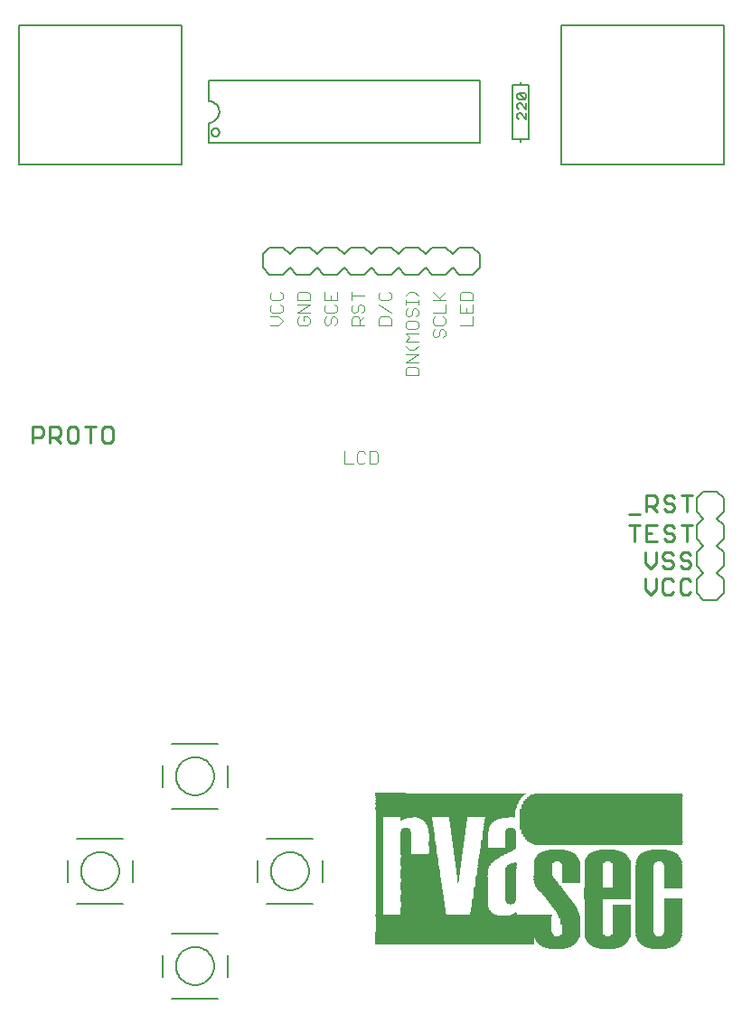
<source format=gto>
G75*
G70*
%OFA0B0*%
%FSLAX24Y24*%
%IPPOS*%
%LPD*%
%AMOC8*
5,1,8,0,0,1.08239X$1,22.5*
%
%ADD10C,0.0110*%
%ADD11C,0.0060*%
%ADD12C,0.0050*%
%ADD13C,0.0080*%
%ADD14C,0.0040*%
%ADD15R,0.0282X0.0006*%
%ADD16R,0.0282X0.0006*%
%ADD17R,0.0288X0.0006*%
%ADD18R,0.0420X0.0006*%
%ADD19R,0.0510X0.0006*%
%ADD20R,0.0516X0.0006*%
%ADD21R,0.0588X0.0006*%
%ADD22R,0.0654X0.0006*%
%ADD23R,0.0708X0.0006*%
%ADD24R,0.0762X0.0006*%
%ADD25R,0.0762X0.0006*%
%ADD26R,0.0756X0.0006*%
%ADD27R,0.0804X0.0006*%
%ADD28R,0.0804X0.0006*%
%ADD29R,0.0846X0.0006*%
%ADD30R,0.0882X0.0006*%
%ADD31R,0.0882X0.0006*%
%ADD32R,0.0888X0.0006*%
%ADD33R,0.0918X0.0006*%
%ADD34R,0.0918X0.0006*%
%ADD35R,0.0924X0.0006*%
%ADD36R,0.0954X0.0006*%
%ADD37R,0.0984X0.0006*%
%ADD38R,0.0984X0.0006*%
%ADD39R,0.1014X0.0006*%
%ADD40R,0.1038X0.0006*%
%ADD41R,0.1038X0.0006*%
%ADD42R,0.1044X0.0006*%
%ADD43R,0.1068X0.0006*%
%ADD44R,0.1092X0.0006*%
%ADD45R,0.1116X0.0006*%
%ADD46R,0.1116X0.0006*%
%ADD47R,0.1140X0.0006*%
%ADD48R,0.1158X0.0006*%
%ADD49R,0.1158X0.0006*%
%ADD50R,0.1164X0.0006*%
%ADD51R,0.1182X0.0006*%
%ADD52R,0.1182X0.0006*%
%ADD53R,0.1206X0.0006*%
%ADD54R,0.1200X0.0006*%
%ADD55R,0.1218X0.0006*%
%ADD56R,0.1218X0.0006*%
%ADD57R,0.1224X0.0006*%
%ADD58R,0.1242X0.0006*%
%ADD59R,0.1242X0.0006*%
%ADD60R,0.1236X0.0006*%
%ADD61R,0.1254X0.0006*%
%ADD62R,0.1260X0.0006*%
%ADD63R,0.1272X0.0006*%
%ADD64R,0.1278X0.0006*%
%ADD65R,0.1290X0.0006*%
%ADD66R,0.1302X0.0006*%
%ADD67R,0.1302X0.0006*%
%ADD68R,0.1308X0.0006*%
%ADD69R,0.5838X0.0006*%
%ADD70R,0.1320X0.0006*%
%ADD71R,0.5838X0.0006*%
%ADD72R,0.1338X0.0006*%
%ADD73R,0.1338X0.0006*%
%ADD74R,0.1332X0.0006*%
%ADD75R,0.1350X0.0006*%
%ADD76R,0.1362X0.0006*%
%ADD77R,0.1362X0.0006*%
%ADD78R,0.1374X0.0006*%
%ADD79R,0.1386X0.0006*%
%ADD80R,0.1398X0.0006*%
%ADD81R,0.1398X0.0006*%
%ADD82R,0.1404X0.0006*%
%ADD83R,0.1410X0.0006*%
%ADD84R,0.1422X0.0006*%
%ADD85R,0.1422X0.0006*%
%ADD86R,0.1434X0.0006*%
%ADD87R,0.1446X0.0006*%
%ADD88R,0.1458X0.0006*%
%ADD89R,0.1458X0.0006*%
%ADD90R,0.1452X0.0006*%
%ADD91R,0.1470X0.0006*%
%ADD92R,0.1464X0.0006*%
%ADD93R,0.1476X0.0006*%
%ADD94R,0.1476X0.0006*%
%ADD95R,0.1482X0.0006*%
%ADD96R,0.1482X0.0006*%
%ADD97R,0.1488X0.0006*%
%ADD98R,0.1494X0.0006*%
%ADD99R,0.1506X0.0006*%
%ADD100R,0.1500X0.0006*%
%ADD101R,0.1512X0.0006*%
%ADD102R,0.1518X0.0006*%
%ADD103R,0.1518X0.0006*%
%ADD104R,0.1530X0.0006*%
%ADD105R,0.1524X0.0006*%
%ADD106R,0.1536X0.0006*%
%ADD107R,0.1536X0.0006*%
%ADD108R,0.1542X0.0006*%
%ADD109R,0.1542X0.0006*%
%ADD110R,0.1554X0.0006*%
%ADD111R,0.1548X0.0006*%
%ADD112R,0.1560X0.0006*%
%ADD113R,0.1566X0.0006*%
%ADD114R,0.1572X0.0006*%
%ADD115R,0.1578X0.0006*%
%ADD116R,0.1578X0.0006*%
%ADD117R,0.1584X0.0006*%
%ADD118R,0.1584X0.0006*%
%ADD119R,0.1590X0.0006*%
%ADD120R,0.1596X0.0006*%
%ADD121R,0.1596X0.0006*%
%ADD122R,0.1602X0.0006*%
%ADD123R,0.1602X0.0006*%
%ADD124R,0.1602X0.0006*%
%ADD125R,0.1602X0.0006*%
%ADD126R,0.1608X0.0006*%
%ADD127R,0.1614X0.0006*%
%ADD128R,0.1608X0.0006*%
%ADD129R,0.1620X0.0006*%
%ADD130R,0.1626X0.0006*%
%ADD131R,0.1626X0.0006*%
%ADD132R,0.1632X0.0006*%
%ADD133R,0.1638X0.0006*%
%ADD134R,0.1638X0.0006*%
%ADD135R,0.1632X0.0006*%
%ADD136R,0.1644X0.0006*%
%ADD137R,0.1644X0.0006*%
%ADD138R,0.1650X0.0006*%
%ADD139R,0.1650X0.0006*%
%ADD140R,0.1656X0.0006*%
%ADD141R,0.1656X0.0006*%
%ADD142R,0.1662X0.0006*%
%ADD143R,0.1662X0.0006*%
%ADD144R,0.1668X0.0006*%
%ADD145R,0.0786X0.0006*%
%ADD146R,0.0792X0.0006*%
%ADD147R,0.0792X0.0006*%
%ADD148R,0.0768X0.0006*%
%ADD149R,0.0768X0.0006*%
%ADD150R,0.0750X0.0006*%
%ADD151R,0.0744X0.0006*%
%ADD152R,0.0738X0.0006*%
%ADD153R,0.0732X0.0006*%
%ADD154R,0.0738X0.0006*%
%ADD155R,0.0726X0.0006*%
%ADD156R,0.0732X0.0006*%
%ADD157R,0.0720X0.0006*%
%ADD158R,0.0714X0.0006*%
%ADD159R,0.0714X0.0006*%
%ADD160R,0.0714X0.0006*%
%ADD161R,0.0708X0.0006*%
%ADD162R,0.0702X0.0006*%
%ADD163R,0.0702X0.0006*%
%ADD164R,0.0696X0.0006*%
%ADD165R,0.0690X0.0006*%
%ADD166R,0.0696X0.0006*%
%ADD167R,0.6534X0.0006*%
%ADD168R,0.0690X0.0006*%
%ADD169R,0.6528X0.0006*%
%ADD170R,0.0684X0.0006*%
%ADD171R,0.6522X0.0006*%
%ADD172R,0.0684X0.0006*%
%ADD173R,0.0678X0.0006*%
%ADD174R,0.6516X0.0006*%
%ADD175R,0.0678X0.0006*%
%ADD176R,0.0678X0.0006*%
%ADD177R,0.0684X0.0006*%
%ADD178R,0.6516X0.0006*%
%ADD179R,0.0678X0.0006*%
%ADD180R,0.6510X0.0006*%
%ADD181R,0.0672X0.0006*%
%ADD182R,0.0672X0.0006*%
%ADD183R,0.6510X0.0006*%
%ADD184R,0.0672X0.0006*%
%ADD185R,0.0672X0.0006*%
%ADD186R,0.6504X0.0006*%
%ADD187R,0.0666X0.0006*%
%ADD188R,0.6504X0.0006*%
%ADD189R,0.0666X0.0006*%
%ADD190R,0.0666X0.0006*%
%ADD191R,0.0666X0.0006*%
%ADD192R,0.6498X0.0006*%
%ADD193R,0.6498X0.0006*%
%ADD194R,0.0684X0.0006*%
%ADD195R,0.0702X0.0006*%
%ADD196R,0.0708X0.0006*%
%ADD197R,0.0720X0.0006*%
%ADD198R,0.0726X0.0006*%
%ADD199R,0.0738X0.0006*%
%ADD200R,0.0744X0.0006*%
%ADD201R,0.0750X0.0006*%
%ADD202R,0.0762X0.0006*%
%ADD203R,0.0768X0.0006*%
%ADD204R,0.0774X0.0006*%
%ADD205R,0.0780X0.0006*%
%ADD206R,0.0780X0.0006*%
%ADD207R,0.0786X0.0006*%
%ADD208R,0.4638X0.0006*%
%ADD209R,0.1692X0.0006*%
%ADD210R,0.4572X0.0006*%
%ADD211R,0.4530X0.0006*%
%ADD212R,0.1578X0.0006*%
%ADD213R,0.0792X0.0006*%
%ADD214R,0.4500X0.0006*%
%ADD215R,0.4476X0.0006*%
%ADD216R,0.1518X0.0006*%
%ADD217R,0.4452X0.0006*%
%ADD218R,0.4434X0.0006*%
%ADD219R,0.0816X0.0006*%
%ADD220R,0.0798X0.0006*%
%ADD221R,0.0264X0.0006*%
%ADD222R,0.1674X0.0006*%
%ADD223R,0.0930X0.0006*%
%ADD224R,0.0144X0.0006*%
%ADD225R,0.0792X0.0006*%
%ADD226R,0.0912X0.0006*%
%ADD227R,0.0132X0.0006*%
%ADD228R,0.0798X0.0006*%
%ADD229R,0.0264X0.0006*%
%ADD230R,0.1674X0.0006*%
%ADD231R,0.0900X0.0006*%
%ADD232R,0.0120X0.0006*%
%ADD233R,0.0798X0.0006*%
%ADD234R,0.0882X0.0006*%
%ADD235R,0.0102X0.0006*%
%ADD236R,0.0870X0.0006*%
%ADD237R,0.0096X0.0006*%
%ADD238R,0.0852X0.0006*%
%ADD239R,0.0084X0.0006*%
%ADD240R,0.0846X0.0006*%
%ADD241R,0.0072X0.0006*%
%ADD242R,0.1668X0.0006*%
%ADD243R,0.0834X0.0006*%
%ADD244R,0.0066X0.0006*%
%ADD245R,0.0804X0.0006*%
%ADD246R,0.1668X0.0006*%
%ADD247R,0.0822X0.0006*%
%ADD248R,0.0060X0.0006*%
%ADD249R,0.0048X0.0006*%
%ADD250R,0.0042X0.0006*%
%ADD251R,0.0036X0.0006*%
%ADD252R,0.0810X0.0006*%
%ADD253R,0.0030X0.0006*%
%ADD254R,0.0810X0.0006*%
%ADD255R,0.0030X0.0006*%
%ADD256R,0.0024X0.0006*%
%ADD257R,0.0018X0.0006*%
%ADD258R,0.0012X0.0006*%
%ADD259R,0.0816X0.0006*%
%ADD260R,0.1662X0.0006*%
%ADD261R,0.0006X0.0006*%
%ADD262R,0.0006X0.0006*%
%ADD263R,0.1656X0.0006*%
%ADD264R,0.0822X0.0006*%
%ADD265R,0.0822X0.0006*%
%ADD266R,0.0828X0.0006*%
%ADD267R,0.0828X0.0006*%
%ADD268R,0.0828X0.0006*%
%ADD269R,0.0828X0.0006*%
%ADD270R,0.0834X0.0006*%
%ADD271R,0.0660X0.0006*%
%ADD272R,0.0834X0.0006*%
%ADD273R,0.1644X0.0006*%
%ADD274R,0.0834X0.0006*%
%ADD275R,0.0648X0.0006*%
%ADD276R,0.0642X0.0006*%
%ADD277R,0.1638X0.0006*%
%ADD278R,0.0642X0.0006*%
%ADD279R,0.0840X0.0006*%
%ADD280R,0.0840X0.0006*%
%ADD281R,0.0630X0.0006*%
%ADD282R,0.0630X0.0006*%
%ADD283R,0.0846X0.0006*%
%ADD284R,0.0624X0.0006*%
%ADD285R,0.0618X0.0006*%
%ADD286R,0.0618X0.0006*%
%ADD287R,0.0846X0.0006*%
%ADD288R,0.0612X0.0006*%
%ADD289R,0.0852X0.0006*%
%ADD290R,0.0606X0.0006*%
%ADD291R,0.0606X0.0006*%
%ADD292R,0.0852X0.0006*%
%ADD293R,0.0858X0.0006*%
%ADD294R,0.1620X0.0006*%
%ADD295R,0.0600X0.0006*%
%ADD296R,0.0858X0.0006*%
%ADD297R,0.0594X0.0006*%
%ADD298R,0.0858X0.0006*%
%ADD299R,0.0864X0.0006*%
%ADD300R,0.1614X0.0006*%
%ADD301R,0.0594X0.0006*%
%ADD302R,0.0864X0.0006*%
%ADD303R,0.0078X0.0006*%
%ADD304R,0.0864X0.0006*%
%ADD305R,0.0180X0.0006*%
%ADD306R,0.0204X0.0006*%
%ADD307R,0.0588X0.0006*%
%ADD308R,0.0228X0.0006*%
%ADD309R,0.0252X0.0006*%
%ADD310R,0.1608X0.0006*%
%ADD311R,0.0276X0.0006*%
%ADD312R,0.0582X0.0006*%
%ADD313R,0.0288X0.0006*%
%ADD314R,0.0876X0.0006*%
%ADD315R,0.1608X0.0006*%
%ADD316R,0.0582X0.0006*%
%ADD317R,0.0300X0.0006*%
%ADD318R,0.0870X0.0006*%
%ADD319R,0.0312X0.0006*%
%ADD320R,0.0324X0.0006*%
%ADD321R,0.0876X0.0006*%
%ADD322R,0.0336X0.0006*%
%ADD323R,0.0576X0.0006*%
%ADD324R,0.0342X0.0006*%
%ADD325R,0.0576X0.0006*%
%ADD326R,0.0348X0.0006*%
%ADD327R,0.0360X0.0006*%
%ADD328R,0.1596X0.0006*%
%ADD329R,0.0366X0.0006*%
%ADD330R,0.0876X0.0006*%
%ADD331R,0.0570X0.0006*%
%ADD332R,0.0372X0.0006*%
%ADD333R,0.0882X0.0006*%
%ADD334R,0.0570X0.0006*%
%ADD335R,0.0378X0.0006*%
%ADD336R,0.0384X0.0006*%
%ADD337R,0.0564X0.0006*%
%ADD338R,0.1590X0.0006*%
%ADD339R,0.0564X0.0006*%
%ADD340R,0.0384X0.0006*%
%ADD341R,0.1710X0.0006*%
%ADD342R,0.0558X0.0006*%
%ADD343R,0.1584X0.0006*%
%ADD344R,0.0558X0.0006*%
%ADD345R,0.1710X0.0006*%
%ADD346R,0.0888X0.0006*%
%ADD347R,0.0552X0.0006*%
%ADD348R,0.1578X0.0006*%
%ADD349R,0.0552X0.0006*%
%ADD350R,0.0888X0.0006*%
%ADD351R,0.0888X0.0006*%
%ADD352R,0.0546X0.0006*%
%ADD353R,0.1572X0.0006*%
%ADD354R,0.0546X0.0006*%
%ADD355R,0.0540X0.0006*%
%ADD356R,0.1566X0.0006*%
%ADD357R,0.0540X0.0006*%
%ADD358R,0.0894X0.0006*%
%ADD359R,0.1560X0.0006*%
%ADD360R,0.0534X0.0006*%
%ADD361R,0.0534X0.0006*%
%ADD362R,0.0894X0.0006*%
%ADD363R,0.0894X0.0006*%
%ADD364R,0.0528X0.0006*%
%ADD365R,0.1554X0.0006*%
%ADD366R,0.0528X0.0006*%
%ADD367R,0.0522X0.0006*%
%ADD368R,0.1548X0.0006*%
%ADD369R,0.1548X0.0006*%
%ADD370R,0.0522X0.0006*%
%ADD371R,0.0894X0.0006*%
%ADD372R,0.0900X0.0006*%
%ADD373R,0.0516X0.0006*%
%ADD374R,0.1542X0.0006*%
%ADD375R,0.0510X0.0006*%
%ADD376R,0.1536X0.0006*%
%ADD377R,0.0504X0.0006*%
%ADD378R,0.0906X0.0006*%
%ADD379R,0.0906X0.0006*%
%ADD380R,0.1530X0.0006*%
%ADD381R,0.0504X0.0006*%
%ADD382R,0.0906X0.0006*%
%ADD383R,0.0912X0.0006*%
%ADD384R,0.0498X0.0006*%
%ADD385R,0.0498X0.0006*%
%ADD386R,0.0492X0.0006*%
%ADD387R,0.1524X0.0006*%
%ADD388R,0.0492X0.0006*%
%ADD389R,0.0906X0.0006*%
%ADD390R,0.1518X0.0006*%
%ADD391R,0.0486X0.0006*%
%ADD392R,0.1512X0.0006*%
%ADD393R,0.0486X0.0006*%
%ADD394R,0.0480X0.0006*%
%ADD395R,0.0480X0.0006*%
%ADD396R,0.1506X0.0006*%
%ADD397R,0.0474X0.0006*%
%ADD398R,0.0474X0.0006*%
%ADD399R,0.1500X0.0006*%
%ADD400R,0.0468X0.0006*%
%ADD401R,0.0852X0.0006*%
%ADD402R,0.0468X0.0006*%
%ADD403R,0.0012X0.0006*%
%ADD404R,0.0018X0.0006*%
%ADD405R,0.1494X0.0006*%
%ADD406R,0.0018X0.0006*%
%ADD407R,0.0462X0.0006*%
%ADD408R,0.0024X0.0006*%
%ADD409R,0.0462X0.0006*%
%ADD410R,0.0822X0.0006*%
%ADD411R,0.1488X0.0006*%
%ADD412R,0.0456X0.0006*%
%ADD413R,0.1488X0.0006*%
%ADD414R,0.0036X0.0006*%
%ADD415R,0.0456X0.0006*%
%ADD416R,0.0786X0.0006*%
%ADD417R,0.0450X0.0006*%
%ADD418R,0.1482X0.0006*%
%ADD419R,0.0042X0.0006*%
%ADD420R,0.0450X0.0006*%
%ADD421R,0.0774X0.0006*%
%ADD422R,0.0756X0.0006*%
%ADD423R,0.1476X0.0006*%
%ADD424R,0.0054X0.0006*%
%ADD425R,0.0054X0.0006*%
%ADD426R,0.0444X0.0006*%
%ADD427R,0.0060X0.0006*%
%ADD428R,0.0444X0.0006*%
%ADD429R,0.0732X0.0006*%
%ADD430R,0.0726X0.0006*%
%ADD431R,0.0066X0.0006*%
%ADD432R,0.0438X0.0006*%
%ADD433R,0.1470X0.0006*%
%ADD434R,0.0438X0.0006*%
%ADD435R,0.0072X0.0006*%
%ADD436R,0.0432X0.0006*%
%ADD437R,0.1464X0.0006*%
%ADD438R,0.0078X0.0006*%
%ADD439R,0.0432X0.0006*%
%ADD440R,0.0702X0.0006*%
%ADD441R,0.0078X0.0006*%
%ADD442R,0.0696X0.0006*%
%ADD443R,0.1458X0.0006*%
%ADD444R,0.0084X0.0006*%
%ADD445R,0.0426X0.0006*%
%ADD446R,0.0696X0.0006*%
%ADD447R,0.0426X0.0006*%
%ADD448R,0.0090X0.0006*%
%ADD449R,0.0090X0.0006*%
%ADD450R,0.1452X0.0006*%
%ADD451R,0.0102X0.0006*%
%ADD452R,0.0420X0.0006*%
%ADD453R,0.0108X0.0006*%
%ADD454R,0.0414X0.0006*%
%ADD455R,0.1446X0.0006*%
%ADD456R,0.0108X0.0006*%
%ADD457R,0.0414X0.0006*%
%ADD458R,0.0114X0.0006*%
%ADD459R,0.1440X0.0006*%
%ADD460R,0.0408X0.0006*%
%ADD461R,0.1440X0.0006*%
%ADD462R,0.0408X0.0006*%
%ADD463R,0.0120X0.0006*%
%ADD464R,0.0126X0.0006*%
%ADD465R,0.0126X0.0006*%
%ADD466R,0.0402X0.0006*%
%ADD467R,0.0408X0.0006*%
%ADD468R,0.0132X0.0006*%
%ADD469R,0.1434X0.0006*%
%ADD470R,0.0132X0.0006*%
%ADD471R,0.0408X0.0006*%
%ADD472R,0.0138X0.0006*%
%ADD473R,0.0402X0.0006*%
%ADD474R,0.1428X0.0006*%
%ADD475R,0.1428X0.0006*%
%ADD476R,0.0144X0.0006*%
%ADD477R,0.0150X0.0006*%
%ADD478R,0.1422X0.0006*%
%ADD479R,0.0150X0.0006*%
%ADD480R,0.0156X0.0006*%
%ADD481R,0.0156X0.0006*%
%ADD482R,0.1416X0.0006*%
%ADD483R,0.0162X0.0006*%
%ADD484R,0.0378X0.0006*%
%ADD485R,0.0168X0.0006*%
%ADD486R,0.1416X0.0006*%
%ADD487R,0.0168X0.0006*%
%ADD488R,0.0372X0.0006*%
%ADD489R,0.0366X0.0006*%
%ADD490R,0.0174X0.0006*%
%ADD491R,0.1410X0.0006*%
%ADD492R,0.0174X0.0006*%
%ADD493R,0.0426X0.0006*%
%ADD494R,0.0354X0.0006*%
%ADD495R,0.0426X0.0006*%
%ADD496R,0.0348X0.0006*%
%ADD497R,0.0342X0.0006*%
%ADD498R,0.0330X0.0006*%
%ADD499R,0.0186X0.0006*%
%ADD500R,0.0324X0.0006*%
%ADD501R,0.1404X0.0006*%
%ADD502R,0.0186X0.0006*%
%ADD503R,0.0438X0.0006*%
%ADD504R,0.0318X0.0006*%
%ADD505R,0.0306X0.0006*%
%ADD506R,0.0444X0.0006*%
%ADD507R,0.0300X0.0006*%
%ADD508R,0.0192X0.0006*%
%ADD509R,0.0192X0.0006*%
%ADD510R,0.0282X0.0006*%
%ADD511R,0.1398X0.0006*%
%ADD512R,0.0270X0.0006*%
%ADD513R,0.0198X0.0006*%
%ADD514R,0.0258X0.0006*%
%ADD515R,0.0240X0.0006*%
%ADD516R,0.0228X0.0006*%
%ADD517R,0.0198X0.0006*%
%ADD518R,0.0210X0.0006*%
%ADD519R,0.0192X0.0006*%
%ADD520R,0.1392X0.0006*%
%ADD521R,0.1392X0.0006*%
%ADD522R,0.0210X0.0006*%
%ADD523R,0.0216X0.0006*%
%ADD524R,0.0492X0.0006*%
%ADD525R,0.1386X0.0006*%
%ADD526R,0.0216X0.0006*%
%ADD527R,0.0222X0.0006*%
%ADD528R,0.0516X0.0006*%
%ADD529R,0.0522X0.0006*%
%ADD530R,0.0222X0.0006*%
%ADD531R,0.0738X0.0006*%
%ADD532R,0.0732X0.0006*%
%ADD533R,0.1380X0.0006*%
%ADD534R,0.0552X0.0006*%
%ADD535R,0.0234X0.0006*%
%ADD536R,0.1380X0.0006*%
%ADD537R,0.0234X0.0006*%
%ADD538R,0.0558X0.0006*%
%ADD539R,0.1656X0.0006*%
%ADD540R,0.0564X0.0006*%
%ADD541R,0.0588X0.0006*%
%ADD542R,0.1374X0.0006*%
%ADD543R,0.0240X0.0006*%
%ADD544R,0.0594X0.0006*%
%ADD545R,0.1638X0.0006*%
%ADD546R,0.0246X0.0006*%
%ADD547R,0.0600X0.0006*%
%ADD548R,0.0624X0.0006*%
%ADD549R,0.1368X0.0006*%
%ADD550R,0.0252X0.0006*%
%ADD551R,0.1368X0.0006*%
%ADD552R,0.0252X0.0006*%
%ADD553R,0.0642X0.0006*%
%ADD554R,0.0654X0.0006*%
%ADD555R,0.0258X0.0006*%
%ADD556R,0.0258X0.0006*%
%ADD557R,0.1584X0.0006*%
%ADD558R,0.1362X0.0006*%
%ADD559R,0.1548X0.0006*%
%ADD560R,0.1542X0.0006*%
%ADD561R,0.1356X0.0006*%
%ADD562R,0.1524X0.0006*%
%ADD563R,0.1356X0.0006*%
%ADD564R,0.0276X0.0006*%
%ADD565R,0.0756X0.0006*%
%ADD566R,0.1350X0.0006*%
%ADD567R,0.1428X0.0006*%
%ADD568R,0.0294X0.0006*%
%ADD569R,0.0294X0.0006*%
%ADD570R,0.1344X0.0006*%
%ADD571R,0.0390X0.0006*%
%ADD572R,0.0390X0.0006*%
%ADD573R,0.1314X0.0006*%
%ADD574R,0.0294X0.0006*%
%ADD575R,0.0936X0.0006*%
%ADD576R,0.1284X0.0006*%
%ADD577R,0.0942X0.0006*%
%ADD578R,0.1266X0.0006*%
%ADD579R,0.0294X0.0006*%
%ADD580R,0.0306X0.0006*%
%ADD581R,0.0954X0.0006*%
%ADD582R,0.1248X0.0006*%
%ADD583R,0.0966X0.0006*%
%ADD584R,0.1230X0.0006*%
%ADD585R,0.0312X0.0006*%
%ADD586R,0.0978X0.0006*%
%ADD587R,0.1212X0.0006*%
%ADD588R,0.0990X0.0006*%
%ADD589R,0.1194X0.0006*%
%ADD590R,0.1002X0.0006*%
%ADD591R,0.1170X0.0006*%
%ADD592R,0.0288X0.0006*%
%ADD593R,0.0318X0.0006*%
%ADD594R,0.1008X0.0006*%
%ADD595R,0.1146X0.0006*%
%ADD596R,0.1152X0.0006*%
%ADD597R,0.0318X0.0006*%
%ADD598R,0.1020X0.0006*%
%ADD599R,0.1128X0.0006*%
%ADD600R,0.1032X0.0006*%
%ADD601R,0.1104X0.0006*%
%ADD602R,0.1098X0.0006*%
%ADD603R,0.1104X0.0006*%
%ADD604R,0.1050X0.0006*%
%ADD605R,0.1074X0.0006*%
%ADD606R,0.1080X0.0006*%
%ADD607R,0.1062X0.0006*%
%ADD608R,0.1074X0.0006*%
%ADD609R,0.1026X0.0006*%
%ADD610R,0.1020X0.0006*%
%ADD611R,0.1092X0.0006*%
%ADD612R,0.0960X0.0006*%
%ADD613R,0.1110X0.0006*%
%ADD614R,0.0924X0.0006*%
%ADD615R,0.1122X0.0006*%
%ADD616R,0.0282X0.0006*%
%ADD617R,0.0330X0.0006*%
%ADD618R,0.1134X0.0006*%
%ADD619R,0.1146X0.0006*%
%ADD620R,0.1158X0.0006*%
%ADD621R,0.1164X0.0006*%
%ADD622R,0.1176X0.0006*%
%ADD623R,0.0342X0.0006*%
%ADD624R,0.1188X0.0006*%
%ADD625R,0.0582X0.0006*%
%ADD626R,0.0498X0.0006*%
%ADD627R,0.0270X0.0006*%
%ADD628R,0.0348X0.0006*%
%ADD629R,0.1230X0.0006*%
%ADD630R,0.0354X0.0006*%
%ADD631R,0.1248X0.0006*%
%ADD632R,0.1260X0.0006*%
%ADD633R,0.1272X0.0006*%
%ADD634R,0.0264X0.0006*%
%ADD635R,0.0264X0.0006*%
%ADD636R,0.0372X0.0006*%
%ADD637R,0.0372X0.0006*%
%ADD638R,0.0378X0.0006*%
%ADD639R,0.0258X0.0006*%
%ADD640R,0.0396X0.0006*%
%ADD641R,0.5334X0.0006*%
%ADD642R,0.5382X0.0006*%
%ADD643R,0.0246X0.0006*%
%ADD644R,0.0396X0.0006*%
%ADD645R,0.5412X0.0006*%
%ADD646R,0.0402X0.0006*%
%ADD647R,0.5442X0.0006*%
%ADD648R,0.5460X0.0006*%
%ADD649R,0.5484X0.0006*%
%ADD650R,0.5502X0.0006*%
%ADD651R,0.5514X0.0006*%
%ADD652R,0.5532X0.0006*%
%ADD653R,0.5544X0.0006*%
%ADD654R,0.5556X0.0006*%
%ADD655R,0.5568X0.0006*%
%ADD656R,0.0234X0.0006*%
%ADD657R,0.5580X0.0006*%
%ADD658R,0.0234X0.0006*%
%ADD659R,0.5592X0.0006*%
%ADD660R,0.5604X0.0006*%
%ADD661R,0.5616X0.0006*%
%ADD662R,0.5622X0.0006*%
%ADD663R,0.5634X0.0006*%
%ADD664R,0.5640X0.0006*%
%ADD665R,0.0228X0.0006*%
%ADD666R,0.5652X0.0006*%
%ADD667R,0.5658X0.0006*%
%ADD668R,0.5670X0.0006*%
%ADD669R,0.5676X0.0006*%
%ADD670R,0.5682X0.0006*%
%ADD671R,0.5688X0.0006*%
%ADD672R,0.5700X0.0006*%
%ADD673R,0.0222X0.0006*%
%ADD674R,0.5706X0.0006*%
%ADD675R,0.0222X0.0006*%
%ADD676R,0.0438X0.0006*%
%ADD677R,0.0228X0.0006*%
%ADD678R,0.5712X0.0006*%
%ADD679R,0.5718X0.0006*%
%ADD680R,0.5724X0.0006*%
%ADD681R,0.5730X0.0006*%
%ADD682R,0.5736X0.0006*%
%ADD683R,0.5742X0.0006*%
%ADD684R,0.5748X0.0006*%
%ADD685R,0.5754X0.0006*%
%ADD686R,0.5760X0.0006*%
%ADD687R,0.5766X0.0006*%
%ADD688R,0.5772X0.0006*%
%ADD689R,0.5778X0.0006*%
%ADD690R,0.0462X0.0006*%
%ADD691R,0.5784X0.0006*%
%ADD692R,0.5790X0.0006*%
%ADD693R,0.0462X0.0006*%
%ADD694R,0.5796X0.0006*%
%ADD695R,0.5802X0.0006*%
%ADD696R,0.5808X0.0006*%
%ADD697R,0.0204X0.0006*%
%ADD698R,0.5814X0.0006*%
%ADD699R,0.0204X0.0006*%
%ADD700R,0.5820X0.0006*%
%ADD701R,0.5826X0.0006*%
%ADD702R,0.5832X0.0006*%
%ADD703R,0.0204X0.0006*%
%ADD704R,0.5844X0.0006*%
%ADD705R,0.5850X0.0006*%
%ADD706R,0.0198X0.0006*%
%ADD707R,0.5856X0.0006*%
%ADD708R,0.0198X0.0006*%
%ADD709R,0.5862X0.0006*%
%ADD710R,0.5862X0.0006*%
%ADD711R,0.5868X0.0006*%
%ADD712R,0.5874X0.0006*%
%ADD713R,0.0498X0.0006*%
%ADD714R,0.5880X0.0006*%
%ADD715R,0.5880X0.0006*%
%ADD716R,0.5886X0.0006*%
%ADD717R,0.5892X0.0006*%
%ADD718R,0.5892X0.0006*%
%ADD719R,0.5898X0.0006*%
%ADD720R,0.5904X0.0006*%
%ADD721R,0.5910X0.0006*%
%ADD722R,0.5910X0.0006*%
%ADD723R,0.5916X0.0006*%
%ADD724R,0.5922X0.0006*%
%ADD725R,0.0180X0.0006*%
%ADD726R,0.0522X0.0006*%
%ADD727R,0.5922X0.0006*%
%ADD728R,0.0174X0.0006*%
%ADD729R,0.5928X0.0006*%
%ADD730R,0.5934X0.0006*%
%ADD731R,0.5934X0.0006*%
%ADD732R,0.5940X0.0006*%
%ADD733R,0.5946X0.0006*%
%ADD734R,0.0360X0.0006*%
%ADD735R,0.5946X0.0006*%
%ADD736R,0.0342X0.0006*%
%ADD737R,0.5952X0.0006*%
%ADD738R,0.0318X0.0006*%
%ADD739R,0.5958X0.0006*%
%ADD740R,0.5958X0.0006*%
%ADD741R,0.5964X0.0006*%
%ADD742R,0.5964X0.0006*%
%ADD743R,0.0558X0.0006*%
%ADD744R,0.5970X0.0006*%
%ADD745R,0.5976X0.0006*%
%ADD746R,0.5976X0.0006*%
%ADD747R,0.5982X0.0006*%
%ADD748R,0.5982X0.0006*%
%ADD749R,0.0186X0.0006*%
%ADD750R,0.5988X0.0006*%
%ADD751R,0.0192X0.0006*%
%ADD752R,0.5988X0.0006*%
%ADD753R,0.0582X0.0006*%
%ADD754R,0.5994X0.0006*%
%ADD755R,0.5994X0.0006*%
%ADD756R,0.6000X0.0006*%
%ADD757R,0.0216X0.0006*%
%ADD758R,0.0216X0.0006*%
%ADD759R,0.6000X0.0006*%
%ADD760R,0.6006X0.0006*%
%ADD761R,0.6006X0.0006*%
%ADD762R,0.0612X0.0006*%
%ADD763R,0.6012X0.0006*%
%ADD764R,0.6012X0.0006*%
%ADD765R,0.0252X0.0006*%
%ADD766R,0.6018X0.0006*%
%ADD767R,0.0276X0.0006*%
%ADD768R,0.6018X0.0006*%
%ADD769R,0.0636X0.0006*%
%ADD770R,0.0636X0.0006*%
%ADD771R,0.0336X0.0006*%
%ADD772R,0.0012X0.0006*%
%ADD773R,0.0324X0.0006*%
%ADD774R,0.0648X0.0006*%
%ADD775R,0.0042X0.0006*%
%ADD776R,0.0108X0.0006*%
%ADD777R,0.0138X0.0006*%
%ADD778R,0.0660X0.0006*%
%ADD779R,0.0528X0.0006*%
%ADD780R,0.5124X0.0006*%
%ADD781R,0.5124X0.0006*%
%ADD782R,0.5130X0.0006*%
%ADD783R,0.5130X0.0006*%
%ADD784R,0.5136X0.0006*%
%ADD785R,0.5136X0.0006*%
%ADD786R,0.5142X0.0006*%
%ADD787R,0.5142X0.0006*%
%ADD788R,0.5148X0.0006*%
%ADD789R,0.5148X0.0006*%
%ADD790R,0.5154X0.0006*%
%ADD791R,0.5154X0.0006*%
%ADD792R,0.5160X0.0006*%
%ADD793R,0.5160X0.0006*%
%ADD794R,0.5166X0.0006*%
%ADD795R,0.5166X0.0006*%
%ADD796R,0.5172X0.0006*%
%ADD797R,0.5172X0.0006*%
%ADD798R,0.5178X0.0006*%
%ADD799R,0.5178X0.0006*%
%ADD800R,0.5952X0.0006*%
%ADD801R,0.5184X0.0006*%
%ADD802R,0.5190X0.0006*%
%ADD803R,0.5190X0.0006*%
%ADD804R,0.5196X0.0006*%
%ADD805R,0.5202X0.0006*%
%ADD806R,0.5202X0.0006*%
%ADD807R,0.5208X0.0006*%
%ADD808R,0.5208X0.0006*%
%ADD809R,0.5214X0.0006*%
%ADD810R,0.5220X0.0006*%
%ADD811R,0.5220X0.0006*%
%ADD812R,0.5904X0.0006*%
%ADD813R,0.5226X0.0006*%
%ADD814R,0.5232X0.0006*%
%ADD815R,0.5238X0.0006*%
%ADD816R,0.5238X0.0006*%
%ADD817R,0.5244X0.0006*%
%ADD818R,0.5250X0.0006*%
%ADD819R,0.5874X0.0006*%
%ADD820R,0.5250X0.0006*%
%ADD821R,0.5256X0.0006*%
%ADD822R,0.5262X0.0006*%
%ADD823R,0.5262X0.0006*%
%ADD824R,0.5856X0.0006*%
%ADD825R,0.5268X0.0006*%
%ADD826R,0.5274X0.0006*%
%ADD827R,0.5280X0.0006*%
%ADD828R,0.5280X0.0006*%
%ADD829R,0.5286X0.0006*%
%ADD830R,0.5292X0.0006*%
%ADD831R,0.5820X0.0006*%
%ADD832R,0.5298X0.0006*%
%ADD833R,0.5814X0.0006*%
%ADD834R,0.5298X0.0006*%
%ADD835R,0.5304X0.0006*%
%ADD836R,0.5310X0.0006*%
%ADD837R,0.5796X0.0006*%
%ADD838R,0.5316X0.0006*%
%ADD839R,0.5790X0.0006*%
%ADD840R,0.5322X0.0006*%
%ADD841R,0.5328X0.0006*%
%ADD842R,0.5772X0.0006*%
%ADD843R,0.5334X0.0006*%
%ADD844R,0.5760X0.0006*%
%ADD845R,0.5340X0.0006*%
%ADD846R,0.5346X0.0006*%
%ADD847R,0.5742X0.0006*%
%ADD848R,0.5352X0.0006*%
%ADD849R,0.5358X0.0006*%
%ADD850R,0.5730X0.0006*%
%ADD851R,0.5358X0.0006*%
%ADD852R,0.5364X0.0006*%
%ADD853R,0.5370X0.0006*%
%ADD854R,0.5712X0.0006*%
%ADD855R,0.5376X0.0006*%
%ADD856R,0.5382X0.0006*%
%ADD857R,0.5700X0.0006*%
%ADD858R,0.5388X0.0006*%
%ADD859R,0.5394X0.0006*%
%ADD860R,0.5676X0.0006*%
%ADD861R,0.5400X0.0006*%
%ADD862R,0.5664X0.0006*%
%ADD863R,0.5406X0.0006*%
%ADD864R,0.5658X0.0006*%
%ADD865R,0.5412X0.0006*%
%ADD866R,0.5418X0.0006*%
%ADD867R,0.5424X0.0006*%
%ADD868R,0.5634X0.0006*%
%ADD869R,0.5430X0.0006*%
%ADD870R,0.5430X0.0006*%
%ADD871R,0.5610X0.0006*%
%ADD872R,0.5436X0.0006*%
%ADD873R,0.5598X0.0006*%
%ADD874R,0.5448X0.0006*%
%ADD875R,0.5580X0.0006*%
%ADD876R,0.5466X0.0006*%
%ADD877R,0.5550X0.0006*%
%ADD878R,0.5472X0.0006*%
%ADD879R,0.5538X0.0006*%
%ADD880R,0.5478X0.0006*%
%ADD881R,0.5520X0.0006*%
%ADD882R,0.5508X0.0006*%
%ADD883R,0.5490X0.0006*%
%ADD884R,0.5496X0.0006*%
%ADD885R,0.5514X0.0006*%
%ADD886R,0.1104X0.0006*%
D10*
X001542Y021572D02*
X001542Y022162D01*
X001837Y022162D01*
X001935Y022064D01*
X001935Y021867D01*
X001837Y021769D01*
X001542Y021769D01*
X002186Y021769D02*
X002481Y021769D01*
X002580Y021867D01*
X002580Y022064D01*
X002481Y022162D01*
X002186Y022162D01*
X002186Y021572D01*
X002383Y021769D02*
X002580Y021572D01*
X002831Y021670D02*
X002831Y022064D01*
X002929Y022162D01*
X003126Y022162D01*
X003224Y022064D01*
X003224Y021670D01*
X003126Y021572D01*
X002929Y021572D01*
X002831Y021670D01*
X003475Y022162D02*
X003869Y022162D01*
X003672Y022162D02*
X003672Y021572D01*
X004120Y021670D02*
X004120Y022064D01*
X004218Y022162D01*
X004415Y022162D01*
X004514Y022064D01*
X004514Y021670D01*
X004415Y021572D01*
X004218Y021572D01*
X004120Y021670D01*
X023542Y018923D02*
X023935Y018923D01*
X024186Y019022D02*
X024186Y019612D01*
X024481Y019612D01*
X024580Y019514D01*
X024580Y019317D01*
X024481Y019219D01*
X024186Y019219D01*
X024383Y019219D02*
X024580Y019022D01*
X024831Y019120D02*
X024929Y019022D01*
X025126Y019022D01*
X025224Y019120D01*
X025224Y019219D01*
X025126Y019317D01*
X024929Y019317D01*
X024831Y019415D01*
X024831Y019514D01*
X024929Y019612D01*
X025126Y019612D01*
X025224Y019514D01*
X025475Y019612D02*
X025869Y019612D01*
X025672Y019612D02*
X025672Y019022D01*
X025672Y018512D02*
X025672Y017922D01*
X025726Y017512D02*
X025529Y017512D01*
X025431Y017414D01*
X025431Y017315D01*
X025529Y017217D01*
X025726Y017217D01*
X025824Y017119D01*
X025824Y017020D01*
X025726Y016922D01*
X025529Y016922D01*
X025431Y017020D01*
X025180Y017020D02*
X025081Y016922D01*
X024885Y016922D01*
X024786Y017020D01*
X024885Y017217D02*
X025081Y017217D01*
X025180Y017119D01*
X025180Y017020D01*
X024885Y017217D02*
X024786Y017315D01*
X024786Y017414D01*
X024885Y017512D01*
X025081Y017512D01*
X025180Y017414D01*
X025126Y017922D02*
X024929Y017922D01*
X024831Y018020D01*
X024929Y018217D02*
X025126Y018217D01*
X025224Y018119D01*
X025224Y018020D01*
X025126Y017922D01*
X024929Y018217D02*
X024831Y018315D01*
X024831Y018414D01*
X024929Y018512D01*
X025126Y018512D01*
X025224Y018414D01*
X025475Y018512D02*
X025869Y018512D01*
X025726Y017512D02*
X025824Y017414D01*
X025726Y016562D02*
X025529Y016562D01*
X025431Y016464D01*
X025431Y016070D01*
X025529Y015972D01*
X025726Y015972D01*
X025824Y016070D01*
X025824Y016464D02*
X025726Y016562D01*
X025180Y016464D02*
X025081Y016562D01*
X024885Y016562D01*
X024786Y016464D01*
X024786Y016070D01*
X024885Y015972D01*
X025081Y015972D01*
X025180Y016070D01*
X024535Y016169D02*
X024535Y016562D01*
X024142Y016562D02*
X024142Y016169D01*
X024339Y015972D01*
X024535Y016169D01*
X024339Y016922D02*
X024535Y017119D01*
X024535Y017512D01*
X024142Y017512D02*
X024142Y017119D01*
X024339Y016922D01*
X024186Y017922D02*
X024580Y017922D01*
X024383Y018217D02*
X024186Y018217D01*
X024186Y018512D02*
X024186Y017922D01*
X024186Y018512D02*
X024580Y018512D01*
X023935Y018512D02*
X023542Y018512D01*
X023739Y018512D02*
X023739Y017922D01*
D11*
X018035Y032617D02*
X018035Y034917D01*
X008035Y034917D01*
X008035Y034167D01*
X008074Y034165D01*
X008113Y034159D01*
X008151Y034150D01*
X008188Y034137D01*
X008224Y034120D01*
X008257Y034100D01*
X008289Y034076D01*
X008318Y034050D01*
X008344Y034021D01*
X008368Y033989D01*
X008388Y033956D01*
X008405Y033920D01*
X008418Y033883D01*
X008427Y033845D01*
X008433Y033806D01*
X008435Y033767D01*
X008433Y033728D01*
X008427Y033689D01*
X008418Y033651D01*
X008405Y033614D01*
X008388Y033578D01*
X008368Y033545D01*
X008344Y033513D01*
X008318Y033484D01*
X008289Y033458D01*
X008257Y033434D01*
X008224Y033414D01*
X008188Y033397D01*
X008151Y033384D01*
X008113Y033375D01*
X008074Y033369D01*
X008035Y033367D01*
X008035Y032617D01*
X018035Y032617D01*
X019416Y033548D02*
X019473Y033492D01*
X019416Y033548D02*
X019416Y033662D01*
X019473Y033719D01*
X019530Y033719D01*
X019757Y033492D01*
X019757Y033719D01*
X019757Y033860D02*
X019530Y034087D01*
X019473Y034087D01*
X019416Y034030D01*
X019416Y033917D01*
X019473Y033860D01*
X019757Y033860D02*
X019757Y034087D01*
X019700Y034228D02*
X019473Y034455D01*
X019700Y034455D01*
X019757Y034398D01*
X019757Y034285D01*
X019700Y034228D01*
X019473Y034228D01*
X019416Y034285D01*
X019416Y034398D01*
X019473Y034455D01*
D12*
X008137Y033017D02*
X008139Y033041D01*
X008145Y033065D01*
X008154Y033087D01*
X008167Y033107D01*
X008183Y033125D01*
X008202Y033140D01*
X008223Y033153D01*
X008245Y033161D01*
X008269Y033166D01*
X008293Y033167D01*
X008317Y033164D01*
X008340Y033157D01*
X008362Y033147D01*
X008382Y033133D01*
X008399Y033116D01*
X008414Y033097D01*
X008425Y033076D01*
X008433Y033053D01*
X008437Y033029D01*
X008437Y033005D01*
X008433Y032981D01*
X008425Y032958D01*
X008414Y032937D01*
X008399Y032918D01*
X008382Y032901D01*
X008362Y032887D01*
X008340Y032877D01*
X008317Y032870D01*
X008293Y032867D01*
X008269Y032868D01*
X008245Y032873D01*
X008223Y032881D01*
X008202Y032894D01*
X008183Y032909D01*
X008167Y032927D01*
X008154Y032947D01*
X008145Y032969D01*
X008139Y032993D01*
X008137Y033017D01*
D13*
X004887Y004567D02*
X003187Y004567D01*
X002837Y005374D02*
X002837Y006167D01*
X003187Y006967D02*
X004887Y006967D01*
X005237Y006167D02*
X005237Y005362D01*
X003337Y005767D02*
X003339Y005819D01*
X003345Y005871D01*
X003355Y005923D01*
X003368Y005973D01*
X003385Y006023D01*
X003406Y006071D01*
X003431Y006117D01*
X003459Y006161D01*
X003490Y006203D01*
X003524Y006243D01*
X003561Y006280D01*
X003601Y006314D01*
X003643Y006345D01*
X003687Y006373D01*
X003733Y006398D01*
X003781Y006419D01*
X003831Y006436D01*
X003881Y006449D01*
X003933Y006459D01*
X003985Y006465D01*
X004037Y006467D01*
X004089Y006465D01*
X004141Y006459D01*
X004193Y006449D01*
X004243Y006436D01*
X004293Y006419D01*
X004341Y006398D01*
X004387Y006373D01*
X004431Y006345D01*
X004473Y006314D01*
X004513Y006280D01*
X004550Y006243D01*
X004584Y006203D01*
X004615Y006161D01*
X004643Y006117D01*
X004668Y006071D01*
X004689Y006023D01*
X004706Y005973D01*
X004719Y005923D01*
X004729Y005871D01*
X004735Y005819D01*
X004737Y005767D01*
X004735Y005715D01*
X004729Y005663D01*
X004719Y005611D01*
X004706Y005561D01*
X004689Y005511D01*
X004668Y005463D01*
X004643Y005417D01*
X004615Y005373D01*
X004584Y005331D01*
X004550Y005291D01*
X004513Y005254D01*
X004473Y005220D01*
X004431Y005189D01*
X004387Y005161D01*
X004341Y005136D01*
X004293Y005115D01*
X004243Y005098D01*
X004193Y005085D01*
X004141Y005075D01*
X004089Y005069D01*
X004037Y005067D01*
X003985Y005069D01*
X003933Y005075D01*
X003881Y005085D01*
X003831Y005098D01*
X003781Y005115D01*
X003733Y005136D01*
X003687Y005161D01*
X003643Y005189D01*
X003601Y005220D01*
X003561Y005254D01*
X003524Y005291D01*
X003490Y005331D01*
X003459Y005373D01*
X003431Y005417D01*
X003406Y005463D01*
X003385Y005511D01*
X003368Y005561D01*
X003355Y005611D01*
X003345Y005663D01*
X003339Y005715D01*
X003337Y005767D01*
X006337Y002667D02*
X006337Y001874D01*
X006687Y001067D02*
X008387Y001067D01*
X008737Y001862D02*
X008737Y002667D01*
X008387Y003467D02*
X006687Y003467D01*
X006837Y002267D02*
X006839Y002319D01*
X006845Y002371D01*
X006855Y002423D01*
X006868Y002473D01*
X006885Y002523D01*
X006906Y002571D01*
X006931Y002617D01*
X006959Y002661D01*
X006990Y002703D01*
X007024Y002743D01*
X007061Y002780D01*
X007101Y002814D01*
X007143Y002845D01*
X007187Y002873D01*
X007233Y002898D01*
X007281Y002919D01*
X007331Y002936D01*
X007381Y002949D01*
X007433Y002959D01*
X007485Y002965D01*
X007537Y002967D01*
X007589Y002965D01*
X007641Y002959D01*
X007693Y002949D01*
X007743Y002936D01*
X007793Y002919D01*
X007841Y002898D01*
X007887Y002873D01*
X007931Y002845D01*
X007973Y002814D01*
X008013Y002780D01*
X008050Y002743D01*
X008084Y002703D01*
X008115Y002661D01*
X008143Y002617D01*
X008168Y002571D01*
X008189Y002523D01*
X008206Y002473D01*
X008219Y002423D01*
X008229Y002371D01*
X008235Y002319D01*
X008237Y002267D01*
X008235Y002215D01*
X008229Y002163D01*
X008219Y002111D01*
X008206Y002061D01*
X008189Y002011D01*
X008168Y001963D01*
X008143Y001917D01*
X008115Y001873D01*
X008084Y001831D01*
X008050Y001791D01*
X008013Y001754D01*
X007973Y001720D01*
X007931Y001689D01*
X007887Y001661D01*
X007841Y001636D01*
X007793Y001615D01*
X007743Y001598D01*
X007693Y001585D01*
X007641Y001575D01*
X007589Y001569D01*
X007537Y001567D01*
X007485Y001569D01*
X007433Y001575D01*
X007381Y001585D01*
X007331Y001598D01*
X007281Y001615D01*
X007233Y001636D01*
X007187Y001661D01*
X007143Y001689D01*
X007101Y001720D01*
X007061Y001754D01*
X007024Y001791D01*
X006990Y001831D01*
X006959Y001873D01*
X006931Y001917D01*
X006906Y001963D01*
X006885Y002011D01*
X006868Y002061D01*
X006855Y002111D01*
X006845Y002163D01*
X006839Y002215D01*
X006837Y002267D01*
X009837Y005367D02*
X009837Y006171D01*
X010187Y006967D02*
X011887Y006967D01*
X012237Y006160D02*
X012237Y005367D01*
X011887Y004567D02*
X010187Y004567D01*
X010337Y005767D02*
X010339Y005819D01*
X010345Y005871D01*
X010355Y005923D01*
X010368Y005973D01*
X010385Y006023D01*
X010406Y006071D01*
X010431Y006117D01*
X010459Y006161D01*
X010490Y006203D01*
X010524Y006243D01*
X010561Y006280D01*
X010601Y006314D01*
X010643Y006345D01*
X010687Y006373D01*
X010733Y006398D01*
X010781Y006419D01*
X010831Y006436D01*
X010881Y006449D01*
X010933Y006459D01*
X010985Y006465D01*
X011037Y006467D01*
X011089Y006465D01*
X011141Y006459D01*
X011193Y006449D01*
X011243Y006436D01*
X011293Y006419D01*
X011341Y006398D01*
X011387Y006373D01*
X011431Y006345D01*
X011473Y006314D01*
X011513Y006280D01*
X011550Y006243D01*
X011584Y006203D01*
X011615Y006161D01*
X011643Y006117D01*
X011668Y006071D01*
X011689Y006023D01*
X011706Y005973D01*
X011719Y005923D01*
X011729Y005871D01*
X011735Y005819D01*
X011737Y005767D01*
X011735Y005715D01*
X011729Y005663D01*
X011719Y005611D01*
X011706Y005561D01*
X011689Y005511D01*
X011668Y005463D01*
X011643Y005417D01*
X011615Y005373D01*
X011584Y005331D01*
X011550Y005291D01*
X011513Y005254D01*
X011473Y005220D01*
X011431Y005189D01*
X011387Y005161D01*
X011341Y005136D01*
X011293Y005115D01*
X011243Y005098D01*
X011193Y005085D01*
X011141Y005075D01*
X011089Y005069D01*
X011037Y005067D01*
X010985Y005069D01*
X010933Y005075D01*
X010881Y005085D01*
X010831Y005098D01*
X010781Y005115D01*
X010733Y005136D01*
X010687Y005161D01*
X010643Y005189D01*
X010601Y005220D01*
X010561Y005254D01*
X010524Y005291D01*
X010490Y005331D01*
X010459Y005373D01*
X010431Y005417D01*
X010406Y005463D01*
X010385Y005511D01*
X010368Y005561D01*
X010355Y005611D01*
X010345Y005663D01*
X010339Y005715D01*
X010337Y005767D01*
X008387Y008067D02*
X006687Y008067D01*
X006337Y008874D02*
X006337Y009667D01*
X006687Y010467D02*
X008387Y010467D01*
X008737Y009667D02*
X008737Y008862D01*
X006837Y009267D02*
X006839Y009319D01*
X006845Y009371D01*
X006855Y009423D01*
X006868Y009473D01*
X006885Y009523D01*
X006906Y009571D01*
X006931Y009617D01*
X006959Y009661D01*
X006990Y009703D01*
X007024Y009743D01*
X007061Y009780D01*
X007101Y009814D01*
X007143Y009845D01*
X007187Y009873D01*
X007233Y009898D01*
X007281Y009919D01*
X007331Y009936D01*
X007381Y009949D01*
X007433Y009959D01*
X007485Y009965D01*
X007537Y009967D01*
X007589Y009965D01*
X007641Y009959D01*
X007693Y009949D01*
X007743Y009936D01*
X007793Y009919D01*
X007841Y009898D01*
X007887Y009873D01*
X007931Y009845D01*
X007973Y009814D01*
X008013Y009780D01*
X008050Y009743D01*
X008084Y009703D01*
X008115Y009661D01*
X008143Y009617D01*
X008168Y009571D01*
X008189Y009523D01*
X008206Y009473D01*
X008219Y009423D01*
X008229Y009371D01*
X008235Y009319D01*
X008237Y009267D01*
X008235Y009215D01*
X008229Y009163D01*
X008219Y009111D01*
X008206Y009061D01*
X008189Y009011D01*
X008168Y008963D01*
X008143Y008917D01*
X008115Y008873D01*
X008084Y008831D01*
X008050Y008791D01*
X008013Y008754D01*
X007973Y008720D01*
X007931Y008689D01*
X007887Y008661D01*
X007841Y008636D01*
X007793Y008615D01*
X007743Y008598D01*
X007693Y008585D01*
X007641Y008575D01*
X007589Y008569D01*
X007537Y008567D01*
X007485Y008569D01*
X007433Y008575D01*
X007381Y008585D01*
X007331Y008598D01*
X007281Y008615D01*
X007233Y008636D01*
X007187Y008661D01*
X007143Y008689D01*
X007101Y008720D01*
X007061Y008754D01*
X007024Y008791D01*
X006990Y008831D01*
X006959Y008873D01*
X006931Y008917D01*
X006906Y008963D01*
X006885Y009011D01*
X006868Y009061D01*
X006855Y009111D01*
X006845Y009163D01*
X006839Y009215D01*
X006837Y009267D01*
X010287Y027767D02*
X010787Y027767D01*
X011037Y028017D01*
X011287Y027767D01*
X011787Y027767D01*
X012037Y028017D01*
X012287Y027767D01*
X012787Y027767D01*
X013037Y028017D01*
X013287Y027767D01*
X013787Y027767D01*
X014037Y028017D01*
X014287Y027767D01*
X014787Y027767D01*
X015037Y028017D01*
X015287Y027767D01*
X015787Y027767D01*
X016037Y028017D01*
X016287Y027767D01*
X016787Y027767D01*
X017037Y028017D01*
X017287Y027767D01*
X017787Y027767D01*
X018037Y028017D01*
X018037Y028517D01*
X017787Y028767D01*
X017287Y028767D01*
X017037Y028517D01*
X016787Y028767D01*
X016287Y028767D01*
X016037Y028517D01*
X015787Y028767D01*
X015287Y028767D01*
X015037Y028517D01*
X014787Y028767D01*
X014287Y028767D01*
X014037Y028517D01*
X013787Y028767D01*
X013287Y028767D01*
X013037Y028517D01*
X012787Y028767D01*
X012287Y028767D01*
X012037Y028517D01*
X011787Y028767D01*
X011287Y028767D01*
X011037Y028517D01*
X010787Y028767D01*
X010287Y028767D01*
X010037Y028517D01*
X010037Y028017D01*
X010287Y027767D01*
X007037Y031830D02*
X007037Y036948D01*
X001037Y036948D01*
X001037Y031830D01*
X007037Y031830D01*
X019237Y032767D02*
X019237Y034767D01*
X019537Y034767D01*
X019537Y034867D01*
X019537Y034767D02*
X019837Y034767D01*
X019837Y032767D01*
X019537Y032767D01*
X019537Y032667D01*
X019537Y032767D02*
X019237Y032767D01*
X021037Y031830D02*
X021037Y036948D01*
X027037Y036948D01*
X027037Y031830D01*
X021037Y031830D01*
X026287Y019767D02*
X026037Y019517D01*
X026037Y019017D01*
X026287Y018767D01*
X026037Y018517D01*
X026037Y018017D01*
X026287Y017767D01*
X026037Y017517D01*
X026037Y017017D01*
X026287Y016767D01*
X026037Y016517D01*
X026037Y016017D01*
X026287Y015767D01*
X026787Y015767D01*
X027037Y016017D01*
X027037Y016517D01*
X026787Y016767D01*
X027037Y017017D01*
X027037Y017517D01*
X026787Y017767D01*
X027037Y018017D01*
X027037Y018517D01*
X026787Y018767D01*
X027037Y019017D01*
X027037Y019517D01*
X026787Y019767D01*
X026287Y019767D01*
D14*
X017767Y025905D02*
X017767Y026212D01*
X017767Y026366D02*
X017767Y026673D01*
X017767Y026826D02*
X017767Y027056D01*
X017690Y027133D01*
X017383Y027133D01*
X017306Y027056D01*
X017306Y026826D01*
X017767Y026826D01*
X017536Y026519D02*
X017536Y026366D01*
X017306Y026366D02*
X017306Y026673D01*
X017306Y026366D02*
X017767Y026366D01*
X017767Y025905D02*
X017306Y025905D01*
X016767Y025982D02*
X016767Y026136D01*
X016690Y026212D01*
X016767Y026366D02*
X016306Y026366D01*
X016383Y026212D02*
X016306Y026136D01*
X016306Y025982D01*
X016383Y025905D01*
X016690Y025905D01*
X016767Y025982D01*
X016690Y025752D02*
X016767Y025675D01*
X016767Y025522D01*
X016690Y025445D01*
X016536Y025522D02*
X016536Y025675D01*
X016613Y025752D01*
X016690Y025752D01*
X016536Y025522D02*
X016460Y025445D01*
X016383Y025445D01*
X016306Y025522D01*
X016306Y025675D01*
X016383Y025752D01*
X015767Y025829D02*
X015767Y025982D01*
X015690Y026059D01*
X015383Y026059D01*
X015306Y025982D01*
X015306Y025829D01*
X015383Y025752D01*
X015690Y025752D01*
X015767Y025829D01*
X015767Y025599D02*
X015306Y025599D01*
X015460Y025445D01*
X015306Y025292D01*
X015767Y025292D01*
X015767Y025138D02*
X015613Y024985D01*
X015460Y024985D01*
X015306Y025138D01*
X015306Y024831D02*
X015767Y024831D01*
X015306Y024524D01*
X015767Y024524D01*
X015690Y024371D02*
X015767Y024294D01*
X015767Y024064D01*
X015306Y024064D01*
X015306Y024294D01*
X015383Y024371D01*
X015690Y024371D01*
X014767Y025905D02*
X014306Y025905D01*
X014306Y026136D01*
X014383Y026212D01*
X014690Y026212D01*
X014767Y026136D01*
X014767Y025905D01*
X014767Y026366D02*
X014306Y026673D01*
X014383Y026826D02*
X014690Y026826D01*
X014767Y026903D01*
X014767Y027056D01*
X014690Y027133D01*
X014383Y027133D02*
X014306Y027056D01*
X014306Y026903D01*
X014383Y026826D01*
X013767Y026980D02*
X013306Y026980D01*
X013306Y027133D02*
X013306Y026826D01*
X013383Y026673D02*
X013306Y026596D01*
X013306Y026443D01*
X013383Y026366D01*
X013460Y026366D01*
X013536Y026443D01*
X013536Y026596D01*
X013613Y026673D01*
X013690Y026673D01*
X013767Y026596D01*
X013767Y026443D01*
X013690Y026366D01*
X013767Y026212D02*
X013613Y026059D01*
X013613Y026136D02*
X013613Y025905D01*
X013767Y025905D02*
X013306Y025905D01*
X013306Y026136D01*
X013383Y026212D01*
X013536Y026212D01*
X013613Y026136D01*
X012767Y026136D02*
X012767Y025982D01*
X012690Y025905D01*
X012536Y025982D02*
X012536Y026136D01*
X012613Y026212D01*
X012690Y026212D01*
X012767Y026136D01*
X012690Y026366D02*
X012383Y026366D01*
X012306Y026443D01*
X012306Y026596D01*
X012383Y026673D01*
X012306Y026826D02*
X012306Y027133D01*
X012536Y026980D02*
X012536Y026826D01*
X012690Y026673D02*
X012767Y026596D01*
X012767Y026443D01*
X012690Y026366D01*
X012383Y026212D02*
X012306Y026136D01*
X012306Y025982D01*
X012383Y025905D01*
X012460Y025905D01*
X012536Y025982D01*
X012306Y026826D02*
X012767Y026826D01*
X012767Y027133D01*
X011767Y027056D02*
X011767Y026826D01*
X011306Y026826D01*
X011306Y027056D01*
X011383Y027133D01*
X011690Y027133D01*
X011767Y027056D01*
X011767Y026673D02*
X011306Y026673D01*
X011306Y026366D02*
X011767Y026673D01*
X011767Y026366D02*
X011306Y026366D01*
X011383Y026212D02*
X011306Y026136D01*
X011306Y025982D01*
X011383Y025905D01*
X011690Y025905D01*
X011767Y025982D01*
X011767Y026136D01*
X011690Y026212D01*
X011536Y026212D01*
X011536Y026059D01*
X010767Y026059D02*
X010613Y026212D01*
X010306Y026212D01*
X010383Y026366D02*
X010306Y026443D01*
X010306Y026596D01*
X010383Y026673D01*
X010383Y026826D02*
X010690Y026826D01*
X010767Y026903D01*
X010767Y027056D01*
X010690Y027133D01*
X010383Y027133D02*
X010306Y027056D01*
X010306Y026903D01*
X010383Y026826D01*
X010690Y026673D02*
X010767Y026596D01*
X010767Y026443D01*
X010690Y026366D01*
X010383Y026366D01*
X010306Y025905D02*
X010613Y025905D01*
X010767Y026059D01*
X013057Y021247D02*
X013057Y020787D01*
X013364Y020787D01*
X013517Y020863D02*
X013517Y021170D01*
X013594Y021247D01*
X013747Y021247D01*
X013824Y021170D01*
X013977Y021247D02*
X014208Y021247D01*
X014284Y021170D01*
X014284Y020863D01*
X014208Y020787D01*
X013977Y020787D01*
X013977Y021247D01*
X013824Y020863D02*
X013747Y020787D01*
X013594Y020787D01*
X013517Y020863D01*
X015383Y026212D02*
X015460Y026212D01*
X015536Y026289D01*
X015536Y026443D01*
X015613Y026519D01*
X015690Y026519D01*
X015767Y026443D01*
X015767Y026289D01*
X015690Y026212D01*
X015383Y026212D02*
X015306Y026289D01*
X015306Y026443D01*
X015383Y026519D01*
X015306Y026673D02*
X015306Y026826D01*
X015306Y026750D02*
X015767Y026750D01*
X015767Y026826D02*
X015767Y026673D01*
X015767Y026980D02*
X015613Y027133D01*
X015460Y027133D01*
X015306Y026980D01*
X016306Y027133D02*
X016613Y026826D01*
X016536Y026903D02*
X016767Y027133D01*
X016767Y026826D02*
X016306Y026826D01*
X016767Y026673D02*
X016767Y026366D01*
D15*
X016149Y007579D03*
X017259Y006313D03*
X017259Y006301D03*
X017259Y006295D03*
X020889Y002893D03*
D16*
X022761Y002893D03*
X018363Y007549D03*
X016311Y006499D03*
X016311Y006493D03*
X016311Y006481D03*
X016311Y006475D03*
X016311Y006469D03*
X015321Y007291D03*
X015267Y007723D03*
D17*
X016146Y007585D03*
X017256Y006331D03*
X017256Y006325D03*
X017256Y006319D03*
X018366Y007555D03*
X019242Y005971D03*
X024648Y002893D03*
D18*
X024648Y002899D03*
X022758Y002899D03*
X020892Y002899D03*
X018132Y005623D03*
X018132Y005629D03*
X018132Y005635D03*
X018132Y005641D03*
X018132Y005653D03*
X018132Y005659D03*
X018174Y005899D03*
X018174Y005905D03*
X018174Y005911D03*
X017256Y006799D03*
X017256Y006805D03*
X017256Y006811D03*
X016062Y007699D03*
D19*
X017259Y007141D03*
X017259Y007135D03*
X017259Y007129D03*
X017259Y007123D03*
X018243Y006073D03*
X018087Y005083D03*
X018087Y005071D03*
X018087Y005065D03*
X018087Y005059D03*
X018087Y005053D03*
X020889Y002905D03*
X022761Y002905D03*
D20*
X024648Y002905D03*
X018246Y006079D03*
X018084Y005041D03*
X018084Y005035D03*
X018084Y005029D03*
X018084Y005023D03*
X018084Y005011D03*
X017256Y007153D03*
X017256Y007159D03*
X017256Y007165D03*
D21*
X017256Y007411D03*
X017256Y007423D03*
X018048Y004585D03*
X018048Y004579D03*
X018048Y004573D03*
X018048Y004561D03*
X018048Y004555D03*
X018048Y004549D03*
X020892Y002911D03*
X022758Y002911D03*
X024648Y002911D03*
D22*
X024645Y002917D03*
X022761Y002917D03*
X020889Y002917D03*
X018051Y004357D03*
X017259Y007657D03*
D23*
X020406Y006079D03*
X020388Y005551D03*
X020388Y005545D03*
X020388Y005539D03*
X021378Y006073D03*
X022272Y006073D03*
X024156Y006073D03*
X024162Y006079D03*
X024648Y006505D03*
X024156Y003379D03*
X024648Y002923D03*
X022758Y002923D03*
X022272Y003379D03*
X021378Y003379D03*
X020892Y002923D03*
D24*
X020889Y002929D03*
X021345Y003343D03*
X022305Y003343D03*
X024195Y003343D03*
X024195Y006109D03*
X022305Y006109D03*
X021345Y006109D03*
X020889Y006499D03*
X020439Y006109D03*
X020415Y005455D03*
D25*
X021363Y004009D03*
X021363Y004003D03*
X022761Y002929D03*
X025101Y003343D03*
X025101Y006109D03*
X023211Y006109D03*
X022761Y006499D03*
X018081Y004225D03*
D26*
X018078Y004231D03*
X018630Y007735D03*
X021366Y003991D03*
X021366Y003985D03*
X024648Y002929D03*
X024648Y006499D03*
D27*
X020892Y006493D03*
X020442Y005395D03*
X020892Y002935D03*
D28*
X021306Y004165D03*
X021300Y004183D03*
X021294Y004189D03*
X021294Y004195D03*
X022758Y002935D03*
X024648Y002935D03*
X024648Y006493D03*
X022758Y006493D03*
X018096Y004195D03*
D29*
X018453Y006331D03*
X020475Y005329D03*
X021141Y004453D03*
X021153Y004435D03*
X021159Y004429D03*
X021171Y004411D03*
X020889Y002941D03*
X022761Y002941D03*
X024645Y002941D03*
D30*
X020889Y002947D03*
D31*
X020967Y004687D03*
X020943Y004717D03*
X020517Y005257D03*
X022761Y002947D03*
D32*
X024648Y002947D03*
X020922Y004747D03*
X020898Y004777D03*
X020826Y004867D03*
X020802Y004897D03*
D33*
X020889Y002953D03*
D34*
X022761Y002953D03*
D35*
X024648Y002953D03*
X024648Y006475D03*
X022758Y006475D03*
X018498Y006379D03*
D36*
X020889Y002959D03*
X022761Y002959D03*
X024645Y002959D03*
D37*
X020892Y002965D03*
D38*
X022758Y002965D03*
X024648Y002965D03*
D39*
X024645Y002971D03*
X022761Y002971D03*
X020889Y002971D03*
D40*
X020889Y002977D03*
D41*
X022761Y002977D03*
D42*
X024648Y002977D03*
D43*
X024648Y002983D03*
X022758Y002983D03*
X020892Y002983D03*
D44*
X020892Y002989D03*
X022758Y002989D03*
X024648Y002989D03*
D45*
X020892Y002995D03*
D46*
X022758Y002995D03*
X024648Y002995D03*
D47*
X024648Y003001D03*
X022758Y003001D03*
X020892Y003001D03*
D48*
X020889Y003007D03*
D49*
X022761Y003007D03*
D50*
X024648Y003007D03*
D51*
X024645Y003013D03*
X020889Y003013D03*
D52*
X022761Y003013D03*
D53*
X022761Y003019D03*
X020889Y003019D03*
X018663Y006529D03*
D54*
X018660Y006523D03*
X024648Y003019D03*
D55*
X020889Y003025D03*
X018669Y006535D03*
D56*
X022761Y003025D03*
D57*
X024648Y003025D03*
D58*
X020889Y003031D03*
D59*
X022761Y003031D03*
X018687Y006553D03*
D60*
X024648Y006403D03*
X024648Y003031D03*
D61*
X022761Y003037D03*
X020889Y003037D03*
X020889Y006397D03*
X022761Y006397D03*
D62*
X024648Y003037D03*
D63*
X024648Y003043D03*
X024648Y006391D03*
X020892Y003043D03*
D64*
X022761Y003043D03*
X018711Y006583D03*
D65*
X020889Y006385D03*
X022761Y006385D03*
X022761Y003049D03*
X024645Y003049D03*
X020889Y003049D03*
D66*
X020889Y003055D03*
X020889Y006379D03*
X024645Y006379D03*
D67*
X022761Y006379D03*
X022761Y003055D03*
D68*
X024648Y003055D03*
D69*
X022593Y007021D03*
X022593Y008311D03*
X017121Y003391D03*
X017121Y003385D03*
X017121Y003379D03*
X017121Y003373D03*
X017121Y003361D03*
X017121Y003355D03*
X017121Y003349D03*
X017121Y003343D03*
X017121Y003331D03*
X017121Y003325D03*
X017121Y003319D03*
X017121Y003313D03*
X017121Y003301D03*
X017121Y003295D03*
X017121Y003289D03*
X017121Y003283D03*
X017121Y003271D03*
X017121Y003265D03*
X017121Y003259D03*
X017121Y003253D03*
X017121Y003241D03*
X017121Y003235D03*
X017121Y003229D03*
X017121Y003223D03*
X017121Y003211D03*
X017121Y003205D03*
X017121Y003199D03*
X017121Y003193D03*
X017121Y003181D03*
X017121Y003175D03*
X017121Y003169D03*
X017121Y003163D03*
X017121Y003151D03*
X017121Y003145D03*
X017121Y003139D03*
X017121Y003133D03*
X017121Y003121D03*
X017121Y003115D03*
X017121Y003109D03*
X017121Y003103D03*
X017121Y003091D03*
X017121Y003085D03*
X017121Y003079D03*
X017121Y003073D03*
X017121Y003061D03*
D70*
X020892Y003061D03*
X022758Y003061D03*
X024648Y003061D03*
X024648Y006373D03*
D71*
X022593Y007027D03*
X022593Y008317D03*
X017121Y003397D03*
X017121Y003367D03*
X017121Y003337D03*
X017121Y003307D03*
X017121Y003277D03*
X017121Y003247D03*
X017121Y003217D03*
X017121Y003187D03*
X017121Y003157D03*
X017121Y003127D03*
X017121Y003097D03*
X017121Y003067D03*
D72*
X020889Y003067D03*
D73*
X022761Y003067D03*
X022761Y006367D03*
D74*
X024648Y006367D03*
X024648Y003067D03*
X020892Y006367D03*
D75*
X020889Y006361D03*
X022761Y006361D03*
X024645Y006361D03*
X024645Y003073D03*
X022761Y003073D03*
X020889Y003073D03*
X015801Y006313D03*
X015801Y006319D03*
X015801Y006325D03*
X015801Y006331D03*
X015801Y006343D03*
D76*
X020889Y006355D03*
X020889Y003079D03*
X024645Y003079D03*
X024645Y006355D03*
D77*
X022761Y006355D03*
X022761Y003079D03*
X015807Y006229D03*
X015807Y006235D03*
X015807Y006241D03*
X015807Y006253D03*
X015807Y006259D03*
D78*
X015813Y006181D03*
X015813Y006175D03*
X015813Y006169D03*
X015813Y006163D03*
X015813Y006151D03*
X015813Y006145D03*
X020889Y006349D03*
X022761Y006349D03*
X024645Y006349D03*
X024645Y003085D03*
X022761Y003085D03*
X020889Y003085D03*
D79*
X020889Y003091D03*
X022761Y003091D03*
X024645Y003091D03*
X022761Y006343D03*
X020889Y006343D03*
X015819Y006091D03*
X015819Y006085D03*
X015819Y006079D03*
X015819Y006073D03*
D80*
X015825Y006007D03*
X020889Y006337D03*
X020889Y003097D03*
D81*
X022761Y003097D03*
X022761Y006337D03*
D82*
X024648Y006337D03*
X024648Y003097D03*
X015828Y005947D03*
X015828Y005977D03*
D83*
X015831Y005941D03*
X015831Y005935D03*
X015831Y005929D03*
X015831Y005923D03*
X015831Y005911D03*
X015831Y005905D03*
X020889Y006331D03*
X022761Y006331D03*
X022761Y003103D03*
X024645Y003103D03*
X020889Y003103D03*
D84*
X020889Y003109D03*
X020889Y006325D03*
X024645Y003109D03*
D85*
X022761Y003109D03*
X022761Y006325D03*
X015837Y005851D03*
X015837Y005845D03*
X015837Y005839D03*
X015837Y005833D03*
D86*
X015843Y005779D03*
X015843Y005773D03*
X015843Y005761D03*
X015843Y005755D03*
X015843Y005749D03*
X015843Y005743D03*
X020889Y006319D03*
X022761Y006319D03*
X022761Y003115D03*
X024645Y003115D03*
X020889Y003115D03*
D87*
X020889Y003121D03*
X022761Y003121D03*
X024645Y003121D03*
X022761Y006313D03*
X020889Y006313D03*
X015849Y005695D03*
X015849Y005689D03*
X015849Y005683D03*
X015849Y005671D03*
X015849Y005665D03*
D88*
X015855Y005617D03*
X015855Y005587D03*
X020889Y006307D03*
X020889Y003127D03*
X024645Y006307D03*
D89*
X022761Y006307D03*
X022761Y003127D03*
D90*
X024648Y003127D03*
X015852Y005647D03*
D91*
X015861Y005539D03*
X015861Y005533D03*
X015861Y005521D03*
X015861Y005515D03*
X015861Y005509D03*
X015861Y005503D03*
X020889Y006301D03*
X022761Y006301D03*
X024645Y006301D03*
X022761Y003133D03*
X020889Y003133D03*
D92*
X024648Y003133D03*
X015858Y005545D03*
X015858Y005551D03*
X015858Y005563D03*
X015858Y005569D03*
X015858Y005575D03*
D93*
X020892Y003139D03*
D94*
X022758Y003139D03*
X024648Y003139D03*
X024648Y006295D03*
X015864Y005491D03*
X015864Y005485D03*
X015864Y005479D03*
X015864Y005473D03*
X015864Y005461D03*
D95*
X020889Y006295D03*
X020889Y003145D03*
D96*
X022761Y003145D03*
X022761Y006295D03*
X015867Y005455D03*
X015867Y005449D03*
X015867Y005443D03*
X015867Y005431D03*
X015867Y005425D03*
D97*
X020892Y006289D03*
X022758Y006289D03*
X024648Y006289D03*
X024648Y003145D03*
D98*
X024645Y003151D03*
X022761Y003151D03*
X020889Y003151D03*
X019953Y004123D03*
X020889Y006283D03*
X022761Y006283D03*
X015873Y005371D03*
X015873Y005365D03*
X015873Y005359D03*
X015873Y005353D03*
X015873Y005341D03*
D99*
X015879Y005287D03*
X020889Y006277D03*
X022761Y006277D03*
X024645Y006277D03*
X022761Y003157D03*
X020889Y003157D03*
D100*
X024648Y003157D03*
X015876Y005317D03*
D101*
X015882Y005251D03*
X015882Y005245D03*
X015882Y005239D03*
X015882Y005233D03*
X015882Y005221D03*
X020892Y003163D03*
X022758Y003163D03*
X024648Y003163D03*
D102*
X024645Y003169D03*
X024645Y006271D03*
X020889Y006271D03*
X020889Y003169D03*
X015885Y005179D03*
X015885Y005185D03*
X015885Y005191D03*
X015885Y005203D03*
X015885Y005209D03*
X015885Y005215D03*
D103*
X022761Y006271D03*
X022761Y003169D03*
D104*
X022761Y003175D03*
X020889Y003175D03*
X020889Y006259D03*
X022761Y006259D03*
X015891Y005131D03*
X015891Y005125D03*
X015891Y005119D03*
X015891Y005113D03*
X015891Y005101D03*
D105*
X015888Y005143D03*
X015888Y005149D03*
X015888Y005155D03*
X015888Y005161D03*
X015888Y005173D03*
X022758Y006265D03*
X024648Y006265D03*
X024648Y003175D03*
D106*
X020892Y003181D03*
D107*
X022758Y003181D03*
X024648Y003181D03*
X024648Y006259D03*
X015894Y005095D03*
X015894Y005089D03*
X015894Y005083D03*
X015894Y005071D03*
X015894Y005065D03*
X015894Y005059D03*
D108*
X020889Y003187D03*
X024645Y003187D03*
D109*
X022761Y003187D03*
X015897Y005047D03*
D110*
X015903Y004975D03*
X015903Y004969D03*
X015903Y004963D03*
X015903Y004951D03*
X015903Y004945D03*
X015903Y004939D03*
X020889Y006241D03*
X022761Y006241D03*
X024645Y006241D03*
X022761Y003199D03*
X022761Y003193D03*
X020889Y003193D03*
X020889Y003199D03*
D111*
X019926Y004111D03*
X024648Y003193D03*
D112*
X024648Y003199D03*
X024648Y003205D03*
X024648Y006235D03*
X015906Y004933D03*
X015906Y004921D03*
X015906Y004915D03*
X015906Y004909D03*
X015906Y004903D03*
D113*
X015909Y004891D03*
X015909Y004885D03*
X015909Y004879D03*
X015909Y004873D03*
X015909Y004861D03*
X020889Y006229D03*
X020889Y006235D03*
X022761Y006235D03*
X022761Y006229D03*
X022761Y003211D03*
X022761Y003205D03*
X020889Y003205D03*
X020889Y003211D03*
D114*
X024648Y003211D03*
X024648Y006229D03*
X015912Y004855D03*
X015912Y004849D03*
X015912Y004843D03*
X015912Y004831D03*
X015912Y004825D03*
X015912Y004819D03*
D115*
X015915Y004807D03*
X015915Y004777D03*
X020889Y003217D03*
X024645Y003217D03*
D116*
X022761Y003217D03*
D117*
X020892Y003223D03*
D118*
X022758Y003223D03*
X024648Y003223D03*
X015918Y004741D03*
X015918Y004753D03*
X015918Y004759D03*
X015918Y004765D03*
X015918Y004771D03*
D119*
X015921Y004735D03*
X015921Y004729D03*
X015921Y004723D03*
X015921Y004711D03*
X015921Y004705D03*
X015921Y004699D03*
X020889Y003229D03*
X022761Y003229D03*
X024645Y003229D03*
X024645Y006211D03*
X022761Y006211D03*
X020889Y006211D03*
D120*
X020892Y006205D03*
X020892Y003235D03*
D121*
X022758Y003235D03*
X024648Y003235D03*
X024648Y006205D03*
X022758Y006205D03*
X015924Y004693D03*
X015924Y004681D03*
X015924Y004675D03*
X015924Y004669D03*
X015924Y004663D03*
D122*
X020889Y003241D03*
X020889Y006199D03*
X024645Y006199D03*
X024645Y003241D03*
D123*
X022761Y003241D03*
X022761Y006193D03*
X022761Y006199D03*
X015927Y004651D03*
X015927Y004645D03*
X015927Y004639D03*
X015927Y004633D03*
X015927Y004621D03*
D124*
X020889Y003247D03*
D125*
X022761Y003247D03*
X015927Y004627D03*
D126*
X024648Y003247D03*
D127*
X024645Y003259D03*
X022761Y003259D03*
X022761Y003253D03*
X020889Y003253D03*
X020889Y003259D03*
X020889Y006181D03*
X022761Y006181D03*
X015933Y004573D03*
X015933Y004561D03*
X015933Y004555D03*
X015933Y004549D03*
X015933Y004543D03*
D128*
X020892Y006193D03*
X024648Y006193D03*
X024648Y003253D03*
D129*
X024648Y003265D03*
X022758Y003265D03*
X020892Y003265D03*
X019890Y004099D03*
X015936Y004501D03*
X015936Y004513D03*
X015936Y004519D03*
X015936Y004525D03*
X015936Y004531D03*
X024648Y006175D03*
X024648Y006181D03*
D130*
X024645Y006169D03*
X022761Y006169D03*
X022761Y006175D03*
X020889Y006175D03*
X020889Y006169D03*
X020889Y003271D03*
X022761Y003271D03*
X024645Y003271D03*
X015939Y004459D03*
X015939Y004465D03*
X015939Y004471D03*
X015939Y004483D03*
X015939Y004489D03*
X015939Y004495D03*
D131*
X015939Y004477D03*
X020889Y003277D03*
X022761Y003277D03*
D132*
X024648Y003277D03*
X015942Y004417D03*
X015942Y004447D03*
D133*
X015945Y004411D03*
X015945Y004405D03*
X015945Y004399D03*
X015945Y004393D03*
X015945Y004381D03*
X015945Y004375D03*
X020889Y003289D03*
X020889Y003283D03*
X020889Y006151D03*
X024645Y003289D03*
D134*
X022761Y003289D03*
X022761Y003283D03*
X022761Y006151D03*
D135*
X022758Y006163D03*
X024648Y006163D03*
X024648Y003283D03*
X020892Y006163D03*
X015942Y004453D03*
X015942Y004441D03*
X015942Y004435D03*
X015942Y004429D03*
X015942Y004423D03*
D136*
X020892Y003295D03*
X020892Y006145D03*
D137*
X022758Y006145D03*
X024648Y006145D03*
X024648Y006151D03*
X024648Y003301D03*
X024648Y003295D03*
X022758Y003295D03*
X015948Y004339D03*
X015948Y004345D03*
X015948Y004351D03*
X015948Y004363D03*
X015948Y004369D03*
D138*
X015951Y004333D03*
X015951Y004321D03*
X015951Y004315D03*
X015951Y004309D03*
X015951Y004303D03*
X020889Y003301D03*
X022761Y003301D03*
X022761Y003313D03*
X022761Y006133D03*
X022761Y006139D03*
X024645Y006139D03*
X020889Y006139D03*
X020889Y006133D03*
D139*
X020889Y003307D03*
X022761Y003307D03*
X024645Y003307D03*
X015951Y004297D03*
X015951Y004327D03*
D140*
X020892Y003313D03*
D141*
X024648Y003313D03*
X024648Y003319D03*
X024648Y006133D03*
X015954Y004291D03*
X015954Y004285D03*
X015954Y004279D03*
X015954Y004273D03*
X015954Y004261D03*
X015954Y004255D03*
D142*
X020889Y003331D03*
X020889Y003325D03*
X020889Y003319D03*
X020889Y006121D03*
X024645Y006121D03*
X024645Y003325D03*
D143*
X022761Y003325D03*
X022761Y003331D03*
X022761Y003319D03*
X022761Y006121D03*
X015957Y004249D03*
X015957Y004243D03*
X015957Y004231D03*
X015957Y004225D03*
X015957Y004219D03*
D144*
X024648Y003331D03*
D145*
X023199Y003337D03*
X021339Y004087D03*
X020451Y003337D03*
X018093Y004207D03*
D146*
X021324Y004117D03*
X021330Y003337D03*
X022320Y003337D03*
X024210Y003337D03*
D147*
X025086Y003337D03*
D148*
X020436Y003343D03*
X020418Y005443D03*
X020418Y005449D03*
X018408Y006283D03*
D149*
X018084Y004219D03*
X021354Y004033D03*
X021360Y004021D03*
X021360Y004015D03*
X023214Y003343D03*
D150*
X023223Y003349D03*
X022299Y003349D03*
X021351Y003349D03*
X021369Y003973D03*
X021369Y003979D03*
X020427Y003349D03*
X020427Y006103D03*
X021351Y006103D03*
X022299Y006103D03*
X023223Y006103D03*
X024183Y003349D03*
X018393Y006271D03*
D151*
X018390Y006265D03*
X020406Y005479D03*
X020406Y005473D03*
X024186Y006103D03*
X025110Y006103D03*
X025110Y003349D03*
D152*
X024177Y003355D03*
X020421Y003355D03*
X020403Y005485D03*
D153*
X020400Y005491D03*
X021360Y003355D03*
X022284Y003361D03*
X022290Y003355D03*
X018384Y006259D03*
D154*
X018075Y004243D03*
X021375Y003943D03*
X021375Y003931D03*
X023229Y003355D03*
X025119Y003355D03*
D155*
X025125Y003361D03*
X024171Y003361D03*
X023235Y003361D03*
X021381Y003895D03*
X021381Y003901D03*
X020415Y003361D03*
X020415Y006091D03*
X021363Y006091D03*
X023235Y006091D03*
X024171Y006091D03*
X018069Y004261D03*
D156*
X018072Y004255D03*
X018072Y004249D03*
X021378Y003925D03*
X021378Y003919D03*
X021378Y003913D03*
X021366Y003361D03*
D157*
X021372Y003367D03*
X021384Y003877D03*
X022278Y003367D03*
X023244Y003367D03*
X025128Y003367D03*
X020406Y003367D03*
X018066Y004267D03*
D158*
X018375Y006247D03*
X020391Y005527D03*
X024165Y003367D03*
D159*
X024159Y003373D03*
X025131Y003373D03*
X025131Y006079D03*
X024165Y006085D03*
X023241Y006085D03*
X022275Y006079D03*
X021375Y006079D03*
X020409Y006085D03*
X020391Y005533D03*
X020403Y003373D03*
X021375Y003373D03*
X022275Y003373D03*
X018063Y004273D03*
D160*
X021387Y003871D03*
X021387Y003865D03*
X021387Y003859D03*
X021387Y003853D03*
X023247Y003373D03*
X023247Y006079D03*
D161*
X023250Y006073D03*
X021390Y003841D03*
X021390Y003835D03*
X021390Y003829D03*
X020400Y003379D03*
X020400Y006073D03*
X018600Y007729D03*
X023250Y003379D03*
D162*
X023253Y003385D03*
X024153Y003385D03*
X025137Y003379D03*
X025143Y003385D03*
X025143Y003391D03*
X025143Y006061D03*
X025137Y006073D03*
X022761Y006505D03*
X021393Y003823D03*
X021393Y003811D03*
X021393Y003805D03*
X021387Y003391D03*
X021381Y003385D03*
X020397Y003385D03*
X018063Y004279D03*
X018063Y004285D03*
D163*
X018369Y006241D03*
X020385Y005569D03*
X020385Y005563D03*
X020889Y006505D03*
X022269Y003385D03*
D164*
X022266Y003391D03*
X021396Y003781D03*
X021396Y003793D03*
X021396Y003799D03*
X020394Y003391D03*
X021390Y006055D03*
X021384Y006061D03*
X022260Y006055D03*
X022266Y006061D03*
X023256Y006061D03*
X024150Y006061D03*
X025146Y006055D03*
X024150Y003391D03*
X023256Y003391D03*
X020394Y006061D03*
X018060Y004291D03*
D165*
X020391Y003397D03*
X021399Y003757D03*
X020379Y005617D03*
X023259Y003397D03*
X024147Y003397D03*
D166*
X025146Y003397D03*
X025140Y006067D03*
X022260Y003397D03*
X021390Y003397D03*
X021396Y003787D03*
X018060Y004297D03*
D167*
X017469Y003403D03*
D168*
X018057Y004303D03*
X018357Y006229D03*
X018363Y006235D03*
X020385Y006043D03*
X020391Y006049D03*
X020391Y006055D03*
X020379Y005611D03*
X020379Y005605D03*
X020379Y005599D03*
X021393Y006043D03*
X021393Y006049D03*
X022257Y006049D03*
X022257Y006043D03*
X023259Y006055D03*
X023265Y006043D03*
X024147Y006049D03*
X024147Y006055D03*
X025149Y006049D03*
X025149Y003403D03*
X024147Y003403D03*
X024141Y003409D03*
X023265Y003409D03*
X023265Y003403D03*
X022257Y003403D03*
X022257Y003409D03*
X021393Y003409D03*
X021393Y003403D03*
X021399Y003751D03*
X021399Y003763D03*
X021399Y003769D03*
X021399Y003775D03*
D169*
X017466Y003409D03*
D170*
X020382Y006031D03*
X021402Y003745D03*
X021402Y003739D03*
X021402Y003733D03*
X021402Y003721D03*
X021402Y003715D03*
X023262Y006049D03*
X025152Y006043D03*
X025152Y003415D03*
X025152Y003409D03*
D171*
X017463Y003415D03*
X017463Y003421D03*
D172*
X018054Y004309D03*
X018054Y004315D03*
X020376Y005623D03*
X020376Y005629D03*
X020376Y005635D03*
X020376Y005641D03*
X020376Y005653D03*
X021396Y006031D03*
X022254Y006031D03*
X023268Y006031D03*
X024138Y006031D03*
X024138Y006025D03*
X024144Y006043D03*
X024138Y003421D03*
X024138Y003415D03*
X023268Y003415D03*
X023268Y003421D03*
X022254Y003421D03*
X022254Y003415D03*
X021396Y003415D03*
X021396Y003421D03*
D173*
X021399Y003433D03*
X021405Y003439D03*
X021405Y003445D03*
X021405Y003451D03*
X021405Y003673D03*
X021405Y003679D03*
X021405Y003685D03*
X021405Y003691D03*
X021405Y003703D03*
X021405Y003709D03*
X022245Y003451D03*
X022245Y003445D03*
X022245Y003439D03*
X022245Y006001D03*
X021405Y006001D03*
X021405Y006013D03*
X021399Y006019D03*
X021399Y006025D03*
X020379Y006025D03*
X020379Y006019D03*
X020379Y006013D03*
X017259Y007735D03*
X017259Y007741D03*
X024135Y006019D03*
X024135Y006013D03*
X025155Y006025D03*
X025155Y006031D03*
X025155Y003421D03*
X024135Y003433D03*
X024135Y003439D03*
D174*
X017460Y003427D03*
D175*
X021399Y003427D03*
X021405Y003697D03*
X021405Y006007D03*
X022245Y006007D03*
D176*
X022251Y003427D03*
X023271Y003427D03*
X023277Y003457D03*
X025161Y006007D03*
X020373Y005677D03*
D177*
X020376Y005647D03*
X021396Y006037D03*
X022254Y006037D03*
X023268Y006037D03*
X024138Y006037D03*
X024138Y003427D03*
X025158Y003427D03*
D178*
X017460Y003433D03*
X017460Y003439D03*
D179*
X018351Y006223D03*
X020373Y005995D03*
X020373Y005695D03*
X020373Y005689D03*
X020373Y005683D03*
X020373Y005671D03*
X020373Y005665D03*
X020373Y005659D03*
X022251Y006019D03*
X022251Y006025D03*
X023271Y006025D03*
X023271Y006019D03*
X023271Y006013D03*
X023277Y005995D03*
X025161Y006013D03*
X025161Y006019D03*
X025161Y003445D03*
X025161Y003439D03*
X025161Y003433D03*
X023277Y003451D03*
X023271Y003439D03*
X023271Y003433D03*
X022251Y003433D03*
D180*
X017457Y003445D03*
X017457Y003451D03*
D181*
X018054Y004321D03*
X020370Y005701D03*
X020370Y005713D03*
X020370Y005719D03*
X020370Y005725D03*
X020370Y005731D03*
X020370Y005743D03*
X020370Y005749D03*
X020370Y005755D03*
X020370Y005761D03*
X020370Y005959D03*
X020370Y005965D03*
X020370Y005971D03*
X020370Y005983D03*
X020370Y005989D03*
X023274Y006001D03*
X023280Y005989D03*
X023280Y005983D03*
X023280Y005971D03*
X023280Y005965D03*
X023280Y005959D03*
X025164Y005983D03*
X025164Y005989D03*
X025164Y005995D03*
X025164Y006001D03*
X025164Y003475D03*
X025164Y003469D03*
X025164Y003463D03*
X025164Y003451D03*
X023280Y003463D03*
X023280Y003469D03*
X023280Y003475D03*
X023280Y003481D03*
X023280Y003493D03*
X023274Y003445D03*
D182*
X024126Y003469D03*
X024126Y003475D03*
X024126Y003481D03*
X024126Y003493D03*
X024126Y003499D03*
X024126Y003505D03*
X024126Y003511D03*
X024132Y003463D03*
X024132Y003451D03*
X024132Y003445D03*
X024126Y005941D03*
X024126Y005953D03*
X024126Y005959D03*
X024126Y005965D03*
X024126Y005971D03*
X024132Y005989D03*
X024132Y005995D03*
X024132Y006001D03*
X022248Y006013D03*
X022242Y005995D03*
X022242Y005989D03*
X022242Y005983D03*
X022242Y005971D03*
X021408Y005971D03*
X021408Y005983D03*
X021408Y005989D03*
X021408Y005995D03*
X020376Y006001D03*
X021408Y003661D03*
X021408Y003655D03*
X021408Y003649D03*
X021408Y003643D03*
X021408Y003631D03*
X021408Y003625D03*
X021408Y003619D03*
X021408Y003613D03*
X021408Y003481D03*
X021408Y003475D03*
X021408Y003469D03*
X021408Y003463D03*
X022242Y003463D03*
X022242Y003469D03*
X022242Y003475D03*
X022242Y003481D03*
X017256Y007723D03*
X017256Y007729D03*
D183*
X017457Y003457D03*
D184*
X018348Y006217D03*
X017256Y007717D03*
X020376Y006007D03*
X021408Y005977D03*
X022242Y005977D03*
X021408Y003667D03*
X021408Y003637D03*
X021408Y003457D03*
X022242Y003457D03*
X024126Y003487D03*
X024132Y003457D03*
X024126Y005947D03*
X024126Y005977D03*
X024132Y006007D03*
D185*
X023280Y005977D03*
X023274Y006007D03*
X025164Y005977D03*
X025164Y003457D03*
X023280Y003487D03*
X020370Y005707D03*
X020370Y005737D03*
X020370Y005767D03*
X020370Y005977D03*
X018054Y004327D03*
D186*
X017454Y003493D03*
X017454Y003481D03*
X017454Y003475D03*
X017454Y003469D03*
X017454Y003463D03*
D187*
X020367Y005773D03*
X020367Y005779D03*
X020367Y005785D03*
X020367Y005791D03*
X020367Y005803D03*
X020367Y005809D03*
X020367Y005815D03*
X020367Y005821D03*
X020367Y005833D03*
X020367Y005839D03*
X020367Y005845D03*
X020367Y005851D03*
X020367Y005863D03*
X020367Y005869D03*
X020367Y005875D03*
X020367Y005881D03*
X020367Y005893D03*
X020367Y005899D03*
X020367Y005905D03*
X020367Y005911D03*
X020367Y005923D03*
X020367Y005929D03*
X020367Y005935D03*
X020367Y005941D03*
X020367Y005953D03*
X025167Y005953D03*
X025167Y005959D03*
X025167Y005965D03*
X025167Y005971D03*
X025167Y005941D03*
X025167Y005935D03*
X025167Y005929D03*
X025167Y005923D03*
X025167Y005911D03*
X025167Y005905D03*
X025167Y005899D03*
X025167Y005893D03*
X025167Y005881D03*
X025167Y005875D03*
X025167Y005869D03*
X025167Y005863D03*
X025167Y005851D03*
X025167Y005845D03*
X025167Y005839D03*
X025167Y005833D03*
X025167Y005821D03*
X025167Y005815D03*
X025167Y005809D03*
X025167Y005803D03*
X025167Y005791D03*
X025167Y005785D03*
X025167Y005779D03*
X025167Y005773D03*
X025167Y005761D03*
X025167Y005755D03*
X025167Y005749D03*
X025167Y005743D03*
X025167Y005731D03*
X025167Y005725D03*
X025167Y005719D03*
X025167Y005713D03*
X025167Y005701D03*
X025167Y005695D03*
X025167Y005689D03*
X025167Y005683D03*
X025167Y005671D03*
X025167Y005665D03*
X025167Y005659D03*
X025167Y005653D03*
X025167Y005641D03*
X025167Y005635D03*
X025167Y005629D03*
X025167Y005623D03*
X025167Y005611D03*
X025167Y005605D03*
X025167Y005599D03*
X025167Y005593D03*
X025167Y005581D03*
X025167Y005575D03*
X025167Y005569D03*
X025167Y005563D03*
X025167Y005551D03*
X025167Y005545D03*
X025167Y005539D03*
X025167Y005533D03*
X025167Y005521D03*
X025167Y005515D03*
X025167Y005509D03*
X025167Y005503D03*
X025167Y005491D03*
X025167Y005485D03*
X025167Y005479D03*
X025167Y005473D03*
X025167Y005461D03*
X025167Y005455D03*
X025167Y005449D03*
X025167Y005443D03*
X025167Y005431D03*
X025167Y005425D03*
X025167Y005419D03*
X025167Y005413D03*
X025167Y005401D03*
X025167Y005395D03*
X025167Y005389D03*
X025167Y005383D03*
X025167Y005371D03*
X025167Y005365D03*
X025167Y005359D03*
X025167Y005353D03*
X025167Y005341D03*
X025167Y005335D03*
X025167Y005329D03*
X025167Y005323D03*
X025167Y005311D03*
X025167Y005305D03*
X025167Y005299D03*
X025167Y005293D03*
X025167Y005281D03*
X025167Y005275D03*
X025167Y005269D03*
X025167Y005263D03*
X025167Y005251D03*
X025167Y005245D03*
X025167Y005239D03*
X025167Y005233D03*
X025167Y005221D03*
X025167Y005215D03*
X025167Y005209D03*
X025167Y005203D03*
X025167Y005191D03*
X025167Y005185D03*
X025167Y005179D03*
X025167Y005173D03*
X025167Y005161D03*
X025167Y005155D03*
X025167Y005149D03*
X025167Y005143D03*
X025167Y004723D03*
X025167Y004711D03*
X025167Y004705D03*
X025167Y004699D03*
X025167Y004693D03*
X025167Y004681D03*
X025167Y004675D03*
X025167Y004669D03*
X025167Y004663D03*
X025167Y004651D03*
X025167Y004645D03*
X025167Y004639D03*
X025167Y004633D03*
X025167Y004621D03*
X025167Y004615D03*
X025167Y004609D03*
X025167Y004603D03*
X025167Y004591D03*
X025167Y004585D03*
X025167Y004579D03*
X025167Y004573D03*
X025167Y004561D03*
X025167Y004555D03*
X025167Y004549D03*
X025167Y004543D03*
X025167Y004531D03*
X025167Y004525D03*
X025167Y004519D03*
X025167Y004513D03*
X025167Y004501D03*
X025167Y004495D03*
X025167Y004489D03*
X025167Y004483D03*
X025167Y004471D03*
X025167Y004465D03*
X025167Y004459D03*
X025167Y004453D03*
X025167Y004441D03*
X025167Y004435D03*
X025167Y004429D03*
X025167Y004423D03*
X025167Y004411D03*
X025167Y004405D03*
X025167Y004399D03*
X025167Y004393D03*
X025167Y004381D03*
X025167Y004375D03*
X025167Y004369D03*
X025167Y004363D03*
X025167Y004351D03*
X025167Y004345D03*
X025167Y004339D03*
X025167Y004333D03*
X025167Y004321D03*
X025167Y004315D03*
X025167Y004309D03*
X025167Y004303D03*
X025167Y004291D03*
X025167Y004285D03*
X025167Y004279D03*
X025167Y004273D03*
X025167Y004261D03*
X025167Y004255D03*
X025167Y004249D03*
X025167Y004243D03*
X025167Y004231D03*
X025167Y004225D03*
X025167Y004219D03*
X025167Y004213D03*
X025167Y004201D03*
X025167Y004195D03*
X025167Y004189D03*
X025167Y004183D03*
X025167Y004171D03*
X025167Y004165D03*
X025167Y004159D03*
X025167Y004153D03*
X025167Y004141D03*
X025167Y004135D03*
X025167Y004129D03*
X025167Y004123D03*
X025167Y004111D03*
X025167Y004105D03*
X025167Y004099D03*
X025167Y004093D03*
X025167Y004081D03*
X025167Y004075D03*
X025167Y004069D03*
X025167Y004063D03*
X025167Y004051D03*
X025167Y004045D03*
X025167Y004039D03*
X025167Y004033D03*
X025167Y004021D03*
X025167Y004015D03*
X025167Y004009D03*
X025167Y004003D03*
X025167Y003991D03*
X025167Y003985D03*
X025167Y003979D03*
X025167Y003973D03*
X025167Y003961D03*
X025167Y003955D03*
X025167Y003949D03*
X025167Y003943D03*
X025167Y003931D03*
X025167Y003925D03*
X025167Y003919D03*
X025167Y003913D03*
X025167Y003901D03*
X025167Y003895D03*
X025167Y003889D03*
X025167Y003883D03*
X025167Y003871D03*
X025167Y003865D03*
X025167Y003859D03*
X025167Y003853D03*
X025167Y003841D03*
X025167Y003835D03*
X025167Y003829D03*
X025167Y003823D03*
X025167Y003811D03*
X025167Y003805D03*
X025167Y003799D03*
X025167Y003793D03*
X025167Y003781D03*
X025167Y003775D03*
X025167Y003769D03*
X025167Y003763D03*
X025167Y003751D03*
X025167Y003745D03*
X025167Y003739D03*
X025167Y003733D03*
X025167Y003721D03*
X025167Y003715D03*
X025167Y003709D03*
X025167Y003703D03*
X025167Y003691D03*
X025167Y003685D03*
X025167Y003679D03*
X025167Y003673D03*
X025167Y003661D03*
X025167Y003655D03*
X025167Y003649D03*
X025167Y003643D03*
X025167Y003631D03*
X025167Y003625D03*
X025167Y003619D03*
X025167Y003613D03*
X025167Y003601D03*
X025167Y003595D03*
X025167Y003589D03*
X025167Y003583D03*
X025167Y003571D03*
X025167Y003565D03*
X025167Y003559D03*
X025167Y003553D03*
X025167Y003541D03*
X025167Y003535D03*
X025167Y003529D03*
X025167Y003523D03*
X025167Y003511D03*
X025167Y003505D03*
X025167Y003499D03*
X025167Y003493D03*
X025167Y003481D03*
D188*
X017454Y003487D03*
D189*
X021411Y003487D03*
X021411Y003517D03*
X021411Y003547D03*
X021411Y003577D03*
X021411Y003607D03*
X022239Y003607D03*
X022239Y003637D03*
X022239Y003667D03*
X022239Y003697D03*
X022239Y003727D03*
X022239Y003757D03*
X022239Y003787D03*
X022239Y003817D03*
X022239Y003847D03*
X022239Y003877D03*
X022239Y003907D03*
X022239Y003937D03*
X022239Y003967D03*
X022239Y003997D03*
X022239Y004027D03*
X022239Y004057D03*
X022239Y004087D03*
X022239Y004117D03*
X022239Y004147D03*
X022239Y004177D03*
X022239Y004207D03*
X022239Y004237D03*
X022239Y004267D03*
X022239Y004297D03*
X022239Y004327D03*
X022239Y004357D03*
X022239Y004387D03*
X022239Y004417D03*
X022239Y004447D03*
X022239Y004477D03*
X022239Y004507D03*
X022239Y004537D03*
X022239Y004567D03*
X022239Y004597D03*
X022239Y004627D03*
X022239Y004657D03*
X022239Y004687D03*
X022239Y004717D03*
X022239Y005167D03*
X022239Y005197D03*
X022239Y005227D03*
X022239Y005257D03*
X022239Y005287D03*
X022239Y005317D03*
X022239Y005347D03*
X022239Y005377D03*
X022239Y005407D03*
X022239Y005437D03*
X022239Y005467D03*
X022239Y005497D03*
X022239Y005527D03*
X022239Y005557D03*
X022239Y005587D03*
X022239Y005617D03*
X022239Y005647D03*
X022239Y005677D03*
X022239Y005707D03*
X022239Y005737D03*
X022239Y005767D03*
X022239Y005797D03*
X022239Y005827D03*
X022239Y005857D03*
X022239Y005887D03*
X022239Y005917D03*
X022239Y005947D03*
X021411Y005947D03*
X021411Y005917D03*
X021411Y005887D03*
X021411Y005857D03*
X021411Y005827D03*
X021411Y005797D03*
X021411Y005767D03*
X021411Y005737D03*
X021411Y005707D03*
X021411Y005677D03*
X021411Y005647D03*
X021411Y005617D03*
X021411Y005587D03*
X021411Y005557D03*
X021411Y005527D03*
X021411Y005497D03*
X021411Y005467D03*
X021411Y005437D03*
X021411Y005407D03*
X021411Y005377D03*
X021411Y005347D03*
X022239Y003577D03*
X022239Y003547D03*
X022239Y003517D03*
X022239Y003487D03*
X023283Y003517D03*
X023283Y003547D03*
X023283Y003577D03*
X023283Y003607D03*
X023283Y003637D03*
X023283Y003667D03*
X023283Y003697D03*
X023283Y003727D03*
X023283Y003757D03*
X023283Y003787D03*
X023283Y003817D03*
X023283Y003847D03*
X023283Y003877D03*
X023283Y003907D03*
X023283Y003937D03*
X023283Y003967D03*
X023283Y003997D03*
X023283Y004027D03*
X023283Y004057D03*
X023283Y004087D03*
X023283Y004117D03*
X023283Y004147D03*
X023283Y004177D03*
X023283Y004207D03*
X023283Y004237D03*
X023283Y004267D03*
X023283Y004297D03*
X023283Y004327D03*
X023283Y004357D03*
X023283Y004387D03*
X023283Y004417D03*
X023283Y004447D03*
X023283Y004477D03*
X023283Y005167D03*
X023283Y005197D03*
X023283Y005227D03*
X023283Y005257D03*
X023283Y005287D03*
X023283Y005317D03*
X023283Y005347D03*
X023283Y005377D03*
X023283Y005407D03*
X023283Y005437D03*
X023283Y005467D03*
X023283Y005497D03*
X023283Y005527D03*
X023283Y005557D03*
X023283Y005587D03*
X023283Y005617D03*
X023283Y005647D03*
X023283Y005677D03*
X023283Y005707D03*
X023283Y005737D03*
X023283Y005767D03*
X023283Y005797D03*
X023283Y005827D03*
X023283Y005857D03*
X023283Y005887D03*
X023283Y005917D03*
X023283Y005947D03*
X024123Y005917D03*
X024123Y005887D03*
X024123Y005857D03*
X024123Y005827D03*
X024123Y005797D03*
X024123Y005767D03*
X024123Y005737D03*
X024123Y005707D03*
X024123Y005677D03*
X024123Y005647D03*
X024123Y005617D03*
X024123Y005587D03*
X024123Y005557D03*
X024123Y005527D03*
X024123Y005497D03*
X024123Y005467D03*
X024123Y005437D03*
X024123Y005407D03*
X024123Y005377D03*
X024123Y005347D03*
X024123Y005317D03*
X024123Y005287D03*
X024123Y005257D03*
X024123Y005227D03*
X024123Y005197D03*
X024123Y005167D03*
X024123Y005137D03*
X024123Y005107D03*
X024123Y005077D03*
X024123Y005047D03*
X024123Y005017D03*
X024123Y004987D03*
X024123Y004957D03*
X024123Y004927D03*
X024123Y004897D03*
X024123Y004867D03*
X024123Y004837D03*
X024123Y004807D03*
X024123Y004777D03*
X024123Y004747D03*
X024123Y004717D03*
X024123Y004687D03*
X024123Y004657D03*
X024123Y004627D03*
X024123Y004597D03*
X024123Y004567D03*
X024123Y004537D03*
X024123Y004507D03*
X024123Y004477D03*
X024123Y004447D03*
X024123Y004417D03*
X024123Y004387D03*
X024123Y004357D03*
X024123Y004327D03*
X024123Y004297D03*
X024123Y004267D03*
X024123Y004237D03*
X024123Y004207D03*
X024123Y004177D03*
X024123Y004147D03*
X024123Y004117D03*
X024123Y004087D03*
X024123Y004057D03*
X024123Y004027D03*
X024123Y003997D03*
X024123Y003967D03*
X024123Y003937D03*
X024123Y003907D03*
X024123Y003877D03*
X024123Y003847D03*
X024123Y003817D03*
X024123Y003787D03*
X024123Y003757D03*
X024123Y003727D03*
X024123Y003697D03*
X024123Y003667D03*
X024123Y003637D03*
X024123Y003607D03*
X024123Y003577D03*
X024123Y003547D03*
X024123Y003517D03*
D190*
X025167Y003517D03*
X025167Y003547D03*
X025167Y003577D03*
X025167Y003607D03*
X025167Y003637D03*
X025167Y003667D03*
X025167Y003697D03*
X025167Y003727D03*
X025167Y003757D03*
X025167Y003787D03*
X025167Y003817D03*
X025167Y003847D03*
X025167Y003877D03*
X025167Y003907D03*
X025167Y003937D03*
X025167Y003967D03*
X025167Y003997D03*
X025167Y004027D03*
X025167Y004057D03*
X025167Y004087D03*
X025167Y004117D03*
X025167Y004147D03*
X025167Y004177D03*
X025167Y004207D03*
X025167Y004237D03*
X025167Y004267D03*
X025167Y004297D03*
X025167Y004327D03*
X025167Y004357D03*
X025167Y004387D03*
X025167Y004417D03*
X025167Y004447D03*
X025167Y004477D03*
X025167Y004507D03*
X025167Y004537D03*
X025167Y004567D03*
X025167Y004597D03*
X025167Y004627D03*
X025167Y004657D03*
X025167Y004687D03*
X025167Y004717D03*
X025167Y005137D03*
X025167Y005167D03*
X025167Y005197D03*
X025167Y005227D03*
X025167Y005257D03*
X025167Y005287D03*
X025167Y005317D03*
X025167Y005347D03*
X025167Y005377D03*
X025167Y005407D03*
X025167Y005437D03*
X025167Y005467D03*
X025167Y005497D03*
X025167Y005527D03*
X025167Y005557D03*
X025167Y005587D03*
X025167Y005617D03*
X025167Y005647D03*
X025167Y005677D03*
X025167Y005707D03*
X025167Y005737D03*
X025167Y005767D03*
X025167Y005797D03*
X025167Y005827D03*
X025167Y005857D03*
X025167Y005887D03*
X025167Y005917D03*
X025167Y005947D03*
X025167Y003487D03*
X020367Y005797D03*
X020367Y005827D03*
X020367Y005857D03*
X020367Y005887D03*
X020367Y005917D03*
X020367Y005947D03*
D191*
X021411Y005953D03*
X021411Y005959D03*
X021411Y005965D03*
X021411Y005941D03*
X021411Y005935D03*
X021411Y005929D03*
X021411Y005923D03*
X021411Y005911D03*
X021411Y005905D03*
X021411Y005899D03*
X021411Y005893D03*
X021411Y005881D03*
X021411Y005875D03*
X021411Y005869D03*
X021411Y005863D03*
X021411Y005851D03*
X021411Y005845D03*
X021411Y005839D03*
X021411Y005833D03*
X021411Y005821D03*
X021411Y005815D03*
X021411Y005809D03*
X021411Y005803D03*
X021411Y005791D03*
X021411Y005785D03*
X021411Y005779D03*
X021411Y005773D03*
X021411Y005761D03*
X021411Y005755D03*
X021411Y005749D03*
X021411Y005743D03*
X021411Y005731D03*
X021411Y005725D03*
X021411Y005719D03*
X021411Y005713D03*
X021411Y005701D03*
X021411Y005695D03*
X021411Y005689D03*
X021411Y005683D03*
X021411Y005671D03*
X021411Y005665D03*
X021411Y005659D03*
X021411Y005653D03*
X021411Y005641D03*
X021411Y005635D03*
X021411Y005629D03*
X021411Y005623D03*
X021411Y005611D03*
X021411Y005605D03*
X021411Y005599D03*
X021411Y005593D03*
X021411Y005581D03*
X021411Y005575D03*
X021411Y005569D03*
X021411Y005563D03*
X021411Y005551D03*
X021411Y005545D03*
X021411Y005539D03*
X021411Y005533D03*
X021411Y005521D03*
X021411Y005515D03*
X021411Y005509D03*
X021411Y005503D03*
X021411Y005491D03*
X021411Y005485D03*
X021411Y005479D03*
X021411Y005473D03*
X021411Y005461D03*
X021411Y005455D03*
X021411Y005449D03*
X021411Y005443D03*
X021411Y005431D03*
X021411Y005425D03*
X021411Y005419D03*
X021411Y005413D03*
X021411Y005401D03*
X021411Y005395D03*
X021411Y005389D03*
X021411Y005383D03*
X021411Y005371D03*
X021411Y005365D03*
X021411Y005359D03*
X021411Y005353D03*
X021411Y005341D03*
X021411Y005335D03*
X022239Y005335D03*
X022239Y005341D03*
X022239Y005353D03*
X022239Y005359D03*
X022239Y005365D03*
X022239Y005371D03*
X022239Y005383D03*
X022239Y005389D03*
X022239Y005395D03*
X022239Y005401D03*
X022239Y005413D03*
X022239Y005419D03*
X022239Y005425D03*
X022239Y005431D03*
X022239Y005443D03*
X022239Y005449D03*
X022239Y005455D03*
X022239Y005461D03*
X022239Y005473D03*
X022239Y005479D03*
X022239Y005485D03*
X022239Y005491D03*
X022239Y005503D03*
X022239Y005509D03*
X022239Y005515D03*
X022239Y005521D03*
X022239Y005533D03*
X022239Y005539D03*
X022239Y005545D03*
X022239Y005551D03*
X022239Y005563D03*
X022239Y005569D03*
X022239Y005575D03*
X022239Y005581D03*
X022239Y005593D03*
X022239Y005599D03*
X022239Y005605D03*
X022239Y005611D03*
X022239Y005623D03*
X022239Y005629D03*
X022239Y005635D03*
X022239Y005641D03*
X022239Y005653D03*
X022239Y005659D03*
X022239Y005665D03*
X022239Y005671D03*
X022239Y005683D03*
X022239Y005689D03*
X022239Y005695D03*
X022239Y005701D03*
X022239Y005713D03*
X022239Y005719D03*
X022239Y005725D03*
X022239Y005731D03*
X022239Y005743D03*
X022239Y005749D03*
X022239Y005755D03*
X022239Y005761D03*
X022239Y005773D03*
X022239Y005779D03*
X022239Y005785D03*
X022239Y005791D03*
X022239Y005803D03*
X022239Y005809D03*
X022239Y005815D03*
X022239Y005821D03*
X022239Y005833D03*
X022239Y005839D03*
X022239Y005845D03*
X022239Y005851D03*
X022239Y005863D03*
X022239Y005869D03*
X022239Y005875D03*
X022239Y005881D03*
X022239Y005893D03*
X022239Y005899D03*
X022239Y005905D03*
X022239Y005911D03*
X022239Y005923D03*
X022239Y005929D03*
X022239Y005935D03*
X022239Y005941D03*
X022239Y005953D03*
X022239Y005959D03*
X022239Y005965D03*
X022239Y005329D03*
X022239Y005323D03*
X022239Y005311D03*
X022239Y005305D03*
X022239Y005299D03*
X022239Y005293D03*
X022239Y005281D03*
X022239Y005275D03*
X022239Y005269D03*
X022239Y005263D03*
X022239Y005251D03*
X022239Y005245D03*
X022239Y005239D03*
X022239Y005233D03*
X022239Y005221D03*
X022239Y005215D03*
X022239Y005209D03*
X022239Y005203D03*
X022239Y005191D03*
X022239Y005185D03*
X022239Y005179D03*
X022239Y005173D03*
X022239Y005161D03*
X022239Y005155D03*
X022239Y005149D03*
X022239Y005143D03*
X022239Y004711D03*
X022239Y004705D03*
X022239Y004699D03*
X022239Y004693D03*
X022239Y004681D03*
X022239Y004675D03*
X022239Y004669D03*
X022239Y004663D03*
X022239Y004651D03*
X022239Y004645D03*
X022239Y004639D03*
X022239Y004633D03*
X022239Y004621D03*
X022239Y004615D03*
X022239Y004609D03*
X022239Y004603D03*
X022239Y004591D03*
X022239Y004585D03*
X022239Y004579D03*
X022239Y004573D03*
X022239Y004561D03*
X022239Y004555D03*
X022239Y004549D03*
X022239Y004543D03*
X022239Y004531D03*
X022239Y004525D03*
X022239Y004519D03*
X022239Y004513D03*
X022239Y004501D03*
X022239Y004495D03*
X022239Y004489D03*
X022239Y004483D03*
X022239Y004471D03*
X022239Y004465D03*
X022239Y004459D03*
X022239Y004453D03*
X022239Y004441D03*
X022239Y004435D03*
X022239Y004429D03*
X022239Y004423D03*
X022239Y004411D03*
X022239Y004405D03*
X022239Y004399D03*
X022239Y004393D03*
X022239Y004381D03*
X022239Y004375D03*
X022239Y004369D03*
X022239Y004363D03*
X022239Y004351D03*
X022239Y004345D03*
X022239Y004339D03*
X022239Y004333D03*
X022239Y004321D03*
X022239Y004315D03*
X022239Y004309D03*
X022239Y004303D03*
X022239Y004291D03*
X022239Y004285D03*
X022239Y004279D03*
X022239Y004273D03*
X022239Y004261D03*
X022239Y004255D03*
X022239Y004249D03*
X022239Y004243D03*
X022239Y004231D03*
X022239Y004225D03*
X022239Y004219D03*
X022239Y004213D03*
X022239Y004201D03*
X022239Y004195D03*
X022239Y004189D03*
X022239Y004183D03*
X022239Y004171D03*
X022239Y004165D03*
X022239Y004159D03*
X022239Y004153D03*
X022239Y004141D03*
X022239Y004135D03*
X022239Y004129D03*
X022239Y004123D03*
X022239Y004111D03*
X022239Y004105D03*
X022239Y004099D03*
X022239Y004093D03*
X022239Y004081D03*
X022239Y004075D03*
X022239Y004069D03*
X022239Y004063D03*
X022239Y004051D03*
X022239Y004045D03*
X022239Y004039D03*
X022239Y004033D03*
X022239Y004021D03*
X022239Y004015D03*
X022239Y004009D03*
X022239Y004003D03*
X022239Y003991D03*
X022239Y003985D03*
X022239Y003979D03*
X022239Y003973D03*
X022239Y003961D03*
X022239Y003955D03*
X022239Y003949D03*
X022239Y003943D03*
X022239Y003931D03*
X022239Y003925D03*
X022239Y003919D03*
X022239Y003913D03*
X022239Y003901D03*
X022239Y003895D03*
X022239Y003889D03*
X022239Y003883D03*
X022239Y003871D03*
X022239Y003865D03*
X022239Y003859D03*
X022239Y003853D03*
X022239Y003841D03*
X022239Y003835D03*
X022239Y003829D03*
X022239Y003823D03*
X022239Y003811D03*
X022239Y003805D03*
X022239Y003799D03*
X022239Y003793D03*
X022239Y003781D03*
X022239Y003775D03*
X022239Y003769D03*
X022239Y003763D03*
X022239Y003751D03*
X022239Y003745D03*
X022239Y003739D03*
X022239Y003733D03*
X022239Y003721D03*
X022239Y003715D03*
X022239Y003709D03*
X022239Y003703D03*
X022239Y003691D03*
X022239Y003685D03*
X022239Y003679D03*
X022239Y003673D03*
X022239Y003661D03*
X022239Y003655D03*
X022239Y003649D03*
X022239Y003643D03*
X022239Y003631D03*
X022239Y003625D03*
X022239Y003619D03*
X022239Y003613D03*
X022239Y003601D03*
X022239Y003595D03*
X022239Y003589D03*
X022239Y003583D03*
X022239Y003571D03*
X022239Y003565D03*
X022239Y003559D03*
X022239Y003553D03*
X022239Y003541D03*
X022239Y003535D03*
X022239Y003529D03*
X022239Y003523D03*
X022239Y003511D03*
X022239Y003505D03*
X022239Y003499D03*
X022239Y003493D03*
X021411Y003493D03*
X021411Y003499D03*
X021411Y003505D03*
X021411Y003511D03*
X021411Y003523D03*
X021411Y003529D03*
X021411Y003535D03*
X021411Y003541D03*
X021411Y003553D03*
X021411Y003559D03*
X021411Y003565D03*
X021411Y003571D03*
X021411Y003583D03*
X021411Y003589D03*
X021411Y003595D03*
X021411Y003601D03*
X023283Y003601D03*
X023283Y003595D03*
X023283Y003589D03*
X023283Y003583D03*
X023283Y003571D03*
X023283Y003565D03*
X023283Y003559D03*
X023283Y003553D03*
X023283Y003541D03*
X023283Y003535D03*
X023283Y003529D03*
X023283Y003523D03*
X023283Y003511D03*
X023283Y003505D03*
X023283Y003499D03*
X023283Y003613D03*
X023283Y003619D03*
X023283Y003625D03*
X023283Y003631D03*
X023283Y003643D03*
X023283Y003649D03*
X023283Y003655D03*
X023283Y003661D03*
X023283Y003673D03*
X023283Y003679D03*
X023283Y003685D03*
X023283Y003691D03*
X023283Y003703D03*
X023283Y003709D03*
X023283Y003715D03*
X023283Y003721D03*
X023283Y003733D03*
X023283Y003739D03*
X023283Y003745D03*
X023283Y003751D03*
X023283Y003763D03*
X023283Y003769D03*
X023283Y003775D03*
X023283Y003781D03*
X023283Y003793D03*
X023283Y003799D03*
X023283Y003805D03*
X023283Y003811D03*
X023283Y003823D03*
X023283Y003829D03*
X023283Y003835D03*
X023283Y003841D03*
X023283Y003853D03*
X023283Y003859D03*
X023283Y003865D03*
X023283Y003871D03*
X023283Y003883D03*
X023283Y003889D03*
X023283Y003895D03*
X023283Y003901D03*
X023283Y003913D03*
X023283Y003919D03*
X023283Y003925D03*
X023283Y003931D03*
X023283Y003943D03*
X023283Y003949D03*
X023283Y003955D03*
X023283Y003961D03*
X023283Y003973D03*
X023283Y003979D03*
X023283Y003985D03*
X023283Y003991D03*
X023283Y004003D03*
X023283Y004009D03*
X023283Y004015D03*
X023283Y004021D03*
X023283Y004033D03*
X023283Y004039D03*
X023283Y004045D03*
X023283Y004051D03*
X023283Y004063D03*
X023283Y004069D03*
X023283Y004075D03*
X023283Y004081D03*
X023283Y004093D03*
X023283Y004099D03*
X023283Y004105D03*
X023283Y004111D03*
X023283Y004123D03*
X023283Y004129D03*
X023283Y004135D03*
X023283Y004141D03*
X023283Y004153D03*
X023283Y004159D03*
X023283Y004165D03*
X023283Y004171D03*
X023283Y004183D03*
X023283Y004189D03*
X023283Y004195D03*
X023283Y004201D03*
X023283Y004213D03*
X023283Y004219D03*
X023283Y004225D03*
X023283Y004231D03*
X023283Y004243D03*
X023283Y004249D03*
X023283Y004255D03*
X023283Y004261D03*
X023283Y004273D03*
X023283Y004279D03*
X023283Y004285D03*
X023283Y004291D03*
X023283Y004303D03*
X023283Y004309D03*
X023283Y004315D03*
X023283Y004321D03*
X023283Y004333D03*
X023283Y004339D03*
X023283Y004345D03*
X023283Y004351D03*
X023283Y004363D03*
X023283Y004369D03*
X023283Y004375D03*
X023283Y004381D03*
X023283Y004393D03*
X023283Y004399D03*
X023283Y004405D03*
X023283Y004411D03*
X023283Y004423D03*
X023283Y004429D03*
X023283Y004435D03*
X023283Y004441D03*
X023283Y004453D03*
X023283Y004459D03*
X023283Y004465D03*
X023283Y004471D03*
X023283Y004483D03*
X023283Y005143D03*
X023283Y005149D03*
X023283Y005155D03*
X023283Y005161D03*
X023283Y005173D03*
X023283Y005179D03*
X023283Y005185D03*
X023283Y005191D03*
X023283Y005203D03*
X023283Y005209D03*
X023283Y005215D03*
X023283Y005221D03*
X023283Y005233D03*
X023283Y005239D03*
X023283Y005245D03*
X023283Y005251D03*
X023283Y005263D03*
X023283Y005269D03*
X023283Y005275D03*
X023283Y005281D03*
X023283Y005293D03*
X023283Y005299D03*
X023283Y005305D03*
X023283Y005311D03*
X023283Y005323D03*
X023283Y005329D03*
X023283Y005335D03*
X023283Y005341D03*
X023283Y005353D03*
X023283Y005359D03*
X023283Y005365D03*
X023283Y005371D03*
X023283Y005383D03*
X023283Y005389D03*
X023283Y005395D03*
X023283Y005401D03*
X023283Y005413D03*
X023283Y005419D03*
X023283Y005425D03*
X023283Y005431D03*
X023283Y005443D03*
X023283Y005449D03*
X023283Y005455D03*
X023283Y005461D03*
X023283Y005473D03*
X023283Y005479D03*
X023283Y005485D03*
X023283Y005491D03*
X023283Y005503D03*
X023283Y005509D03*
X023283Y005515D03*
X023283Y005521D03*
X023283Y005533D03*
X023283Y005539D03*
X023283Y005545D03*
X023283Y005551D03*
X023283Y005563D03*
X023283Y005569D03*
X023283Y005575D03*
X023283Y005581D03*
X023283Y005593D03*
X023283Y005599D03*
X023283Y005605D03*
X023283Y005611D03*
X023283Y005623D03*
X023283Y005629D03*
X023283Y005635D03*
X023283Y005641D03*
X023283Y005653D03*
X023283Y005659D03*
X023283Y005665D03*
X023283Y005671D03*
X023283Y005683D03*
X023283Y005689D03*
X023283Y005695D03*
X023283Y005701D03*
X023283Y005713D03*
X023283Y005719D03*
X023283Y005725D03*
X023283Y005731D03*
X023283Y005743D03*
X023283Y005749D03*
X023283Y005755D03*
X023283Y005761D03*
X023283Y005773D03*
X023283Y005779D03*
X023283Y005785D03*
X023283Y005791D03*
X023283Y005803D03*
X023283Y005809D03*
X023283Y005815D03*
X023283Y005821D03*
X023283Y005833D03*
X023283Y005839D03*
X023283Y005845D03*
X023283Y005851D03*
X023283Y005863D03*
X023283Y005869D03*
X023283Y005875D03*
X023283Y005881D03*
X023283Y005893D03*
X023283Y005899D03*
X023283Y005905D03*
X023283Y005911D03*
X023283Y005923D03*
X023283Y005929D03*
X023283Y005935D03*
X023283Y005941D03*
X023283Y005953D03*
X024123Y005935D03*
X024123Y005929D03*
X024123Y005923D03*
X024123Y005911D03*
X024123Y005905D03*
X024123Y005899D03*
X024123Y005893D03*
X024123Y005881D03*
X024123Y005875D03*
X024123Y005869D03*
X024123Y005863D03*
X024123Y005851D03*
X024123Y005845D03*
X024123Y005839D03*
X024123Y005833D03*
X024123Y005821D03*
X024123Y005815D03*
X024123Y005809D03*
X024123Y005803D03*
X024123Y005791D03*
X024123Y005785D03*
X024123Y005779D03*
X024123Y005773D03*
X024123Y005761D03*
X024123Y005755D03*
X024123Y005749D03*
X024123Y005743D03*
X024123Y005731D03*
X024123Y005725D03*
X024123Y005719D03*
X024123Y005713D03*
X024123Y005701D03*
X024123Y005695D03*
X024123Y005689D03*
X024123Y005683D03*
X024123Y005671D03*
X024123Y005665D03*
X024123Y005659D03*
X024123Y005653D03*
X024123Y005641D03*
X024123Y005635D03*
X024123Y005629D03*
X024123Y005623D03*
X024123Y005611D03*
X024123Y005605D03*
X024123Y005599D03*
X024123Y005593D03*
X024123Y005581D03*
X024123Y005575D03*
X024123Y005569D03*
X024123Y005563D03*
X024123Y005551D03*
X024123Y005545D03*
X024123Y005539D03*
X024123Y005533D03*
X024123Y005521D03*
X024123Y005515D03*
X024123Y005509D03*
X024123Y005503D03*
X024123Y005491D03*
X024123Y005485D03*
X024123Y005479D03*
X024123Y005473D03*
X024123Y005461D03*
X024123Y005455D03*
X024123Y005449D03*
X024123Y005443D03*
X024123Y005431D03*
X024123Y005425D03*
X024123Y005419D03*
X024123Y005413D03*
X024123Y005401D03*
X024123Y005395D03*
X024123Y005389D03*
X024123Y005383D03*
X024123Y005371D03*
X024123Y005365D03*
X024123Y005359D03*
X024123Y005353D03*
X024123Y005341D03*
X024123Y005335D03*
X024123Y005329D03*
X024123Y005323D03*
X024123Y005311D03*
X024123Y005305D03*
X024123Y005299D03*
X024123Y005293D03*
X024123Y005281D03*
X024123Y005275D03*
X024123Y005269D03*
X024123Y005263D03*
X024123Y005251D03*
X024123Y005245D03*
X024123Y005239D03*
X024123Y005233D03*
X024123Y005221D03*
X024123Y005215D03*
X024123Y005209D03*
X024123Y005203D03*
X024123Y005191D03*
X024123Y005185D03*
X024123Y005179D03*
X024123Y005173D03*
X024123Y005161D03*
X024123Y005155D03*
X024123Y005149D03*
X024123Y005143D03*
X024123Y005131D03*
X024123Y005125D03*
X024123Y005119D03*
X024123Y005113D03*
X024123Y005101D03*
X024123Y005095D03*
X024123Y005089D03*
X024123Y005083D03*
X024123Y005071D03*
X024123Y005065D03*
X024123Y005059D03*
X024123Y005053D03*
X024123Y005041D03*
X024123Y005035D03*
X024123Y005029D03*
X024123Y005023D03*
X024123Y005011D03*
X024123Y005005D03*
X024123Y004999D03*
X024123Y004993D03*
X024123Y004981D03*
X024123Y004975D03*
X024123Y004969D03*
X024123Y004963D03*
X024123Y004951D03*
X024123Y004945D03*
X024123Y004939D03*
X024123Y004933D03*
X024123Y004921D03*
X024123Y004915D03*
X024123Y004909D03*
X024123Y004903D03*
X024123Y004891D03*
X024123Y004885D03*
X024123Y004879D03*
X024123Y004873D03*
X024123Y004861D03*
X024123Y004855D03*
X024123Y004849D03*
X024123Y004843D03*
X024123Y004831D03*
X024123Y004825D03*
X024123Y004819D03*
X024123Y004813D03*
X024123Y004801D03*
X024123Y004795D03*
X024123Y004789D03*
X024123Y004783D03*
X024123Y004771D03*
X024123Y004765D03*
X024123Y004759D03*
X024123Y004753D03*
X024123Y004741D03*
X024123Y004735D03*
X024123Y004729D03*
X024123Y004723D03*
X024123Y004711D03*
X024123Y004705D03*
X024123Y004699D03*
X024123Y004693D03*
X024123Y004681D03*
X024123Y004675D03*
X024123Y004669D03*
X024123Y004663D03*
X024123Y004651D03*
X024123Y004645D03*
X024123Y004639D03*
X024123Y004633D03*
X024123Y004621D03*
X024123Y004615D03*
X024123Y004609D03*
X024123Y004603D03*
X024123Y004591D03*
X024123Y004585D03*
X024123Y004579D03*
X024123Y004573D03*
X024123Y004561D03*
X024123Y004555D03*
X024123Y004549D03*
X024123Y004543D03*
X024123Y004531D03*
X024123Y004525D03*
X024123Y004519D03*
X024123Y004513D03*
X024123Y004501D03*
X024123Y004495D03*
X024123Y004489D03*
X024123Y004483D03*
X024123Y004471D03*
X024123Y004465D03*
X024123Y004459D03*
X024123Y004453D03*
X024123Y004441D03*
X024123Y004435D03*
X024123Y004429D03*
X024123Y004423D03*
X024123Y004411D03*
X024123Y004405D03*
X024123Y004399D03*
X024123Y004393D03*
X024123Y004381D03*
X024123Y004375D03*
X024123Y004369D03*
X024123Y004363D03*
X024123Y004351D03*
X024123Y004345D03*
X024123Y004339D03*
X024123Y004333D03*
X024123Y004321D03*
X024123Y004315D03*
X024123Y004309D03*
X024123Y004303D03*
X024123Y004291D03*
X024123Y004285D03*
X024123Y004279D03*
X024123Y004273D03*
X024123Y004261D03*
X024123Y004255D03*
X024123Y004249D03*
X024123Y004243D03*
X024123Y004231D03*
X024123Y004225D03*
X024123Y004219D03*
X024123Y004213D03*
X024123Y004201D03*
X024123Y004195D03*
X024123Y004189D03*
X024123Y004183D03*
X024123Y004171D03*
X024123Y004165D03*
X024123Y004159D03*
X024123Y004153D03*
X024123Y004141D03*
X024123Y004135D03*
X024123Y004129D03*
X024123Y004123D03*
X024123Y004111D03*
X024123Y004105D03*
X024123Y004099D03*
X024123Y004093D03*
X024123Y004081D03*
X024123Y004075D03*
X024123Y004069D03*
X024123Y004063D03*
X024123Y004051D03*
X024123Y004045D03*
X024123Y004039D03*
X024123Y004033D03*
X024123Y004021D03*
X024123Y004015D03*
X024123Y004009D03*
X024123Y004003D03*
X024123Y003991D03*
X024123Y003985D03*
X024123Y003979D03*
X024123Y003973D03*
X024123Y003961D03*
X024123Y003955D03*
X024123Y003949D03*
X024123Y003943D03*
X024123Y003931D03*
X024123Y003925D03*
X024123Y003919D03*
X024123Y003913D03*
X024123Y003901D03*
X024123Y003895D03*
X024123Y003889D03*
X024123Y003883D03*
X024123Y003871D03*
X024123Y003865D03*
X024123Y003859D03*
X024123Y003853D03*
X024123Y003841D03*
X024123Y003835D03*
X024123Y003829D03*
X024123Y003823D03*
X024123Y003811D03*
X024123Y003805D03*
X024123Y003799D03*
X024123Y003793D03*
X024123Y003781D03*
X024123Y003775D03*
X024123Y003769D03*
X024123Y003763D03*
X024123Y003751D03*
X024123Y003745D03*
X024123Y003739D03*
X024123Y003733D03*
X024123Y003721D03*
X024123Y003715D03*
X024123Y003709D03*
X024123Y003703D03*
X024123Y003691D03*
X024123Y003685D03*
X024123Y003679D03*
X024123Y003673D03*
X024123Y003661D03*
X024123Y003655D03*
X024123Y003649D03*
X024123Y003643D03*
X024123Y003631D03*
X024123Y003625D03*
X024123Y003619D03*
X024123Y003613D03*
X024123Y003601D03*
X024123Y003595D03*
X024123Y003589D03*
X024123Y003583D03*
X024123Y003571D03*
X024123Y003565D03*
X024123Y003559D03*
X024123Y003553D03*
X024123Y003541D03*
X024123Y003535D03*
X024123Y003529D03*
X024123Y003523D03*
X024129Y005983D03*
X018579Y007723D03*
X017259Y007711D03*
X017259Y007705D03*
X017259Y007699D03*
X017259Y007693D03*
X018051Y004339D03*
X018051Y004333D03*
D192*
X017451Y004081D03*
X017451Y004075D03*
X017451Y004069D03*
X017451Y004063D03*
X017451Y004051D03*
X017451Y004045D03*
X017451Y004039D03*
X017451Y004033D03*
X017451Y004021D03*
X017451Y004015D03*
X017451Y004009D03*
X017451Y004003D03*
X017451Y003991D03*
X017451Y003985D03*
X017451Y003979D03*
X017451Y003973D03*
X017451Y003961D03*
X017451Y003955D03*
X017451Y003949D03*
X017451Y003943D03*
X017451Y003931D03*
X017451Y003925D03*
X017451Y003919D03*
X017451Y003913D03*
X017451Y003901D03*
X017451Y003895D03*
X017451Y003889D03*
X017451Y003883D03*
X017451Y003871D03*
X017451Y003865D03*
X017451Y003859D03*
X017451Y003853D03*
X017451Y003841D03*
X017451Y003835D03*
X017451Y003829D03*
X017451Y003823D03*
X017451Y003811D03*
X017451Y003805D03*
X017451Y003799D03*
X017451Y003793D03*
X017451Y003781D03*
X017451Y003775D03*
X017451Y003769D03*
X017451Y003763D03*
X017451Y003751D03*
X017451Y003745D03*
X017451Y003739D03*
X017451Y003733D03*
X017451Y003721D03*
X017451Y003715D03*
X017451Y003709D03*
X017451Y003703D03*
X017451Y003691D03*
X017451Y003685D03*
X017451Y003679D03*
X017451Y003673D03*
X017451Y003661D03*
X017451Y003655D03*
X017451Y003649D03*
X017451Y003643D03*
X017451Y003631D03*
X017451Y003625D03*
X017451Y003619D03*
X017451Y003613D03*
X017451Y003601D03*
X017451Y003595D03*
X017451Y003589D03*
X017451Y003583D03*
X017451Y003571D03*
X017451Y003565D03*
X017451Y003559D03*
X017451Y003553D03*
X017451Y003541D03*
X017451Y003535D03*
X017451Y003529D03*
X017451Y003523D03*
X017451Y003511D03*
X017451Y003505D03*
X017451Y003499D03*
D193*
X017451Y003517D03*
X017451Y003547D03*
X017451Y003577D03*
X017451Y003607D03*
X017451Y003637D03*
X017451Y003667D03*
X017451Y003697D03*
X017451Y003727D03*
X017451Y003757D03*
X017451Y003787D03*
X017451Y003817D03*
X017451Y003847D03*
X017451Y003877D03*
X017451Y003907D03*
X017451Y003937D03*
X017451Y003967D03*
X017451Y003997D03*
X017451Y004027D03*
X017451Y004057D03*
X017451Y004087D03*
D194*
X020382Y006037D03*
X021402Y003727D03*
X025152Y006037D03*
D195*
X024153Y006067D03*
X023253Y006067D03*
X021381Y006067D03*
X020397Y006067D03*
X021393Y003817D03*
D196*
X021390Y003847D03*
D197*
X021384Y003883D03*
X021384Y003889D03*
X020394Y005515D03*
X020394Y005521D03*
X021372Y006085D03*
X022278Y006085D03*
X025122Y006091D03*
X025128Y006085D03*
X018378Y006253D03*
D198*
X021381Y003907D03*
D199*
X021375Y003937D03*
X023229Y006097D03*
D200*
X021372Y003961D03*
X021372Y003955D03*
X021372Y003949D03*
D201*
X021369Y003967D03*
X020409Y005467D03*
X018075Y004237D03*
D202*
X021363Y003997D03*
D203*
X021354Y004027D03*
D204*
X021351Y004039D03*
X021351Y004045D03*
X021351Y004051D03*
X021345Y004063D03*
X018411Y006289D03*
D205*
X021348Y004057D03*
D206*
X021342Y004069D03*
X021342Y004075D03*
X020424Y005431D03*
X018090Y004213D03*
D207*
X020433Y005419D03*
X020451Y006115D03*
X021333Y004099D03*
X021333Y004093D03*
X021339Y004081D03*
X022323Y006115D03*
X023199Y006115D03*
X025083Y006115D03*
D208*
X016521Y004093D03*
D209*
X019854Y004093D03*
D210*
X016488Y004099D03*
D211*
X016467Y004105D03*
D212*
X019911Y004105D03*
X022761Y006223D03*
D213*
X024210Y006115D03*
X021324Y004123D03*
X021330Y004111D03*
X021330Y004105D03*
D214*
X016452Y004111D03*
D215*
X016440Y004117D03*
D216*
X019941Y004117D03*
D217*
X016428Y004123D03*
D218*
X016419Y004129D03*
D219*
X018102Y004189D03*
X019632Y004129D03*
D220*
X018423Y006301D03*
X018093Y004201D03*
X021303Y004171D03*
X021321Y004129D03*
D221*
X019194Y004579D03*
X018210Y006619D03*
X018210Y006625D03*
X018210Y006631D03*
X018210Y006643D03*
X018210Y006649D03*
X018210Y006655D03*
X018348Y007525D03*
X017256Y006241D03*
X017256Y006235D03*
X016158Y007561D03*
X014334Y007561D03*
X014334Y007555D03*
X014334Y007549D03*
X014334Y007543D03*
X014334Y007531D03*
X014334Y007525D03*
X014334Y007519D03*
X014334Y007513D03*
X014334Y007501D03*
X014334Y007495D03*
X014334Y007489D03*
X014334Y007483D03*
X014334Y007471D03*
X014334Y007465D03*
X014334Y007459D03*
X014334Y007453D03*
X014334Y007441D03*
X014334Y007435D03*
X014334Y007429D03*
X014334Y007423D03*
X014334Y007411D03*
X014334Y007405D03*
X014334Y007399D03*
X014334Y007393D03*
X014334Y007381D03*
X014334Y007375D03*
X014334Y007369D03*
X014334Y007363D03*
X014334Y007351D03*
X014334Y007345D03*
X014334Y007339D03*
X014334Y007333D03*
X014334Y007321D03*
X014334Y007315D03*
X014334Y007309D03*
X014334Y007303D03*
X014334Y007291D03*
X014334Y007285D03*
X014334Y007279D03*
X014334Y007273D03*
X014334Y007261D03*
X014334Y007255D03*
X014334Y007249D03*
X014334Y007243D03*
X014334Y007231D03*
X014334Y007225D03*
X014334Y007219D03*
X014334Y007213D03*
X014334Y007201D03*
X014334Y007195D03*
X014334Y007189D03*
X014334Y007183D03*
X014334Y007171D03*
X014334Y007165D03*
X014334Y007159D03*
X014334Y007153D03*
X014334Y007141D03*
X014334Y007135D03*
X014334Y007129D03*
X014334Y007123D03*
X014334Y007111D03*
X014334Y007105D03*
X014334Y007099D03*
X014334Y007093D03*
X014334Y007081D03*
X014334Y007075D03*
X014334Y007069D03*
X014334Y007063D03*
X014334Y007051D03*
X014334Y007045D03*
X014334Y007039D03*
X014334Y007033D03*
X014334Y007021D03*
X014334Y007015D03*
X014334Y007009D03*
X014334Y007003D03*
X014334Y006991D03*
X014334Y006985D03*
X014334Y006979D03*
X014334Y006973D03*
X014334Y006961D03*
X014334Y006955D03*
X014334Y006949D03*
X014334Y006943D03*
X014334Y006931D03*
X014334Y006925D03*
X014334Y006919D03*
X014334Y006913D03*
X014334Y006901D03*
X014334Y006895D03*
X014334Y006889D03*
X014334Y006883D03*
X014334Y006871D03*
X014334Y006865D03*
X014334Y006859D03*
X014334Y006853D03*
X014334Y006841D03*
X014334Y006835D03*
X014334Y006829D03*
X014334Y006823D03*
X014334Y006811D03*
X014334Y006805D03*
X014334Y006799D03*
X014334Y006793D03*
X014334Y006781D03*
X014334Y006775D03*
X014334Y006769D03*
X014334Y006763D03*
X014334Y006751D03*
X014334Y006745D03*
X014334Y006739D03*
X014334Y006733D03*
X014334Y006721D03*
X014334Y006715D03*
X014334Y006709D03*
X014334Y006703D03*
X014334Y006691D03*
X014334Y006685D03*
X014334Y006679D03*
X014334Y006673D03*
X014334Y006661D03*
X014334Y006655D03*
X014334Y006649D03*
X014334Y006643D03*
X014334Y006631D03*
X014334Y006625D03*
X014334Y006619D03*
X014334Y006613D03*
X014334Y006601D03*
X014334Y006595D03*
X014334Y006589D03*
X014334Y006583D03*
X014334Y006571D03*
X014334Y006565D03*
X014334Y006559D03*
X014334Y006553D03*
X014334Y006541D03*
X014334Y006535D03*
X014334Y006529D03*
X014334Y006523D03*
X014334Y006511D03*
X014334Y006505D03*
X014334Y006499D03*
X014334Y006493D03*
X014334Y006481D03*
X014334Y006475D03*
X014334Y006469D03*
X014334Y006463D03*
X014334Y006451D03*
X014334Y006445D03*
X014334Y006439D03*
X014334Y006433D03*
X014334Y006421D03*
X014334Y006415D03*
X014334Y006409D03*
X014334Y006403D03*
X014334Y006391D03*
X014334Y006385D03*
X014334Y006379D03*
X014334Y006373D03*
X014334Y006361D03*
X014334Y006355D03*
X014334Y006349D03*
X014334Y006343D03*
X014334Y006331D03*
X014334Y006325D03*
X014334Y006319D03*
X014334Y006313D03*
X014334Y006301D03*
X014334Y006295D03*
X014334Y006289D03*
X014334Y006283D03*
X014334Y006271D03*
X014334Y006265D03*
X014334Y006259D03*
X014334Y006253D03*
X014334Y006241D03*
X014334Y006235D03*
X014334Y006229D03*
X014334Y006223D03*
X014334Y006211D03*
X014334Y006205D03*
X014334Y006199D03*
X014334Y006193D03*
X014334Y006181D03*
X014334Y006175D03*
X014334Y006169D03*
X014334Y006163D03*
X014334Y006151D03*
X014334Y006145D03*
X014334Y006139D03*
X014334Y006133D03*
X014334Y006121D03*
X014334Y006115D03*
X014334Y006109D03*
X014334Y006103D03*
X014334Y006091D03*
X014334Y006085D03*
X014334Y006079D03*
X014334Y006073D03*
X014334Y006061D03*
X014334Y006055D03*
X014334Y006049D03*
X014334Y006043D03*
X014334Y006031D03*
X014334Y006025D03*
X014334Y006019D03*
X014334Y006013D03*
X014334Y006001D03*
X014334Y005995D03*
X014334Y005989D03*
X014334Y005983D03*
X014334Y005971D03*
X014334Y005965D03*
X014334Y005959D03*
X014334Y005953D03*
X014334Y005941D03*
X014334Y005935D03*
X014334Y005929D03*
X014334Y005923D03*
X014334Y005911D03*
X014334Y005905D03*
X014334Y005899D03*
X014334Y005893D03*
X014334Y005881D03*
X014334Y005875D03*
X014334Y005869D03*
X014334Y005863D03*
X014334Y005851D03*
X014334Y005845D03*
X014334Y005839D03*
X014334Y005833D03*
X014334Y005821D03*
X014334Y005815D03*
X014334Y005809D03*
X014334Y005803D03*
X014334Y005791D03*
X014334Y005785D03*
X014334Y005779D03*
X014334Y005773D03*
X014334Y005761D03*
X014334Y005755D03*
X014334Y005749D03*
X014334Y005743D03*
X014334Y005731D03*
X014334Y005725D03*
X014334Y005719D03*
X014334Y005713D03*
X014334Y005701D03*
X014334Y005695D03*
X014334Y005689D03*
X014334Y005683D03*
X014334Y005671D03*
X014334Y005665D03*
X014334Y005659D03*
X014334Y005653D03*
X014334Y005641D03*
X014334Y005635D03*
X014334Y005629D03*
X014334Y005623D03*
X014334Y005611D03*
X014334Y005605D03*
X014334Y005599D03*
X014334Y005593D03*
X014334Y005581D03*
X014334Y005575D03*
X014334Y005569D03*
X014334Y005563D03*
X014334Y005551D03*
X014334Y005545D03*
X014334Y005539D03*
X014334Y005533D03*
X014334Y005521D03*
X014334Y005515D03*
X014334Y005509D03*
X014334Y005503D03*
X014334Y005491D03*
X014334Y005485D03*
X014334Y005479D03*
X014334Y005473D03*
X014334Y005461D03*
X014334Y005455D03*
X014334Y005449D03*
X014334Y005443D03*
X014334Y005431D03*
X014334Y005425D03*
X014334Y005419D03*
X014334Y005413D03*
X014334Y005401D03*
X014334Y005395D03*
X014334Y005389D03*
X014334Y005383D03*
X014334Y005371D03*
X014334Y005365D03*
X014334Y005359D03*
X014334Y005353D03*
X014334Y005341D03*
X014334Y005335D03*
X014334Y005329D03*
X014334Y005323D03*
X014334Y005311D03*
X014334Y005305D03*
X014334Y005299D03*
X014334Y005293D03*
X014334Y005281D03*
X014334Y005275D03*
X014334Y005269D03*
X014334Y005263D03*
X014334Y005251D03*
X014334Y005245D03*
X014334Y005239D03*
X014334Y005233D03*
X014334Y005221D03*
X014334Y005215D03*
X014334Y005209D03*
X014334Y005203D03*
X014334Y005191D03*
X014334Y005185D03*
X014334Y005179D03*
X014334Y005173D03*
X014334Y005161D03*
X014334Y005155D03*
X014334Y005149D03*
X014334Y005143D03*
X014334Y005131D03*
X014334Y005125D03*
X014334Y005119D03*
X014334Y005113D03*
X014334Y005101D03*
X014334Y005095D03*
X014334Y005089D03*
X014334Y005083D03*
X014334Y005071D03*
X014334Y005065D03*
X014334Y005059D03*
X014334Y005053D03*
X014334Y005041D03*
X014334Y005035D03*
X014334Y005029D03*
X014334Y005023D03*
X014334Y005011D03*
X014334Y005005D03*
X014334Y004999D03*
X014334Y004993D03*
X014334Y004981D03*
X014334Y004975D03*
X014334Y004969D03*
X014334Y004963D03*
X014334Y004951D03*
X014334Y004945D03*
X014334Y004939D03*
X014334Y004933D03*
X014334Y004921D03*
X014334Y004915D03*
X014334Y004909D03*
X014334Y004903D03*
X014334Y004891D03*
X014334Y004885D03*
X014334Y004879D03*
X014334Y004873D03*
X014334Y004861D03*
X014334Y004855D03*
X014334Y004849D03*
X014334Y004843D03*
X014334Y004831D03*
X014334Y004825D03*
X014334Y004819D03*
X014334Y004813D03*
X014334Y004801D03*
X014334Y004795D03*
X014334Y004789D03*
X014334Y004783D03*
X014334Y004771D03*
X014334Y004765D03*
X014334Y004759D03*
X014334Y004753D03*
X014334Y004741D03*
X014334Y004735D03*
X014334Y004729D03*
X014334Y004723D03*
X014334Y004711D03*
X014334Y004705D03*
X014334Y004699D03*
X014334Y004693D03*
X014334Y004681D03*
X014334Y004675D03*
X014334Y004669D03*
X014334Y004663D03*
X014334Y004651D03*
X014334Y004645D03*
X014334Y004639D03*
X014334Y004633D03*
X014334Y004621D03*
X014334Y004615D03*
X014334Y004609D03*
X014334Y004603D03*
X014334Y004591D03*
X014334Y004585D03*
X014334Y004579D03*
X014334Y004573D03*
X014334Y004561D03*
X014334Y004555D03*
X014334Y004549D03*
X014334Y004543D03*
X014334Y004531D03*
X014334Y004525D03*
X014334Y004519D03*
X014334Y004513D03*
X014334Y004501D03*
X014334Y004495D03*
X014334Y004489D03*
X014334Y004483D03*
X014334Y004471D03*
X014334Y004465D03*
X014334Y004459D03*
X014334Y004453D03*
X014334Y004441D03*
X014334Y004435D03*
X014334Y004429D03*
X014334Y004423D03*
X014334Y004411D03*
X014334Y004405D03*
X014334Y004399D03*
X014334Y004393D03*
X014334Y004381D03*
X014334Y004375D03*
X014334Y004369D03*
X014334Y004363D03*
X014334Y004351D03*
X014334Y004345D03*
X014334Y004339D03*
X014334Y004333D03*
X014334Y004321D03*
X014334Y004315D03*
X014334Y004309D03*
X014334Y004303D03*
X014334Y004291D03*
X014334Y004285D03*
X014334Y004279D03*
X014334Y004273D03*
X014334Y004261D03*
X014334Y004255D03*
X014334Y004249D03*
X014334Y004243D03*
X014334Y004231D03*
X014334Y004225D03*
X014334Y004219D03*
X014334Y004213D03*
X014334Y004201D03*
X014334Y004195D03*
X014334Y004189D03*
X014334Y004183D03*
X014334Y004171D03*
X014334Y004165D03*
X014334Y004159D03*
X014334Y004153D03*
X014334Y004141D03*
X014334Y004135D03*
X014334Y007573D03*
X014334Y007579D03*
X014334Y007585D03*
X014334Y007591D03*
X014334Y007603D03*
X014334Y007609D03*
X014334Y007615D03*
X014334Y007621D03*
X014334Y007633D03*
X014334Y007639D03*
X014334Y007645D03*
X014334Y007651D03*
X014334Y007663D03*
X014334Y007669D03*
X014334Y007675D03*
X014334Y007681D03*
X014334Y007693D03*
X014334Y007699D03*
X014334Y007705D03*
X014334Y007711D03*
X014334Y007723D03*
X014334Y007729D03*
X014334Y007735D03*
X014334Y007741D03*
D222*
X015963Y004171D03*
X015963Y004165D03*
X015963Y004159D03*
X015963Y004153D03*
X015963Y004141D03*
X015963Y004135D03*
D223*
X018153Y004135D03*
D224*
X019194Y004549D03*
X019314Y004135D03*
X017256Y005803D03*
X017256Y005809D03*
D225*
X020436Y005413D03*
X021318Y004135D03*
D226*
X020610Y005125D03*
X020604Y005131D03*
X018144Y004141D03*
D227*
X019320Y004141D03*
X019320Y006031D03*
D228*
X020439Y005401D03*
X021309Y004159D03*
X021309Y004153D03*
X021315Y004141D03*
D229*
X018210Y006637D03*
X017256Y006247D03*
X014334Y006247D03*
X014334Y006277D03*
X014334Y006307D03*
X014334Y006337D03*
X014334Y006367D03*
X014334Y006397D03*
X014334Y006427D03*
X014334Y006457D03*
X014334Y006487D03*
X014334Y006517D03*
X014334Y006547D03*
X014334Y006577D03*
X014334Y006607D03*
X014334Y006637D03*
X014334Y006667D03*
X014334Y006697D03*
X014334Y006727D03*
X014334Y006757D03*
X014334Y006787D03*
X014334Y006817D03*
X014334Y006847D03*
X014334Y006877D03*
X014334Y006907D03*
X014334Y006937D03*
X014334Y006967D03*
X014334Y006997D03*
X014334Y007027D03*
X014334Y007057D03*
X014334Y007087D03*
X014334Y007117D03*
X014334Y007147D03*
X014334Y007177D03*
X014334Y007207D03*
X014334Y007237D03*
X014334Y007267D03*
X014334Y007297D03*
X014334Y007327D03*
X014334Y007357D03*
X014334Y007387D03*
X014334Y007417D03*
X014334Y007447D03*
X014334Y007477D03*
X014334Y007507D03*
X014334Y007537D03*
X014334Y007567D03*
X014334Y007597D03*
X014334Y007627D03*
X014334Y007657D03*
X014334Y007687D03*
X014334Y007717D03*
X014334Y006217D03*
X014334Y006187D03*
X014334Y006157D03*
X014334Y006127D03*
X014334Y006097D03*
X014334Y006067D03*
X014334Y006037D03*
X014334Y006007D03*
X014334Y005977D03*
X014334Y005947D03*
X014334Y005917D03*
X014334Y005887D03*
X014334Y005857D03*
X014334Y005827D03*
X014334Y005797D03*
X014334Y005767D03*
X014334Y005737D03*
X014334Y005707D03*
X014334Y005677D03*
X014334Y005647D03*
X014334Y005617D03*
X014334Y005587D03*
X014334Y005557D03*
X014334Y005527D03*
X014334Y005497D03*
X014334Y005467D03*
X014334Y005437D03*
X014334Y005407D03*
X014334Y005377D03*
X014334Y005347D03*
X014334Y005317D03*
X014334Y005287D03*
X014334Y005257D03*
X014334Y005227D03*
X014334Y005197D03*
X014334Y005167D03*
X014334Y005137D03*
X014334Y005107D03*
X014334Y005077D03*
X014334Y005047D03*
X014334Y005017D03*
X014334Y004987D03*
X014334Y004957D03*
X014334Y004927D03*
X014334Y004897D03*
X014334Y004867D03*
X014334Y004837D03*
X014334Y004807D03*
X014334Y004777D03*
X014334Y004747D03*
X014334Y004717D03*
X014334Y004687D03*
X014334Y004657D03*
X014334Y004627D03*
X014334Y004597D03*
X014334Y004567D03*
X014334Y004537D03*
X014334Y004507D03*
X014334Y004477D03*
X014334Y004447D03*
X014334Y004417D03*
X014334Y004387D03*
X014334Y004357D03*
X014334Y004327D03*
X014334Y004297D03*
X014334Y004267D03*
X014334Y004237D03*
X014334Y004207D03*
X014334Y004177D03*
X014334Y004147D03*
D230*
X015963Y004147D03*
D231*
X018138Y004147D03*
X020556Y005197D03*
X020652Y005077D03*
X020676Y005047D03*
D232*
X019326Y004147D03*
X017256Y005707D03*
D233*
X020439Y005407D03*
X021315Y004147D03*
D234*
X020979Y004675D03*
X020955Y004705D03*
X020949Y004711D03*
X020925Y004741D03*
X020889Y004789D03*
X020859Y004825D03*
X018129Y004153D03*
D235*
X017259Y005641D03*
X017259Y005653D03*
X017259Y005659D03*
X019335Y004153D03*
D236*
X018123Y004159D03*
X021027Y004609D03*
X021033Y004603D03*
X021045Y004585D03*
X021051Y004579D03*
X021057Y004573D03*
X021069Y004555D03*
D237*
X019338Y004159D03*
X017256Y005623D03*
X017256Y005629D03*
X017256Y005635D03*
X019194Y007333D03*
X015174Y007669D03*
D238*
X018120Y004165D03*
X021120Y004483D03*
X021150Y004441D03*
D239*
X019344Y004165D03*
X019344Y006043D03*
X017256Y005593D03*
X017256Y005581D03*
X017256Y005575D03*
D240*
X018117Y004171D03*
D241*
X019350Y004171D03*
D242*
X015960Y004177D03*
X015960Y004207D03*
D243*
X018111Y004177D03*
D244*
X017259Y005527D03*
X015159Y007657D03*
X019353Y004177D03*
D245*
X018426Y006307D03*
X021300Y004177D03*
D246*
X015960Y004183D03*
X015960Y004189D03*
X015960Y004195D03*
X015960Y004201D03*
X015960Y004213D03*
D247*
X018105Y004183D03*
X021249Y004279D03*
X021249Y004285D03*
X021255Y004273D03*
D248*
X019356Y004183D03*
X017256Y005491D03*
X017256Y005503D03*
D249*
X017256Y005461D03*
X017256Y005455D03*
X017256Y005449D03*
X019362Y004189D03*
D250*
X019365Y004195D03*
X017259Y005425D03*
X017259Y005431D03*
X017259Y005443D03*
D251*
X017256Y005419D03*
X017256Y005413D03*
X017256Y005401D03*
X015144Y007639D03*
X019368Y004201D03*
D252*
X020445Y005389D03*
X021279Y004225D03*
X021279Y004219D03*
X021285Y004213D03*
X021291Y004201D03*
X018435Y006313D03*
D253*
X019371Y004207D03*
D254*
X021273Y004237D03*
X021285Y004207D03*
D255*
X019371Y004213D03*
X017259Y005383D03*
X017259Y005389D03*
X017259Y005395D03*
X019311Y007741D03*
D256*
X019374Y006055D03*
X019374Y004219D03*
X017256Y005359D03*
X017256Y005365D03*
X017256Y005371D03*
X015138Y007633D03*
D257*
X019377Y004225D03*
D258*
X019380Y004231D03*
D259*
X020448Y005383D03*
X021258Y004261D03*
X021264Y004255D03*
X021264Y004249D03*
X021270Y004243D03*
X021276Y004231D03*
D260*
X015957Y004237D03*
D261*
X017259Y005317D03*
X019383Y004237D03*
D262*
X019383Y004243D03*
X017259Y005323D03*
D263*
X015954Y004267D03*
X022758Y006127D03*
X024648Y006127D03*
D264*
X021255Y004267D03*
D265*
X021243Y004291D03*
X021237Y004303D03*
X020457Y005365D03*
X020457Y005371D03*
X018441Y006319D03*
D266*
X021240Y004297D03*
D267*
X021234Y004309D03*
X020460Y005359D03*
D268*
X021216Y004339D03*
X021228Y004321D03*
X021228Y004315D03*
D269*
X021222Y004327D03*
D270*
X021219Y004333D03*
X021213Y004345D03*
X021201Y004363D03*
X021195Y004369D03*
X021195Y004375D03*
X021189Y004381D03*
X020463Y005353D03*
D271*
X018342Y006211D03*
X017256Y007669D03*
X017256Y007675D03*
X017256Y007681D03*
X018048Y004351D03*
X018048Y004345D03*
D272*
X018447Y006325D03*
X021207Y004351D03*
D273*
X015948Y004357D03*
D274*
X021207Y004357D03*
D275*
X018048Y004363D03*
X018048Y004369D03*
X017256Y007633D03*
X017256Y007639D03*
X017256Y007645D03*
X024648Y006511D03*
D276*
X020889Y006511D03*
X018045Y004393D03*
X018045Y004381D03*
X018045Y004375D03*
X017259Y007603D03*
X017259Y007609D03*
X017259Y007615D03*
X017259Y007621D03*
D277*
X015945Y004387D03*
X020889Y006157D03*
X024645Y006157D03*
D278*
X018045Y004387D03*
D279*
X020466Y005347D03*
X021186Y004387D03*
D280*
X021180Y004393D03*
X021180Y004399D03*
X021174Y004405D03*
X021162Y004423D03*
X020472Y005335D03*
X020472Y005341D03*
X018672Y007741D03*
D281*
X017259Y007579D03*
X017259Y007573D03*
X017259Y007561D03*
X018045Y004411D03*
X018045Y004405D03*
X018045Y004399D03*
D282*
X018045Y004417D03*
X018321Y006187D03*
X018561Y007717D03*
X017259Y007567D03*
D283*
X020889Y006487D03*
X021165Y004417D03*
X022761Y006487D03*
D284*
X018042Y004429D03*
X018042Y004423D03*
D285*
X018045Y004435D03*
X018045Y004441D03*
X018315Y006175D03*
X017259Y007519D03*
X017259Y007525D03*
X017259Y007531D03*
D286*
X017259Y007537D03*
X018045Y004447D03*
D287*
X021147Y004447D03*
D288*
X018042Y004453D03*
X018042Y004459D03*
X018042Y004465D03*
X017256Y007495D03*
X017256Y007501D03*
X017256Y007513D03*
D289*
X020478Y005323D03*
X021108Y004501D03*
X021132Y004471D03*
X021132Y004465D03*
X021138Y004459D03*
D290*
X018309Y006169D03*
X017259Y007471D03*
X017259Y007483D03*
X017259Y007489D03*
X018045Y004501D03*
X018045Y004495D03*
X018045Y004489D03*
X018045Y004483D03*
X018045Y004471D03*
D291*
X018045Y004477D03*
X017259Y007477D03*
D292*
X018456Y006337D03*
X021126Y004477D03*
X024648Y006487D03*
D293*
X021117Y004489D03*
X021111Y004495D03*
X021087Y004531D03*
X020487Y005311D03*
D294*
X015936Y004507D03*
D295*
X018042Y004507D03*
D296*
X021105Y004507D03*
D297*
X018045Y004513D03*
X018045Y004519D03*
X018045Y004525D03*
X018045Y004531D03*
X018045Y004543D03*
X017259Y007429D03*
X017259Y007435D03*
X017259Y007441D03*
D298*
X021099Y004513D03*
D299*
X021096Y004519D03*
X021090Y004525D03*
X021078Y004543D03*
X021066Y004561D03*
X020496Y005293D03*
X020490Y005299D03*
X020490Y005305D03*
D300*
X020889Y006187D03*
X022761Y006187D03*
X024645Y006187D03*
X015933Y004567D03*
X015933Y004537D03*
D301*
X017259Y007447D03*
X018045Y004537D03*
D302*
X021060Y004567D03*
X021084Y004537D03*
D303*
X019191Y004543D03*
X015327Y007333D03*
D304*
X018462Y006343D03*
X021072Y004549D03*
D305*
X019194Y004555D03*
X018252Y007159D03*
X018252Y007165D03*
X018252Y007171D03*
X018258Y007195D03*
X018258Y007201D03*
X018258Y007213D03*
X018258Y007219D03*
X018258Y007225D03*
X018258Y007231D03*
X018264Y007243D03*
X018264Y007249D03*
X018264Y007255D03*
X018264Y007261D03*
X018270Y007279D03*
X018270Y007285D03*
X018270Y007291D03*
X018270Y007303D03*
X018276Y007309D03*
X018276Y007315D03*
X018276Y007321D03*
X017256Y005941D03*
X017256Y005935D03*
X017256Y005929D03*
X016260Y007153D03*
X016260Y007159D03*
X016260Y007165D03*
X016260Y007171D03*
X016260Y007183D03*
X016254Y007213D03*
X016254Y007219D03*
X016254Y007225D03*
X016248Y007261D03*
X016242Y007291D03*
X016242Y007303D03*
X016236Y007321D03*
X016236Y007333D03*
X016236Y007339D03*
X016230Y007351D03*
X015324Y007321D03*
D306*
X015228Y007705D03*
X016206Y007441D03*
X017256Y006031D03*
X017256Y006025D03*
X017256Y006019D03*
X017256Y006013D03*
X018240Y007003D03*
X018240Y007009D03*
X018240Y007015D03*
X018240Y007021D03*
X018240Y007033D03*
X018240Y007039D03*
X018300Y007405D03*
X018300Y007411D03*
X019194Y004561D03*
D307*
X018048Y004567D03*
X017256Y007417D03*
D308*
X016284Y006847D03*
X019194Y004567D03*
D309*
X019194Y004573D03*
X019194Y007303D03*
X015324Y007303D03*
D310*
X015930Y004615D03*
X015930Y004609D03*
X015930Y004603D03*
X015930Y004591D03*
X015930Y004585D03*
X015930Y004579D03*
D311*
X016308Y006505D03*
X016308Y006511D03*
X016308Y006523D03*
X016308Y006529D03*
X016308Y006535D03*
X016308Y006541D03*
X017256Y006289D03*
X017256Y006283D03*
X018360Y007543D03*
X019194Y004585D03*
D312*
X018051Y004591D03*
X018051Y004603D03*
X018051Y004609D03*
X018051Y004615D03*
X018051Y004621D03*
X018291Y006145D03*
D313*
X019194Y007291D03*
X019194Y004591D03*
X016314Y006433D03*
X016314Y006439D03*
X016314Y006445D03*
X016314Y006451D03*
X016314Y006463D03*
X016140Y007591D03*
D314*
X020502Y005281D03*
X020982Y004669D03*
X021012Y004633D03*
X021042Y004591D03*
D315*
X015930Y004597D03*
D316*
X018051Y004597D03*
X022761Y006517D03*
D317*
X019194Y004597D03*
X017256Y006367D03*
X016320Y006367D03*
D318*
X020499Y005287D03*
X021015Y004627D03*
X021039Y004597D03*
D319*
X019194Y004603D03*
X019194Y007273D03*
X019194Y007279D03*
X018384Y007579D03*
D320*
X017256Y006463D03*
X017256Y006451D03*
X015288Y007729D03*
X019194Y004615D03*
X019194Y004609D03*
D321*
X018468Y006349D03*
X020508Y005275D03*
X020508Y005269D03*
X020964Y004693D03*
X020988Y004663D03*
X020994Y004651D03*
X021000Y004645D03*
X021006Y004639D03*
X021018Y004621D03*
X021024Y004615D03*
D322*
X019194Y004621D03*
X019218Y005935D03*
X019194Y007255D03*
X019194Y007261D03*
X017256Y006511D03*
X017256Y006505D03*
X017256Y006499D03*
X017256Y006493D03*
X016110Y007639D03*
D323*
X018054Y004657D03*
X018054Y004627D03*
X024648Y006517D03*
D324*
X019191Y004627D03*
D325*
X018054Y004633D03*
X018054Y004639D03*
X018054Y004645D03*
X018054Y004651D03*
X018288Y006139D03*
X018534Y007705D03*
X017256Y007381D03*
X017256Y007375D03*
X017256Y007369D03*
D326*
X016104Y007651D03*
X019194Y007249D03*
X019194Y007243D03*
X019194Y004639D03*
X019194Y004633D03*
D327*
X019194Y004645D03*
X019194Y004651D03*
X019206Y005911D03*
X019182Y006595D03*
X019194Y007231D03*
X017256Y006595D03*
X017256Y006589D03*
X017256Y006583D03*
D328*
X015924Y004687D03*
X015924Y004657D03*
D329*
X017259Y006607D03*
X019191Y004657D03*
D330*
X020994Y004657D03*
D331*
X018057Y004663D03*
X018057Y004669D03*
X018057Y004675D03*
X018057Y004681D03*
X018057Y004693D03*
X018057Y004699D03*
X017259Y007345D03*
X017259Y007351D03*
X017259Y007363D03*
D332*
X018420Y007621D03*
X019194Y007219D03*
X019194Y007213D03*
X019200Y005893D03*
X019194Y004681D03*
X019194Y004675D03*
X019194Y004669D03*
X019194Y004663D03*
D333*
X018477Y006355D03*
X020511Y005263D03*
X020883Y004795D03*
X020901Y004771D03*
X020907Y004765D03*
X020913Y004759D03*
X020931Y004735D03*
X020937Y004729D03*
X020943Y004723D03*
X020961Y004699D03*
X020973Y004681D03*
D334*
X018057Y004687D03*
X017259Y007357D03*
D335*
X018423Y007627D03*
X019191Y004687D03*
X015321Y007177D03*
X015321Y007207D03*
D336*
X015318Y007171D03*
X017256Y006685D03*
X017256Y006679D03*
X017256Y006673D03*
X019194Y006673D03*
X019194Y006679D03*
X019194Y006685D03*
X019194Y006691D03*
X019194Y006703D03*
X019194Y006709D03*
X019194Y006715D03*
X019194Y006721D03*
X019194Y006733D03*
X019194Y006739D03*
X019194Y006745D03*
X019194Y006751D03*
X019194Y006763D03*
X019194Y006769D03*
X019194Y006775D03*
X019194Y006781D03*
X019194Y006793D03*
X019194Y006799D03*
X019194Y006805D03*
X019194Y006811D03*
X019194Y006823D03*
X019194Y006829D03*
X019194Y006835D03*
X019194Y006841D03*
X019194Y006853D03*
X019194Y006859D03*
X019194Y006865D03*
X019194Y006871D03*
X019194Y006883D03*
X019194Y006889D03*
X019194Y006895D03*
X019194Y006901D03*
X019194Y006913D03*
X019194Y006919D03*
X019194Y006925D03*
X019194Y006931D03*
X019194Y006943D03*
X019194Y006949D03*
X019194Y006955D03*
X019194Y006961D03*
X019194Y006973D03*
X019194Y006979D03*
X019194Y006985D03*
X019194Y006991D03*
X019194Y007003D03*
X019194Y007009D03*
X019194Y007015D03*
X019194Y007021D03*
X019194Y007033D03*
X019194Y007039D03*
X019194Y007045D03*
X019194Y007051D03*
X019194Y007063D03*
X019194Y007069D03*
X019194Y007075D03*
X019194Y007081D03*
X019194Y007093D03*
X019194Y007099D03*
X019194Y007105D03*
X019194Y007111D03*
X019194Y007123D03*
X019194Y007129D03*
X019194Y007135D03*
X019194Y007141D03*
X019194Y007153D03*
X019194Y007159D03*
X019194Y007165D03*
X019194Y007171D03*
X019194Y007183D03*
X019194Y007189D03*
X019194Y007195D03*
X019194Y006661D03*
X019194Y006655D03*
X019194Y006649D03*
X019194Y006643D03*
X019194Y006631D03*
X019194Y006625D03*
X019194Y005863D03*
X019194Y005851D03*
X019194Y005845D03*
X019194Y005839D03*
X019194Y005833D03*
X019194Y005821D03*
X019194Y005815D03*
X019194Y005809D03*
X019194Y005803D03*
X019194Y005791D03*
X019194Y005785D03*
X019194Y005779D03*
X019194Y005773D03*
X019194Y005761D03*
X019194Y005755D03*
X019194Y005749D03*
X019194Y005743D03*
X019194Y005731D03*
X019194Y005725D03*
X019194Y005719D03*
X019194Y005713D03*
X019194Y005701D03*
X019194Y005695D03*
X019194Y005689D03*
X019194Y005683D03*
X019194Y005671D03*
X019194Y005665D03*
X019194Y005659D03*
X019194Y005653D03*
X019194Y005641D03*
X019194Y005635D03*
X019194Y005629D03*
X019194Y005623D03*
X019194Y005611D03*
X019194Y005605D03*
X019194Y005599D03*
X019194Y005593D03*
X019194Y005581D03*
X019194Y005575D03*
X019194Y005569D03*
X019194Y005563D03*
X019194Y005551D03*
X019194Y005545D03*
X019194Y005539D03*
X019194Y005533D03*
X019194Y005521D03*
X019194Y005515D03*
X019194Y005509D03*
X019194Y005503D03*
X019194Y005491D03*
X019194Y005485D03*
X019194Y005479D03*
X019194Y005473D03*
X019194Y005461D03*
X019194Y005455D03*
X019194Y005449D03*
X019194Y005443D03*
X019194Y005431D03*
X019194Y005425D03*
X019194Y005419D03*
X019194Y005413D03*
X019194Y005401D03*
X019194Y005395D03*
X019194Y005389D03*
X019194Y005383D03*
X019194Y005371D03*
X019194Y005365D03*
X019194Y005359D03*
X019194Y005353D03*
X019194Y005341D03*
X019194Y005335D03*
X019194Y005329D03*
X019194Y005323D03*
X019194Y005311D03*
X019194Y005305D03*
X019194Y005299D03*
X019194Y005293D03*
X019194Y005281D03*
X019194Y005275D03*
X019194Y005269D03*
X019194Y005263D03*
X019194Y005251D03*
X019194Y005245D03*
X019194Y005239D03*
X019194Y005233D03*
X019194Y005221D03*
X019194Y005215D03*
X019194Y005209D03*
X019194Y005203D03*
X019194Y005191D03*
X019194Y005185D03*
X019194Y005179D03*
X019194Y005173D03*
X019194Y005161D03*
X019194Y005155D03*
X019194Y005149D03*
X019194Y005143D03*
X019194Y005131D03*
X019194Y005125D03*
X019194Y005119D03*
X019194Y005113D03*
X019194Y005101D03*
X019194Y005095D03*
X019194Y005089D03*
X019194Y005083D03*
X019194Y005071D03*
X019194Y005065D03*
X019194Y005059D03*
X019194Y005053D03*
X019194Y005041D03*
X019194Y005035D03*
X019194Y005029D03*
X019194Y005023D03*
X019194Y005011D03*
X019194Y005005D03*
X019194Y004999D03*
X019194Y004993D03*
X019194Y004981D03*
X019194Y004975D03*
X019194Y004969D03*
X019194Y004963D03*
X019194Y004951D03*
X019194Y004945D03*
X019194Y004939D03*
X019194Y004933D03*
X019194Y004921D03*
X019194Y004915D03*
X019194Y004909D03*
X019194Y004903D03*
X019194Y004891D03*
X019194Y004885D03*
X019194Y004879D03*
X019194Y004873D03*
X019194Y004861D03*
X019194Y004855D03*
X019194Y004849D03*
X019194Y004843D03*
X019194Y004831D03*
X019194Y004825D03*
X019194Y004819D03*
X019194Y004813D03*
X019194Y004801D03*
X019194Y004795D03*
X019194Y004789D03*
X019194Y004783D03*
X019194Y004771D03*
X019194Y004765D03*
X019194Y004759D03*
X019194Y004753D03*
X019194Y004741D03*
X019194Y004735D03*
X019194Y004729D03*
X019194Y004723D03*
X019194Y004711D03*
X019194Y004705D03*
X019194Y004699D03*
X019194Y004693D03*
D337*
X018060Y004705D03*
X018060Y004711D03*
X018060Y004723D03*
X018060Y004729D03*
X018060Y004735D03*
X017256Y007321D03*
X017256Y007333D03*
X017256Y007339D03*
X015984Y007741D03*
D338*
X015921Y004717D03*
D339*
X017256Y007327D03*
X018060Y004717D03*
D340*
X019194Y004717D03*
X019194Y004747D03*
X019194Y004777D03*
X019194Y004807D03*
X019194Y004837D03*
X019194Y004867D03*
X019194Y004897D03*
X019194Y004927D03*
X019194Y004957D03*
X019194Y004987D03*
X019194Y005017D03*
X019194Y005047D03*
X019194Y005077D03*
X019194Y005107D03*
X019194Y005137D03*
X019194Y005167D03*
X019194Y005197D03*
X019194Y005227D03*
X019194Y005257D03*
X019194Y005287D03*
X019194Y005317D03*
X019194Y005347D03*
X019194Y005377D03*
X019194Y005407D03*
X019194Y005437D03*
X019194Y005467D03*
X019194Y005497D03*
X019194Y005527D03*
X019194Y005557D03*
X019194Y005587D03*
X019194Y005617D03*
X019194Y005647D03*
X019194Y005677D03*
X019194Y005707D03*
X019194Y005737D03*
X019194Y005767D03*
X019194Y005797D03*
X019194Y005827D03*
X019194Y005857D03*
X019194Y006637D03*
X019194Y006667D03*
X019194Y006697D03*
X019194Y006727D03*
X019194Y006757D03*
X019194Y006787D03*
X019194Y006817D03*
X019194Y006847D03*
X019194Y006877D03*
X019194Y006907D03*
X019194Y006937D03*
X019194Y006967D03*
X019194Y006997D03*
X019194Y007027D03*
X019194Y007057D03*
X019194Y007087D03*
X019194Y007117D03*
X019194Y007147D03*
X019194Y007177D03*
X017256Y006667D03*
D341*
X022761Y005131D03*
X022761Y005125D03*
X022761Y005119D03*
X022761Y005113D03*
X022761Y005101D03*
X022761Y005095D03*
X022761Y005089D03*
X022761Y005083D03*
X022761Y005071D03*
X022761Y005065D03*
X022761Y005059D03*
X022761Y005053D03*
X022761Y005041D03*
X022761Y005035D03*
X022761Y005029D03*
X022761Y005023D03*
X022761Y005011D03*
X022761Y005005D03*
X022761Y004999D03*
X022761Y004993D03*
X022761Y004981D03*
X022761Y004975D03*
X022761Y004969D03*
X022761Y004963D03*
X022761Y004951D03*
X022761Y004945D03*
X022761Y004939D03*
X022761Y004933D03*
X022761Y004921D03*
X022761Y004915D03*
X022761Y004909D03*
X022761Y004903D03*
X022761Y004891D03*
X022761Y004885D03*
X022761Y004879D03*
X022761Y004873D03*
X022761Y004861D03*
X022761Y004855D03*
X022761Y004849D03*
X022761Y004843D03*
X022761Y004831D03*
X022761Y004825D03*
X022761Y004819D03*
X022761Y004813D03*
X022761Y004801D03*
X022761Y004795D03*
X022761Y004789D03*
X022761Y004783D03*
X022761Y004771D03*
X022761Y004765D03*
X022761Y004759D03*
X022761Y004753D03*
X022761Y004741D03*
X022761Y004735D03*
X022761Y004729D03*
X022761Y004723D03*
D342*
X018063Y004741D03*
X018063Y004753D03*
X018063Y004759D03*
X018063Y004765D03*
X018063Y004771D03*
D343*
X015918Y004747D03*
X022758Y006217D03*
X024648Y006217D03*
D344*
X018063Y004747D03*
D345*
X022761Y004747D03*
X022761Y004777D03*
X022761Y004807D03*
X022761Y004837D03*
X022761Y004867D03*
X022761Y004897D03*
X022761Y004927D03*
X022761Y004957D03*
X022761Y004987D03*
X022761Y005017D03*
X022761Y005047D03*
X022761Y005077D03*
X022761Y005107D03*
X022761Y005137D03*
D346*
X022758Y006481D03*
X024648Y006481D03*
X020892Y006481D03*
X020526Y005245D03*
X020526Y005239D03*
X020532Y005233D03*
X020766Y004939D03*
X020772Y004933D03*
X020796Y004903D03*
X020832Y004861D03*
X020832Y004855D03*
X020838Y004849D03*
X020856Y004831D03*
X020862Y004819D03*
X020868Y004813D03*
X020892Y004783D03*
X020916Y004753D03*
D347*
X018066Y004777D03*
X018066Y004807D03*
D348*
X015915Y004813D03*
X015915Y004801D03*
X015915Y004795D03*
X015915Y004789D03*
X015915Y004783D03*
X020889Y006223D03*
X024645Y006223D03*
D349*
X018522Y007699D03*
X018276Y006121D03*
X018066Y004813D03*
X018066Y004801D03*
X018066Y004795D03*
X018066Y004789D03*
X018066Y004783D03*
X017256Y007279D03*
X017256Y007285D03*
X017256Y007291D03*
D350*
X020520Y005251D03*
X020790Y004909D03*
X020814Y004879D03*
X020820Y004873D03*
X020844Y004843D03*
X020880Y004801D03*
D351*
X020874Y004807D03*
X020850Y004837D03*
D352*
X018069Y004843D03*
X018069Y004849D03*
X018069Y004831D03*
X018069Y004825D03*
X018069Y004819D03*
X017259Y007255D03*
X017259Y007261D03*
X017259Y007273D03*
D353*
X015912Y004837D03*
D354*
X017259Y007267D03*
X018069Y004837D03*
D355*
X018072Y004855D03*
X018072Y004861D03*
X018072Y004873D03*
X018072Y004879D03*
X018072Y004885D03*
X018072Y004891D03*
X018264Y006109D03*
X017256Y007243D03*
X017256Y007249D03*
D356*
X015909Y004867D03*
D357*
X017256Y007237D03*
X018072Y004867D03*
D358*
X018483Y006361D03*
X020541Y005221D03*
X020691Y005029D03*
X020715Y004999D03*
X020721Y004993D03*
X020733Y004981D03*
X020739Y004975D03*
X020739Y004969D03*
X020745Y004963D03*
X020763Y004945D03*
X020781Y004921D03*
X020805Y004891D03*
X020811Y004885D03*
D359*
X015906Y004897D03*
X015906Y004927D03*
D360*
X018075Y004927D03*
X018075Y004897D03*
D361*
X018075Y004903D03*
X018075Y004909D03*
X018075Y004915D03*
X018075Y004921D03*
X018261Y006103D03*
X017259Y007213D03*
X017259Y007219D03*
X017259Y007225D03*
X017259Y007231D03*
D362*
X020547Y005209D03*
X020697Y005023D03*
X020757Y004951D03*
X020787Y004915D03*
D363*
X020775Y004927D03*
X020751Y004957D03*
X020703Y005017D03*
X020535Y005227D03*
D364*
X018078Y004963D03*
X018078Y004951D03*
X018078Y004945D03*
X018078Y004939D03*
X018078Y004933D03*
X017256Y007189D03*
X017256Y007195D03*
X017256Y007201D03*
D365*
X015903Y004957D03*
D366*
X017256Y007207D03*
X018258Y006097D03*
X018078Y004957D03*
D367*
X018081Y004969D03*
X018081Y004975D03*
X018081Y004981D03*
X018081Y004993D03*
X018081Y004999D03*
X018081Y005005D03*
D368*
X015900Y005005D03*
X015900Y005011D03*
X015900Y004999D03*
X015900Y004993D03*
X015900Y004981D03*
D369*
X015900Y004987D03*
X015900Y005017D03*
D370*
X018081Y004987D03*
D371*
X020727Y004987D03*
D372*
X020712Y005005D03*
X020706Y005011D03*
X020688Y005035D03*
X020682Y005041D03*
X020670Y005053D03*
X020664Y005059D03*
X020664Y005065D03*
X020658Y005071D03*
X020646Y005083D03*
X020550Y005203D03*
X020544Y005215D03*
D373*
X018498Y007687D03*
X017256Y007147D03*
X018084Y005017D03*
D374*
X015897Y005023D03*
X015897Y005029D03*
X015897Y005035D03*
X015897Y005041D03*
X015897Y005053D03*
X022761Y006253D03*
D375*
X018087Y005077D03*
X018087Y005047D03*
D376*
X015894Y005077D03*
D377*
X017256Y007105D03*
X017256Y007111D03*
X018090Y005119D03*
X018090Y005113D03*
X018090Y005101D03*
X018090Y005095D03*
X018090Y005089D03*
D378*
X020559Y005191D03*
X020565Y005185D03*
X020571Y005179D03*
X020571Y005173D03*
X020583Y005161D03*
X020595Y005143D03*
X020619Y005113D03*
X020631Y005101D03*
X020643Y005089D03*
D379*
X020637Y005095D03*
D380*
X015891Y005107D03*
X015891Y005137D03*
D381*
X017256Y007117D03*
X018240Y006067D03*
X018090Y005107D03*
D382*
X018489Y006367D03*
X020601Y005137D03*
X020625Y005107D03*
D383*
X020616Y005119D03*
X020592Y005149D03*
X020586Y005155D03*
X018492Y006373D03*
D384*
X018237Y006061D03*
X018093Y005155D03*
X018093Y005149D03*
X018093Y005143D03*
X018093Y005131D03*
X018093Y005125D03*
X016017Y007729D03*
X022761Y006523D03*
D385*
X018093Y005137D03*
D386*
X018096Y005161D03*
X018096Y005173D03*
X018096Y005179D03*
X018096Y005185D03*
X018096Y005191D03*
X017256Y007063D03*
X017256Y007069D03*
X017256Y007075D03*
X024648Y006523D03*
D387*
X015888Y005167D03*
D388*
X018096Y005167D03*
X018096Y005197D03*
D389*
X020577Y005167D03*
D390*
X015885Y005197D03*
D391*
X017259Y007039D03*
X017259Y007045D03*
X017259Y007051D03*
X018231Y006049D03*
X018099Y005233D03*
X018099Y005221D03*
X018099Y005215D03*
X018099Y005209D03*
X018099Y005203D03*
D392*
X015882Y005227D03*
X015882Y005257D03*
D393*
X017259Y007057D03*
X018099Y005227D03*
D394*
X018102Y005239D03*
X018102Y005245D03*
X018102Y005251D03*
X018102Y005263D03*
X018102Y005269D03*
X018102Y005275D03*
X018222Y006031D03*
X018228Y006043D03*
X017256Y007015D03*
X017256Y007021D03*
X017256Y007033D03*
X018480Y007675D03*
D395*
X017256Y007027D03*
X018222Y006037D03*
X018102Y005257D03*
D396*
X015879Y005263D03*
X015879Y005269D03*
X015879Y005275D03*
X015879Y005281D03*
X015879Y005293D03*
D397*
X017259Y007003D03*
X017259Y007009D03*
X018219Y006025D03*
X018105Y005311D03*
X018105Y005305D03*
X018105Y005299D03*
X018105Y005293D03*
X018105Y005281D03*
X016029Y007723D03*
D398*
X017259Y006997D03*
X018105Y005287D03*
D399*
X015876Y005299D03*
X015876Y005305D03*
X015876Y005311D03*
X015876Y005323D03*
X015876Y005329D03*
X015876Y005335D03*
X024648Y006283D03*
D400*
X018108Y005347D03*
X018108Y005317D03*
D401*
X020484Y005317D03*
D402*
X018216Y006019D03*
X018108Y005341D03*
X018108Y005335D03*
X018108Y005329D03*
X018108Y005323D03*
X017256Y006973D03*
X017256Y006979D03*
X017256Y006985D03*
X017256Y006991D03*
D403*
X017256Y005329D03*
D404*
X017259Y005335D03*
X017259Y005341D03*
X017259Y005353D03*
D405*
X015873Y005347D03*
X015873Y005377D03*
D406*
X017259Y005347D03*
D407*
X018111Y005353D03*
X018111Y005359D03*
X018111Y005365D03*
X018111Y005371D03*
X018111Y005383D03*
X018111Y005389D03*
X018207Y006001D03*
X018213Y006013D03*
X018471Y007669D03*
D408*
X017256Y005377D03*
D409*
X018111Y005377D03*
X018213Y006007D03*
D410*
X020451Y005377D03*
D411*
X015870Y005383D03*
X015870Y005389D03*
X015870Y005395D03*
X015870Y005401D03*
X015870Y005413D03*
X015870Y005419D03*
D412*
X017256Y006931D03*
X017256Y006943D03*
X018204Y005995D03*
X018114Y005425D03*
X018114Y005419D03*
X018114Y005413D03*
X018114Y005401D03*
X018114Y005395D03*
D413*
X015870Y005407D03*
D414*
X017256Y005407D03*
D415*
X018114Y005407D03*
X017256Y006937D03*
D416*
X018417Y006295D03*
X020427Y005425D03*
X021327Y006115D03*
D417*
X018465Y007663D03*
X017259Y006925D03*
X017259Y006919D03*
X017259Y006913D03*
X018201Y005989D03*
X018201Y005983D03*
X018117Y005461D03*
X018117Y005455D03*
X018117Y005449D03*
X018117Y005443D03*
X018117Y005431D03*
D418*
X015867Y005437D03*
D419*
X017259Y005437D03*
D420*
X018117Y005437D03*
X018117Y005467D03*
X017259Y006907D03*
D421*
X020421Y005437D03*
D422*
X020412Y005461D03*
D423*
X015864Y005467D03*
X015864Y005497D03*
D424*
X017259Y005467D03*
D425*
X017259Y005473D03*
X017259Y005479D03*
X017259Y005485D03*
X015153Y007651D03*
X019359Y006049D03*
D426*
X018198Y005971D03*
X018120Y005503D03*
X018120Y005491D03*
X018120Y005485D03*
X018120Y005479D03*
X018120Y005473D03*
X017256Y006889D03*
X017256Y006895D03*
X017256Y006901D03*
X016044Y007711D03*
X015348Y007741D03*
D427*
X017256Y005497D03*
D428*
X018120Y005497D03*
X018198Y005977D03*
D429*
X020400Y005497D03*
X021360Y006097D03*
X022290Y006097D03*
D430*
X022287Y006091D03*
X020397Y005509D03*
X020397Y005503D03*
D431*
X017259Y005509D03*
X017259Y005515D03*
X017259Y005521D03*
D432*
X018123Y005521D03*
X018123Y005515D03*
X018123Y005509D03*
X018123Y005533D03*
X018123Y005539D03*
X016053Y007705D03*
D433*
X015861Y005527D03*
D434*
X018123Y005527D03*
D435*
X017256Y005533D03*
X017256Y005539D03*
X017256Y005545D03*
X017256Y005551D03*
D436*
X018126Y005551D03*
X018126Y005545D03*
X018126Y005563D03*
X018126Y005569D03*
X018126Y005575D03*
X018126Y005581D03*
X018186Y005941D03*
X017256Y006841D03*
X017256Y006853D03*
X017256Y006859D03*
D437*
X015858Y005557D03*
D438*
X017259Y005557D03*
D439*
X018126Y005557D03*
X018186Y005947D03*
X017256Y006847D03*
D440*
X020385Y005557D03*
X022269Y006067D03*
D441*
X017259Y005569D03*
X017259Y005563D03*
X015165Y007663D03*
D442*
X020382Y005593D03*
X020382Y005581D03*
X020382Y005575D03*
D443*
X015855Y005581D03*
X015855Y005593D03*
X015855Y005599D03*
X015855Y005605D03*
X015855Y005611D03*
D444*
X017256Y005587D03*
D445*
X018129Y005587D03*
X018129Y005617D03*
X017259Y006817D03*
D446*
X020382Y005587D03*
D447*
X018183Y005929D03*
X018183Y005935D03*
X018129Y005611D03*
X018129Y005605D03*
X018129Y005599D03*
X018129Y005593D03*
X017259Y006823D03*
X017259Y006829D03*
X017259Y006835D03*
D448*
X017259Y005611D03*
X017259Y005605D03*
X017259Y005599D03*
D449*
X017259Y005617D03*
D450*
X015852Y005623D03*
X015852Y005629D03*
X015852Y005635D03*
X015852Y005641D03*
X015852Y005653D03*
X015852Y005659D03*
X024648Y006313D03*
D451*
X017259Y005647D03*
D452*
X018132Y005647D03*
X018168Y005887D03*
D453*
X017256Y005671D03*
X017256Y005665D03*
D454*
X017259Y006775D03*
X017259Y006781D03*
X017259Y006793D03*
X018171Y005893D03*
X018165Y005881D03*
X018165Y005875D03*
X018165Y005869D03*
X018135Y005695D03*
X018135Y005689D03*
X018135Y005683D03*
X018135Y005671D03*
X018135Y005665D03*
X018441Y007645D03*
D455*
X015849Y005677D03*
D456*
X017256Y005677D03*
X019332Y006037D03*
D457*
X018135Y005677D03*
X017259Y006787D03*
D458*
X017259Y005701D03*
X017259Y005695D03*
X017259Y005689D03*
X017259Y005683D03*
D459*
X015846Y005701D03*
X015846Y005713D03*
X015846Y005719D03*
X015846Y005725D03*
X015846Y005731D03*
X024648Y006319D03*
D460*
X018162Y005863D03*
X018162Y005851D03*
X018156Y005845D03*
X018156Y005839D03*
X018156Y005833D03*
X018138Y005731D03*
X018138Y005725D03*
X018138Y005719D03*
X018138Y005713D03*
X018138Y005701D03*
X017256Y006763D03*
X017256Y006769D03*
X016068Y007693D03*
D461*
X015846Y005737D03*
X015846Y005707D03*
D462*
X017256Y006757D03*
X018162Y005857D03*
X018156Y005827D03*
X018138Y005707D03*
D463*
X017256Y005713D03*
X017256Y005719D03*
X017256Y005725D03*
D464*
X017259Y005731D03*
X017259Y005743D03*
X017259Y005749D03*
X015189Y007681D03*
D465*
X017259Y005737D03*
D466*
X018141Y005737D03*
X016071Y007687D03*
D467*
X018150Y005809D03*
X018150Y005803D03*
X018144Y005773D03*
X018144Y005761D03*
X018144Y005755D03*
X018144Y005749D03*
X018144Y005743D03*
D468*
X017256Y005755D03*
X017256Y005761D03*
D469*
X015843Y005767D03*
D470*
X017256Y005767D03*
D471*
X018144Y005767D03*
X018150Y005797D03*
D472*
X017259Y005791D03*
X017259Y005785D03*
X017259Y005779D03*
X017259Y005773D03*
D473*
X018147Y005779D03*
X018147Y005785D03*
X018147Y005791D03*
X018153Y005815D03*
X018153Y005821D03*
D474*
X015840Y005821D03*
X015840Y005815D03*
X015840Y005809D03*
X015840Y005803D03*
X015840Y005791D03*
X015840Y005785D03*
D475*
X015840Y005797D03*
D476*
X015324Y007327D03*
X017256Y005797D03*
D477*
X017259Y005815D03*
X017259Y005821D03*
X017259Y005833D03*
D478*
X015837Y005827D03*
X015837Y005857D03*
D479*
X017259Y005827D03*
D480*
X017256Y005839D03*
X017256Y005845D03*
X017256Y005851D03*
X019308Y006025D03*
X015204Y007693D03*
D481*
X017256Y005857D03*
X019194Y007327D03*
D482*
X015834Y005899D03*
X015834Y005893D03*
X015834Y005881D03*
X015834Y005875D03*
X015834Y005869D03*
X015834Y005863D03*
X024648Y006331D03*
D483*
X017259Y005875D03*
X017259Y005869D03*
X017259Y005863D03*
D484*
X016083Y007675D03*
X015321Y007201D03*
X015321Y007195D03*
X015321Y007189D03*
X015321Y007183D03*
X019191Y007201D03*
X019191Y006619D03*
X019197Y005881D03*
X019197Y005875D03*
X019197Y005869D03*
D485*
X017256Y005881D03*
X017256Y005893D03*
X017256Y005899D03*
D486*
X015834Y005887D03*
D487*
X017256Y005887D03*
D488*
X019200Y005887D03*
X019194Y007207D03*
D489*
X019191Y007225D03*
X019185Y006601D03*
X019203Y005905D03*
X019203Y005899D03*
X018411Y007615D03*
X017259Y006619D03*
X017259Y006613D03*
X017259Y006601D03*
X016095Y007663D03*
X015309Y007735D03*
X015321Y007225D03*
X015321Y007219D03*
X015321Y007213D03*
D490*
X015213Y007699D03*
X016239Y007315D03*
X016239Y007309D03*
X016245Y007285D03*
X016245Y007279D03*
X016245Y007273D03*
X016251Y007255D03*
X016251Y007249D03*
X016251Y007243D03*
X016251Y007231D03*
X017259Y005923D03*
X017259Y005911D03*
X017259Y005905D03*
X019299Y006019D03*
D491*
X015831Y005917D03*
D492*
X016251Y007237D03*
X017259Y005917D03*
X018261Y007237D03*
D493*
X018177Y005917D03*
D494*
X017259Y006577D03*
X015321Y007237D03*
X019209Y005917D03*
D495*
X018177Y005923D03*
X018447Y007651D03*
D496*
X018402Y007603D03*
X017256Y006553D03*
X017256Y006541D03*
X017256Y006535D03*
X019212Y005923D03*
D497*
X019215Y005929D03*
X017259Y006523D03*
X017259Y006529D03*
D498*
X017259Y006481D03*
X017259Y006475D03*
X017259Y006469D03*
X018393Y007591D03*
X019221Y005941D03*
X016113Y007633D03*
X015321Y007261D03*
D499*
X016263Y007147D03*
X016263Y007117D03*
X017259Y005947D03*
X018249Y007117D03*
X018249Y007147D03*
X018279Y007327D03*
X018285Y007357D03*
D500*
X019194Y007267D03*
X019224Y005947D03*
X017256Y006457D03*
D501*
X015828Y005971D03*
X015828Y005965D03*
X015828Y005959D03*
X015828Y005953D03*
D502*
X016263Y007111D03*
X016263Y007123D03*
X016263Y007129D03*
X016263Y007135D03*
X016263Y007141D03*
X016233Y007345D03*
X016221Y007393D03*
X017259Y005965D03*
X017259Y005959D03*
X017259Y005953D03*
X018249Y007123D03*
X018249Y007129D03*
X018249Y007135D03*
X018249Y007141D03*
X018249Y007153D03*
X018255Y007183D03*
X018255Y007189D03*
X018279Y007333D03*
X018279Y007339D03*
X018285Y007351D03*
D503*
X017259Y006883D03*
X017259Y006871D03*
X017259Y006865D03*
X018189Y005959D03*
X018189Y005953D03*
D504*
X019227Y005953D03*
X018387Y007585D03*
X015321Y007273D03*
D505*
X015321Y007279D03*
X016131Y007609D03*
X017259Y006403D03*
X017259Y006391D03*
X017259Y006385D03*
X019233Y005959D03*
D506*
X018192Y005965D03*
D507*
X017256Y006361D03*
X017256Y006373D03*
X017256Y006379D03*
X016320Y006379D03*
X016320Y006373D03*
X016320Y006361D03*
X016320Y006355D03*
X016134Y007603D03*
X019194Y007285D03*
X019236Y005965D03*
D508*
X018246Y007081D03*
X018246Y007093D03*
X018246Y007099D03*
X018246Y007105D03*
X018246Y007111D03*
X018282Y007345D03*
X018288Y007363D03*
X018288Y007369D03*
X018288Y007375D03*
X017256Y005983D03*
X017256Y005971D03*
X016266Y007069D03*
X016266Y007075D03*
X016266Y007081D03*
X016266Y007093D03*
X016266Y007099D03*
X016266Y007105D03*
X016218Y007399D03*
X016218Y007405D03*
D509*
X016266Y007087D03*
X017256Y005977D03*
X018246Y007087D03*
D510*
X019245Y005977D03*
X017259Y006307D03*
D511*
X015825Y006019D03*
X015825Y006013D03*
X015825Y006001D03*
X015825Y005995D03*
X015825Y005989D03*
X015825Y005983D03*
D512*
X016305Y006553D03*
X016305Y006559D03*
X016305Y006565D03*
X016305Y006571D03*
X016305Y006583D03*
X017259Y006271D03*
X017259Y006265D03*
X017259Y006259D03*
X017259Y006253D03*
X018207Y006589D03*
X018207Y006595D03*
X018207Y006601D03*
X018207Y006613D03*
X018351Y007531D03*
X019251Y005983D03*
D513*
X017259Y005989D03*
X017259Y005995D03*
X017259Y006001D03*
X016269Y007033D03*
X016269Y007039D03*
X016269Y007045D03*
X016269Y007051D03*
X016269Y007063D03*
X016215Y007411D03*
X016215Y007423D03*
X016209Y007435D03*
D514*
X016167Y007543D03*
X016167Y007549D03*
X016161Y007555D03*
X018213Y006691D03*
X018213Y006685D03*
X018213Y006679D03*
X018213Y006673D03*
X018213Y006661D03*
X019257Y005989D03*
D515*
X019266Y005995D03*
X018222Y006775D03*
X018222Y006781D03*
X018222Y006793D03*
X018222Y006799D03*
X018222Y006805D03*
X018330Y007489D03*
X019194Y007309D03*
X017256Y006151D03*
X017256Y006145D03*
X016290Y006751D03*
X016290Y006763D03*
X016290Y006769D03*
X016290Y006775D03*
X016290Y006781D03*
X016176Y007519D03*
X016176Y007525D03*
D516*
X016188Y007495D03*
X017256Y006115D03*
X017256Y006109D03*
X017256Y006103D03*
X018228Y006853D03*
X018228Y006859D03*
X018228Y006865D03*
X018228Y006871D03*
X018228Y006883D03*
X018318Y007459D03*
X019272Y006001D03*
X020892Y006535D03*
X022758Y006535D03*
X024648Y006535D03*
D517*
X017259Y006007D03*
X016269Y007057D03*
X016215Y007417D03*
D518*
X016275Y006967D03*
X017259Y006037D03*
X018237Y006967D03*
X018237Y006997D03*
X018303Y007417D03*
X019281Y006007D03*
D519*
X019290Y006013D03*
X019194Y007321D03*
X016224Y007381D03*
D520*
X015822Y006061D03*
X015822Y006055D03*
X015822Y006049D03*
X015822Y006043D03*
X015822Y006031D03*
X015822Y006025D03*
X024648Y006343D03*
D521*
X015822Y006037D03*
D522*
X016275Y006949D03*
X016275Y006955D03*
X016275Y006961D03*
X016275Y006973D03*
X016275Y006979D03*
X016275Y006985D03*
X016203Y007453D03*
X016203Y007459D03*
X016197Y007471D03*
X015321Y007315D03*
X017259Y006049D03*
X017259Y006043D03*
X018237Y006973D03*
X018237Y006979D03*
X018237Y006985D03*
X018237Y006991D03*
X018303Y007423D03*
X018309Y007429D03*
X018309Y007435D03*
D523*
X018234Y006961D03*
X018234Y006955D03*
X018234Y006949D03*
X018234Y006943D03*
X018234Y006931D03*
X018234Y006925D03*
X019194Y007315D03*
X017256Y006073D03*
X017256Y006061D03*
X017256Y006055D03*
X016278Y006913D03*
X016278Y006919D03*
X016278Y006925D03*
X016278Y006931D03*
X016278Y006943D03*
X016200Y007465D03*
D524*
X018234Y006055D03*
D525*
X015819Y006067D03*
X015819Y006097D03*
D526*
X016278Y006907D03*
X016278Y006937D03*
X016194Y007477D03*
X017256Y006067D03*
X018234Y006937D03*
D527*
X018315Y007453D03*
X017259Y006091D03*
X017259Y006085D03*
X017259Y006079D03*
D528*
X018252Y006085D03*
D529*
X018255Y006091D03*
X017259Y007171D03*
X017259Y007183D03*
X016005Y007735D03*
D530*
X017259Y006097D03*
D531*
X020421Y006097D03*
X024177Y006097D03*
D532*
X025116Y006097D03*
D533*
X015816Y006103D03*
X015816Y006109D03*
X015816Y006115D03*
X015816Y006121D03*
X015816Y006133D03*
X015816Y006139D03*
D534*
X018270Y006115D03*
D535*
X018225Y006811D03*
X018225Y006823D03*
X018225Y006829D03*
X018225Y006835D03*
X018225Y006841D03*
X017259Y006139D03*
X017259Y006133D03*
X017259Y006121D03*
X016185Y007501D03*
X016179Y007513D03*
X015321Y007309D03*
D536*
X015816Y006127D03*
D537*
X016185Y007507D03*
X017259Y006127D03*
X018225Y006817D03*
X018225Y006847D03*
D538*
X018279Y006127D03*
X017259Y007297D03*
D539*
X020892Y006127D03*
D540*
X018282Y006133D03*
D541*
X018294Y006151D03*
D542*
X015813Y006157D03*
D543*
X016290Y006757D03*
X017256Y006157D03*
X018222Y006787D03*
D544*
X018297Y006157D03*
D545*
X022761Y006157D03*
D546*
X018219Y006733D03*
X018219Y006739D03*
X018219Y006745D03*
X018219Y006751D03*
X018219Y006763D03*
X018219Y006769D03*
X018333Y007495D03*
X018339Y007501D03*
X017259Y006181D03*
X017259Y006175D03*
X017259Y006169D03*
X017259Y006163D03*
X016293Y006709D03*
X016293Y006715D03*
X016293Y006721D03*
X016293Y006733D03*
X016293Y006739D03*
X016293Y006745D03*
X016173Y007531D03*
D547*
X017256Y007465D03*
X017256Y007459D03*
X017256Y007453D03*
X018306Y006163D03*
X018546Y007711D03*
D548*
X018318Y006181D03*
X017256Y007543D03*
X017256Y007549D03*
X017256Y007555D03*
D549*
X015810Y006217D03*
X015810Y006187D03*
D550*
X016296Y006667D03*
X016296Y006697D03*
X017256Y006187D03*
X018216Y006697D03*
X018216Y006727D03*
X018342Y007507D03*
X015252Y007717D03*
D551*
X015810Y006223D03*
X015810Y006211D03*
X015810Y006205D03*
X015810Y006199D03*
X015810Y006193D03*
D552*
X016296Y006673D03*
X016296Y006679D03*
X016296Y006685D03*
X016296Y006691D03*
X016296Y006703D03*
X017256Y006205D03*
X017256Y006199D03*
X017256Y006193D03*
X018216Y006703D03*
X018216Y006709D03*
X018216Y006715D03*
X018216Y006721D03*
X018342Y007513D03*
D553*
X018333Y006199D03*
X018327Y006193D03*
X022761Y006511D03*
D554*
X018339Y006205D03*
X017259Y007651D03*
X017259Y007663D03*
D555*
X016299Y006661D03*
X016299Y006655D03*
X016299Y006649D03*
X016299Y006643D03*
X016299Y006631D03*
X017259Y006229D03*
X017259Y006223D03*
X017259Y006211D03*
X018345Y007519D03*
D556*
X017259Y006217D03*
X016299Y006637D03*
D557*
X020892Y006217D03*
D558*
X015807Y006247D03*
D559*
X020892Y006247D03*
X022758Y006247D03*
X024648Y006247D03*
D560*
X024645Y006253D03*
X020889Y006253D03*
D561*
X015804Y006265D03*
X015804Y006271D03*
X015804Y006283D03*
X015804Y006289D03*
X015804Y006295D03*
X015804Y006301D03*
D562*
X020892Y006265D03*
D563*
X015804Y006277D03*
D564*
X016308Y006517D03*
X017256Y006277D03*
X018354Y007537D03*
D565*
X018402Y006277D03*
D566*
X015801Y006307D03*
X015801Y006337D03*
D567*
X024648Y006325D03*
D568*
X017259Y006337D03*
D569*
X017259Y006343D03*
X017259Y006349D03*
X017259Y006355D03*
X018369Y007561D03*
X015321Y007285D03*
D570*
X015798Y006349D03*
D571*
X015321Y006355D03*
X015321Y006361D03*
X015321Y006373D03*
X015321Y006379D03*
X015321Y006385D03*
X015321Y006391D03*
X015321Y006403D03*
X015321Y006409D03*
X015321Y006415D03*
X015321Y006421D03*
X015321Y006433D03*
X015321Y006439D03*
X015321Y006445D03*
X015321Y006451D03*
X015321Y006463D03*
X015321Y006469D03*
X015321Y006475D03*
X015321Y006481D03*
X015321Y006493D03*
X015321Y006499D03*
X015321Y006505D03*
X015321Y006511D03*
X015321Y006523D03*
X015321Y006529D03*
X015321Y006535D03*
X015321Y006541D03*
X015321Y006553D03*
X015321Y006559D03*
X015321Y006565D03*
X015321Y006571D03*
X015321Y006583D03*
X015321Y006589D03*
X015321Y006595D03*
X015321Y006601D03*
X015321Y006613D03*
X015321Y006619D03*
X015321Y006625D03*
X015321Y006631D03*
X015321Y006643D03*
X015321Y006649D03*
X015321Y006655D03*
X015321Y006661D03*
X015321Y006673D03*
X015321Y006679D03*
X015321Y006685D03*
X015321Y006691D03*
X015321Y006703D03*
X015321Y006709D03*
X015321Y006715D03*
X015321Y006721D03*
X015321Y006733D03*
X015321Y006739D03*
X015321Y006745D03*
X015321Y006751D03*
X015321Y006763D03*
X015321Y006769D03*
X015321Y006775D03*
X015321Y006781D03*
X015321Y006793D03*
X015321Y006799D03*
X015321Y006805D03*
X015321Y006811D03*
X015321Y006823D03*
X015321Y006829D03*
X015321Y006835D03*
X015321Y006841D03*
X015321Y006853D03*
X015321Y006859D03*
X015321Y006865D03*
X015321Y006871D03*
X015321Y006883D03*
X015321Y006889D03*
X015321Y006895D03*
X015321Y006901D03*
X015321Y006913D03*
X015321Y006919D03*
X015321Y006925D03*
X015321Y006931D03*
X015321Y006943D03*
X015321Y006949D03*
X015321Y006955D03*
X015321Y006961D03*
X015321Y006973D03*
X015321Y006979D03*
X015321Y006985D03*
X015321Y006991D03*
X015321Y007003D03*
X015321Y007009D03*
X015321Y007015D03*
X015321Y007021D03*
X015321Y007033D03*
X015321Y007039D03*
X015321Y007045D03*
X015321Y007051D03*
X015321Y007063D03*
X015321Y007069D03*
X015321Y007075D03*
X015321Y007081D03*
X015321Y007093D03*
X015321Y007099D03*
X015321Y007105D03*
X015321Y007111D03*
X015321Y007123D03*
X015321Y007129D03*
X015321Y007135D03*
X015321Y007141D03*
X015321Y007153D03*
X015321Y007159D03*
X015321Y007165D03*
X016077Y007681D03*
X017259Y006703D03*
X017259Y006691D03*
X018429Y007633D03*
X020889Y006529D03*
X022761Y006529D03*
X024645Y006529D03*
D572*
X017259Y006697D03*
X015321Y006697D03*
X015321Y006727D03*
X015321Y006757D03*
X015321Y006787D03*
X015321Y006817D03*
X015321Y006847D03*
X015321Y006877D03*
X015321Y006907D03*
X015321Y006937D03*
X015321Y006967D03*
X015321Y006997D03*
X015321Y007027D03*
X015321Y007057D03*
X015321Y007087D03*
X015321Y007117D03*
X015321Y007147D03*
X015321Y006667D03*
X015321Y006637D03*
X015321Y006607D03*
X015321Y006577D03*
X015321Y006547D03*
X015321Y006517D03*
X015321Y006487D03*
X015321Y006457D03*
X015321Y006427D03*
X015321Y006397D03*
X015321Y006367D03*
D573*
X020889Y006373D03*
X022761Y006373D03*
D574*
X016317Y006385D03*
X016317Y006391D03*
X016317Y006403D03*
X016317Y006409D03*
X016317Y006415D03*
X016317Y006421D03*
D575*
X018504Y006385D03*
D576*
X024648Y006385D03*
D577*
X018513Y006391D03*
D578*
X018699Y006571D03*
X020889Y006391D03*
X022761Y006391D03*
D579*
X016317Y006397D03*
X016137Y007597D03*
D580*
X017259Y006397D03*
X018375Y007567D03*
D581*
X018519Y006397D03*
D582*
X024648Y006397D03*
D583*
X018525Y006403D03*
D584*
X018675Y006541D03*
X020889Y006403D03*
X022761Y006403D03*
D585*
X018378Y007573D03*
X017256Y006421D03*
X017256Y006415D03*
X017256Y006409D03*
X016128Y007615D03*
D586*
X018531Y006409D03*
D587*
X020892Y006409D03*
X022758Y006409D03*
X024648Y006409D03*
D588*
X024645Y006463D03*
X022761Y006463D03*
X020889Y006463D03*
X018537Y006415D03*
D589*
X020889Y006415D03*
X022761Y006415D03*
X024645Y006415D03*
D590*
X018543Y006421D03*
D591*
X020889Y006421D03*
X022761Y006421D03*
X024645Y006421D03*
D592*
X016314Y006427D03*
X016314Y006457D03*
D593*
X017259Y006427D03*
D594*
X018552Y006427D03*
D595*
X020889Y006427D03*
X022761Y006427D03*
D596*
X024648Y006427D03*
D597*
X017259Y006433D03*
X017259Y006439D03*
X017259Y006445D03*
X016125Y007621D03*
D598*
X018558Y006433D03*
D599*
X020892Y006433D03*
X022758Y006433D03*
X024648Y006433D03*
D600*
X018564Y006439D03*
D601*
X020892Y006439D03*
D602*
X022761Y006439D03*
X018603Y006469D03*
D603*
X024648Y006439D03*
D604*
X024645Y006451D03*
X022761Y006451D03*
X020889Y006451D03*
X018573Y006445D03*
D605*
X020889Y006445D03*
X022761Y006445D03*
D606*
X024648Y006445D03*
D607*
X018579Y006451D03*
D608*
X018585Y006457D03*
D609*
X020889Y006457D03*
X022761Y006457D03*
D610*
X024648Y006457D03*
D611*
X018594Y006463D03*
D612*
X020892Y006469D03*
X022758Y006469D03*
X024648Y006469D03*
D613*
X018609Y006475D03*
D614*
X020892Y006475D03*
D615*
X018615Y006481D03*
D616*
X016311Y006487D03*
D617*
X017259Y006487D03*
D618*
X018621Y006487D03*
D619*
X018627Y006493D03*
D620*
X018633Y006499D03*
D621*
X018642Y006505D03*
D622*
X018648Y006511D03*
D623*
X017259Y006517D03*
D624*
X018654Y006517D03*
D625*
X017259Y007387D03*
X020889Y006517D03*
D626*
X020889Y006523D03*
X018489Y007681D03*
X017259Y007099D03*
X017259Y007093D03*
X017259Y007081D03*
D627*
X018207Y006607D03*
X019191Y007297D03*
X016305Y006577D03*
X016305Y006547D03*
X016155Y007567D03*
X015321Y007297D03*
D628*
X017256Y006547D03*
D629*
X018681Y006547D03*
D630*
X019179Y006589D03*
X018405Y007609D03*
X017259Y006571D03*
X017259Y006565D03*
X017259Y006559D03*
X015321Y007231D03*
X015321Y007243D03*
D631*
X018690Y006559D03*
D632*
X018696Y006565D03*
D633*
X018702Y006577D03*
D634*
X016302Y006589D03*
X016302Y006595D03*
X016302Y006601D03*
X016302Y006613D03*
X016302Y006619D03*
X016302Y006625D03*
D635*
X016302Y006607D03*
D636*
X017256Y006637D03*
X019188Y006607D03*
D637*
X019188Y006613D03*
X017256Y006625D03*
X017256Y006631D03*
D638*
X017259Y006643D03*
X017259Y006649D03*
X017259Y006655D03*
X017259Y006661D03*
X016089Y007669D03*
D639*
X018213Y006667D03*
D640*
X017256Y006709D03*
X017256Y006715D03*
X017256Y006721D03*
D641*
X022845Y006715D03*
D642*
X022821Y006721D03*
X016893Y008473D03*
D643*
X016293Y006727D03*
X018219Y006757D03*
D644*
X017256Y006727D03*
D645*
X022806Y006727D03*
D646*
X018435Y007639D03*
X017259Y006751D03*
X017259Y006745D03*
X017259Y006739D03*
X017259Y006733D03*
D647*
X016923Y008539D03*
X022791Y006733D03*
D648*
X022782Y006739D03*
X016932Y008551D03*
D649*
X016944Y008575D03*
X022770Y006745D03*
D650*
X022761Y006751D03*
X016953Y008593D03*
D651*
X022755Y006757D03*
D652*
X022746Y006763D03*
D653*
X022740Y006769D03*
D654*
X022734Y006775D03*
D655*
X022728Y006781D03*
X022728Y008551D03*
D656*
X018327Y007477D03*
X016287Y006817D03*
X016287Y006787D03*
D657*
X022722Y006787D03*
D658*
X018327Y007483D03*
X016287Y006823D03*
X016287Y006811D03*
X016287Y006805D03*
X016287Y006799D03*
X016287Y006793D03*
D659*
X022716Y006793D03*
X022716Y008539D03*
D660*
X022710Y006799D03*
D661*
X022704Y006805D03*
D662*
X022701Y006811D03*
X022701Y008521D03*
D663*
X022695Y006817D03*
D664*
X022692Y006823D03*
X022692Y008509D03*
D665*
X018324Y007471D03*
X016284Y006865D03*
X016284Y006859D03*
X016284Y006853D03*
X016284Y006841D03*
X016284Y006835D03*
X016284Y006829D03*
X015240Y007711D03*
D666*
X022686Y008503D03*
X022686Y006829D03*
D667*
X022683Y006835D03*
D668*
X022677Y006841D03*
D669*
X022674Y006847D03*
D670*
X022671Y006853D03*
X022671Y008479D03*
D671*
X022668Y008473D03*
X022668Y006859D03*
D672*
X022662Y006865D03*
D673*
X018321Y007465D03*
X018231Y006919D03*
X018231Y006913D03*
X018231Y006901D03*
X018231Y006895D03*
X018231Y006889D03*
X016281Y006889D03*
X016281Y006895D03*
X016281Y006901D03*
X016281Y006883D03*
X016281Y006871D03*
X016191Y007483D03*
X016191Y007489D03*
D674*
X022659Y006871D03*
X022659Y008461D03*
D675*
X018231Y006907D03*
X016281Y006877D03*
D676*
X017259Y006877D03*
X018459Y007657D03*
D677*
X018228Y006877D03*
D678*
X022656Y006877D03*
D679*
X022653Y006883D03*
X022653Y008449D03*
D680*
X022650Y008443D03*
X022650Y006889D03*
D681*
X022647Y006895D03*
D682*
X022644Y006901D03*
X022644Y008431D03*
D683*
X022641Y006907D03*
D684*
X022638Y006913D03*
X022638Y008419D03*
D685*
X022635Y008413D03*
X022635Y006919D03*
D686*
X022632Y006925D03*
D687*
X022629Y006931D03*
X022629Y008401D03*
D688*
X022626Y006937D03*
D689*
X022623Y006943D03*
X022623Y008389D03*
D690*
X017259Y006961D03*
X017259Y006955D03*
X017259Y006949D03*
D691*
X022620Y006949D03*
X022620Y006955D03*
X022620Y008383D03*
D692*
X022617Y006961D03*
D693*
X017259Y006967D03*
X016035Y007717D03*
D694*
X022614Y006967D03*
D695*
X022611Y006973D03*
X022611Y008359D03*
X022611Y008365D03*
D696*
X022608Y008353D03*
X022608Y006985D03*
X022608Y006979D03*
D697*
X016272Y006991D03*
X016272Y007003D03*
X016272Y007009D03*
X016272Y007015D03*
X016272Y007021D03*
X016212Y007429D03*
D698*
X022605Y006991D03*
D699*
X016272Y006997D03*
X016272Y007027D03*
D700*
X022602Y006997D03*
D701*
X022599Y007003D03*
X022599Y007009D03*
X022599Y008329D03*
D702*
X022596Y008323D03*
X022596Y007015D03*
D703*
X018240Y007027D03*
X016206Y007447D03*
D704*
X022590Y007033D03*
X022590Y008305D03*
D705*
X022587Y008299D03*
X022587Y008293D03*
X022587Y007045D03*
X022587Y007039D03*
D706*
X018297Y007393D03*
X018297Y007399D03*
X018291Y007381D03*
X018243Y007075D03*
X018243Y007069D03*
X018243Y007063D03*
X018243Y007051D03*
X018243Y007045D03*
D707*
X022584Y007051D03*
D708*
X018243Y007057D03*
D709*
X022581Y007057D03*
D710*
X022581Y007063D03*
X022581Y008275D03*
X022581Y008281D03*
D711*
X022578Y008269D03*
X022578Y008263D03*
X022578Y007075D03*
X022578Y007069D03*
D712*
X022575Y007081D03*
D713*
X017259Y007087D03*
D714*
X022572Y007087D03*
D715*
X022572Y007093D03*
X022572Y008245D03*
X022572Y008251D03*
D716*
X022569Y008239D03*
X022569Y008233D03*
X022569Y007105D03*
X022569Y007099D03*
D717*
X022566Y007111D03*
X022566Y008221D03*
D718*
X022566Y008227D03*
X022566Y007117D03*
D719*
X022563Y007123D03*
X022563Y007129D03*
X022563Y008209D03*
X022563Y008215D03*
D720*
X022560Y008203D03*
X022560Y007141D03*
X022560Y007135D03*
D721*
X022557Y007147D03*
D722*
X022557Y007153D03*
X022557Y008185D03*
X022557Y008191D03*
D723*
X022554Y008179D03*
X022554Y008173D03*
X022554Y007165D03*
X022554Y007159D03*
D724*
X022551Y007171D03*
X022551Y007183D03*
X022551Y008161D03*
D725*
X018270Y007297D03*
X018264Y007267D03*
X018258Y007207D03*
X018252Y007177D03*
X016260Y007177D03*
X016254Y007207D03*
X016248Y007267D03*
X016242Y007297D03*
X016236Y007327D03*
X016230Y007357D03*
D726*
X017259Y007177D03*
D727*
X022551Y007177D03*
X022551Y008167D03*
D728*
X018267Y007273D03*
X016257Y007201D03*
X016257Y007195D03*
X016257Y007189D03*
D729*
X022548Y007189D03*
X022548Y007195D03*
X022548Y008143D03*
X022548Y008149D03*
X022548Y008155D03*
D730*
X022545Y008131D03*
X022545Y007213D03*
X022545Y007201D03*
D731*
X022545Y007207D03*
X022545Y008137D03*
D732*
X022542Y008125D03*
X022542Y008119D03*
X022542Y008113D03*
X022542Y007225D03*
X022542Y007219D03*
D733*
X022539Y007231D03*
X022539Y007243D03*
X022539Y008095D03*
X022539Y008101D03*
D734*
X019194Y007237D03*
X016098Y007657D03*
D735*
X022539Y007237D03*
X022539Y008107D03*
D736*
X016107Y007645D03*
X015321Y007255D03*
X015321Y007249D03*
D737*
X022536Y007249D03*
X022536Y007255D03*
X022536Y007261D03*
X022536Y008083D03*
X022536Y008089D03*
D738*
X015321Y007267D03*
D739*
X022533Y007267D03*
D740*
X022533Y007273D03*
X022533Y007279D03*
X022533Y008059D03*
X022533Y008065D03*
X022533Y008071D03*
D741*
X022530Y008053D03*
X022530Y008041D03*
X022530Y007291D03*
X022530Y007285D03*
D742*
X022530Y007297D03*
X022530Y008047D03*
D743*
X017259Y007315D03*
X017259Y007309D03*
X017259Y007303D03*
D744*
X022527Y007303D03*
X022527Y007309D03*
X022527Y007315D03*
X022527Y007321D03*
X022527Y008023D03*
X022527Y008029D03*
X022527Y008035D03*
D745*
X022524Y008017D03*
X022524Y007327D03*
D746*
X022524Y007333D03*
X022524Y007339D03*
X022524Y007345D03*
X022524Y007999D03*
X022524Y008005D03*
X022524Y008011D03*
D747*
X022521Y007993D03*
X022521Y007981D03*
X022521Y007975D03*
X022521Y007369D03*
X022521Y007363D03*
X022521Y007351D03*
D748*
X022521Y007357D03*
X022521Y007987D03*
D749*
X016227Y007375D03*
X016227Y007369D03*
X016227Y007363D03*
D750*
X022518Y007375D03*
X022518Y007381D03*
X022518Y007393D03*
X022518Y007951D03*
X022518Y007963D03*
X022518Y007969D03*
D751*
X018294Y007387D03*
X016224Y007387D03*
D752*
X022518Y007387D03*
X022518Y007957D03*
D753*
X017259Y007405D03*
X017259Y007399D03*
X017259Y007393D03*
D754*
X022515Y007399D03*
X022515Y007405D03*
X022515Y007411D03*
X022515Y007423D03*
X022515Y007921D03*
X022515Y007933D03*
X022515Y007939D03*
X022515Y007945D03*
D755*
X022515Y007927D03*
X022515Y007417D03*
D756*
X022512Y007429D03*
X022512Y007435D03*
X022512Y007441D03*
X022512Y007453D03*
X022512Y007459D03*
X022512Y007885D03*
X022512Y007891D03*
X022512Y007903D03*
X022512Y007909D03*
X022512Y007915D03*
D757*
X018312Y007441D03*
D758*
X018312Y007447D03*
D759*
X022512Y007447D03*
X022512Y007897D03*
D760*
X022509Y007879D03*
X022509Y007873D03*
X022509Y007861D03*
X022509Y007855D03*
X022509Y007849D03*
X022509Y007843D03*
X022509Y007501D03*
X022509Y007495D03*
X022509Y007489D03*
X022509Y007483D03*
X022509Y007471D03*
X022509Y007465D03*
D761*
X022509Y007477D03*
X022509Y007867D03*
D762*
X017256Y007507D03*
D763*
X022506Y007507D03*
X022506Y007537D03*
X022506Y007807D03*
X022506Y007837D03*
D764*
X022506Y007831D03*
X022506Y007825D03*
X022506Y007819D03*
X022506Y007813D03*
X022506Y007801D03*
X022506Y007795D03*
X022506Y007789D03*
X022506Y007783D03*
X022506Y007561D03*
X022506Y007555D03*
X022506Y007549D03*
X022506Y007543D03*
X022506Y007531D03*
X022506Y007525D03*
X022506Y007519D03*
X022506Y007513D03*
D765*
X016170Y007537D03*
D766*
X022503Y007567D03*
X022503Y007597D03*
X022503Y007627D03*
X022503Y007657D03*
X022503Y007687D03*
X022503Y007717D03*
X022503Y007747D03*
X022503Y007777D03*
D767*
X016152Y007573D03*
D768*
X022503Y007573D03*
X022503Y007579D03*
X022503Y007585D03*
X022503Y007591D03*
X022503Y007603D03*
X022503Y007609D03*
X022503Y007615D03*
X022503Y007621D03*
X022503Y007633D03*
X022503Y007639D03*
X022503Y007645D03*
X022503Y007651D03*
X022503Y007663D03*
X022503Y007669D03*
X022503Y007675D03*
X022503Y007681D03*
X022503Y007693D03*
X022503Y007699D03*
X022503Y007705D03*
X022503Y007711D03*
X022503Y007723D03*
X022503Y007729D03*
X022503Y007735D03*
X022503Y007741D03*
X022503Y007753D03*
X022503Y007759D03*
X022503Y007765D03*
X022503Y007771D03*
D769*
X017256Y007591D03*
X017256Y007585D03*
D770*
X017256Y007597D03*
D771*
X018396Y007597D03*
D772*
X015132Y007627D03*
D773*
X016122Y007627D03*
D774*
X017256Y007627D03*
D775*
X015147Y007645D03*
D776*
X015180Y007675D03*
D777*
X015195Y007687D03*
D778*
X017256Y007687D03*
D779*
X018510Y007693D03*
D780*
X016764Y007747D03*
X016764Y007777D03*
D781*
X016764Y007771D03*
X016764Y007765D03*
X016764Y007759D03*
X016764Y007753D03*
D782*
X016767Y007783D03*
X016767Y007789D03*
X016767Y007795D03*
X016767Y007801D03*
X016767Y007813D03*
X016767Y007819D03*
X016767Y007825D03*
X016767Y007831D03*
D783*
X016767Y007837D03*
X016767Y007807D03*
D784*
X016770Y007843D03*
X016770Y007849D03*
X016770Y007855D03*
X016770Y007861D03*
X016770Y007873D03*
X016770Y007879D03*
X016770Y007885D03*
D785*
X016770Y007867D03*
D786*
X016773Y007891D03*
X016773Y007903D03*
X016773Y007909D03*
X016773Y007915D03*
X016773Y007921D03*
D787*
X016773Y007897D03*
D788*
X016776Y007927D03*
D789*
X016776Y007933D03*
X016776Y007939D03*
X016776Y007945D03*
X016776Y007951D03*
D790*
X016779Y007957D03*
D791*
X016779Y007963D03*
X016779Y007969D03*
X016779Y007975D03*
X016779Y007981D03*
D792*
X016782Y007987D03*
D793*
X016782Y007993D03*
X016782Y007999D03*
X016782Y008005D03*
X016782Y008011D03*
D794*
X016785Y008017D03*
D795*
X016785Y008023D03*
X016785Y008029D03*
X016785Y008035D03*
D796*
X016788Y008041D03*
X016788Y008053D03*
D797*
X016788Y008047D03*
D798*
X016791Y008059D03*
X016791Y008065D03*
X016791Y008071D03*
D799*
X016791Y008077D03*
D800*
X022536Y008077D03*
D801*
X016794Y008083D03*
X016794Y008089D03*
X016794Y008095D03*
D802*
X016797Y008101D03*
X016797Y008113D03*
D803*
X016797Y008107D03*
D804*
X016800Y008119D03*
X016800Y008125D03*
X016800Y008131D03*
D805*
X016803Y008137D03*
D806*
X016803Y008143D03*
X016803Y008149D03*
D807*
X016806Y008155D03*
X016806Y008161D03*
D808*
X016806Y008167D03*
D809*
X016809Y008173D03*
X016809Y008179D03*
D810*
X016812Y008185D03*
X016812Y008191D03*
D811*
X016812Y008197D03*
D812*
X022560Y008197D03*
D813*
X016815Y008203D03*
X016815Y008209D03*
D814*
X016818Y008215D03*
X016818Y008221D03*
D815*
X016821Y008227D03*
D816*
X016821Y008233D03*
X016821Y008239D03*
D817*
X016824Y008245D03*
X016824Y008251D03*
D818*
X016827Y008257D03*
D819*
X022575Y008257D03*
D820*
X016827Y008263D03*
D821*
X016830Y008269D03*
X016830Y008275D03*
D822*
X016833Y008281D03*
D823*
X016833Y008287D03*
D824*
X022584Y008287D03*
D825*
X016836Y008293D03*
X016836Y008299D03*
D826*
X016839Y008305D03*
X016839Y008311D03*
D827*
X016842Y008317D03*
D828*
X016842Y008323D03*
D829*
X016845Y008329D03*
D830*
X016848Y008335D03*
X016848Y008341D03*
D831*
X022602Y008341D03*
X022602Y008335D03*
D832*
X016851Y008347D03*
D833*
X022605Y008347D03*
D834*
X016851Y008353D03*
D835*
X016854Y008359D03*
D836*
X016857Y008365D03*
X016857Y008371D03*
D837*
X022614Y008371D03*
D838*
X016860Y008377D03*
D839*
X022617Y008377D03*
D840*
X016863Y008383D03*
X016863Y008389D03*
D841*
X016866Y008395D03*
X016866Y008401D03*
D842*
X022626Y008395D03*
D843*
X016869Y008407D03*
D844*
X022632Y008407D03*
D845*
X022842Y008611D03*
X016872Y008413D03*
D846*
X016875Y008419D03*
X016875Y008425D03*
D847*
X022641Y008425D03*
D848*
X016878Y008431D03*
D849*
X016881Y008437D03*
D850*
X022647Y008437D03*
D851*
X016881Y008443D03*
D852*
X016884Y008449D03*
D853*
X016887Y008455D03*
D854*
X022656Y008455D03*
D855*
X016890Y008461D03*
D856*
X016893Y008467D03*
D857*
X022662Y008467D03*
D858*
X022818Y008605D03*
X016896Y008479D03*
D859*
X016899Y008485D03*
D860*
X022674Y008485D03*
D861*
X016902Y008491D03*
D862*
X022680Y008491D03*
D863*
X016905Y008497D03*
D864*
X022683Y008497D03*
D865*
X016908Y008503D03*
D866*
X016911Y008509D03*
X022803Y008599D03*
D867*
X016914Y008515D03*
D868*
X022695Y008515D03*
D869*
X016917Y008521D03*
D870*
X016917Y008527D03*
D871*
X022707Y008527D03*
D872*
X016920Y008533D03*
D873*
X022713Y008533D03*
D874*
X022788Y008593D03*
X016926Y008545D03*
D875*
X022722Y008545D03*
D876*
X022779Y008587D03*
X016935Y008557D03*
D877*
X022737Y008557D03*
D878*
X016938Y008563D03*
D879*
X022743Y008563D03*
D880*
X016941Y008569D03*
D881*
X016962Y008605D03*
X016962Y008611D03*
X022752Y008569D03*
D882*
X022758Y008575D03*
D883*
X022767Y008581D03*
X016947Y008581D03*
D884*
X016950Y008587D03*
D885*
X016959Y008599D03*
D886*
X014754Y008617D03*
M02*

</source>
